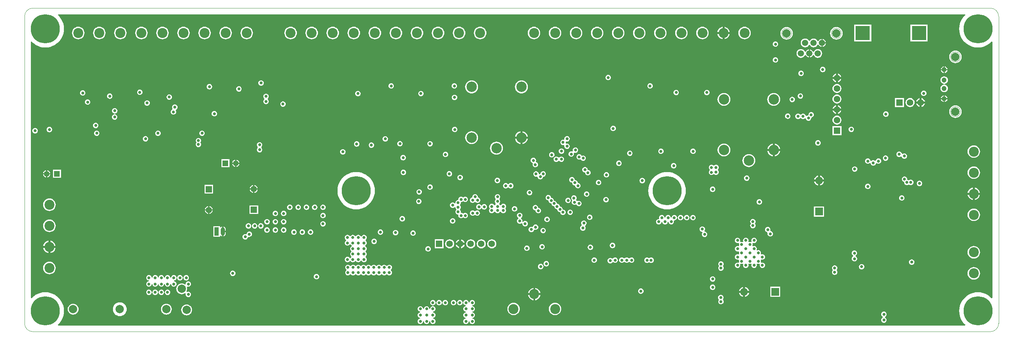
<source format=gbl>
G04 Layer_Physical_Order=4*
G04 Layer_Color=16711680*
%FSAX44Y44*%
%MOMM*%
G71*
G01*
G75*
%ADD79C,0.1000*%
%ADD80C,7.0000*%
%ADD81C,2.5000*%
%ADD82C,2.0000*%
%ADD83C,2.4000*%
%ADD84C,1.5750*%
%ADD85R,1.5750X1.5750*%
%ADD86C,1.2000*%
%ADD87C,1.5000*%
%ADD88R,1.5750X1.5750*%
%ADD89C,1.8500*%
%ADD90R,1.8500X1.8500*%
%ADD91R,1.8500X1.8500*%
%ADD92R,1.5000X1.5000*%
%ADD93R,1.0000X2.0000*%
%ADD94O,1.0000X2.0000*%
%ADD95R,1.3500X1.3500*%
%ADD96C,1.3500*%
%ADD97R,3.5000X3.5000*%
%ADD98C,0.7000*%
%ADD99C,0.5000*%
G36*
X02268822Y00765000D02*
X02269526Y00763128D01*
X02268112Y00761888D01*
X02264223Y00757453D01*
X02260945Y00752548D01*
X02258336Y00747258D01*
X02256440Y00741672D01*
X02255289Y00735886D01*
X02254903Y00730000D01*
X02255289Y00724114D01*
X02256440Y00718328D01*
X02258336Y00712742D01*
X02260945Y00707452D01*
X02264223Y00702547D01*
X02268112Y00698112D01*
X02272547Y00694222D01*
X02277452Y00690945D01*
X02282742Y00688336D01*
X02288328Y00686440D01*
X02294114Y00685289D01*
X02300000Y00684903D01*
X02305886Y00685289D01*
X02311672Y00686440D01*
X02317258Y00688336D01*
X02322548Y00690945D01*
X02327453Y00694222D01*
X02331888Y00698112D01*
X02332878Y00699241D01*
X02334750Y00698536D01*
X02334750Y00081464D01*
X02332878Y00080759D01*
X02331888Y00081888D01*
X02327453Y00085778D01*
X02322548Y00089055D01*
X02317258Y00091664D01*
X02311672Y00093560D01*
X02305886Y00094711D01*
X02300000Y00095097D01*
X02294114Y00094711D01*
X02288328Y00093560D01*
X02282742Y00091664D01*
X02277452Y00089055D01*
X02272547Y00085778D01*
X02268112Y00081888D01*
X02264223Y00077453D01*
X02260945Y00072548D01*
X02258336Y00067258D01*
X02256440Y00061672D01*
X02255289Y00055886D01*
X02254903Y00050000D01*
X02255289Y00044114D01*
X02256440Y00038328D01*
X02258336Y00032742D01*
X02260945Y00027452D01*
X02264223Y00022547D01*
X02268112Y00018112D01*
X02269526Y00016872D01*
X02268821Y00015000D01*
X00081179Y00015000D01*
X00080474Y00016872D01*
X00081888Y00018112D01*
X00085778Y00022547D01*
X00089055Y00027452D01*
X00091664Y00032742D01*
X00093560Y00038328D01*
X00094711Y00044114D01*
X00095097Y00050000D01*
X00094711Y00055886D01*
X00093560Y00061672D01*
X00091664Y00067258D01*
X00089055Y00072548D01*
X00085778Y00077453D01*
X00081888Y00081888D01*
X00077453Y00085778D01*
X00072548Y00089055D01*
X00067258Y00091664D01*
X00061672Y00093560D01*
X00055886Y00094711D01*
X00050000Y00095097D01*
X00044114Y00094711D01*
X00038328Y00093560D01*
X00032742Y00091664D01*
X00027452Y00089055D01*
X00022547Y00085778D01*
X00018112Y00081888D01*
X00017122Y00080759D01*
X00015250Y00081464D01*
X00015250Y00698536D01*
X00017122Y00699241D01*
X00018112Y00698112D01*
X00022547Y00694222D01*
X00027452Y00690945D01*
X00032742Y00688336D01*
X00038328Y00686440D01*
X00044114Y00685289D01*
X00050000Y00684903D01*
X00055886Y00685289D01*
X00061672Y00686440D01*
X00067258Y00688336D01*
X00072548Y00690945D01*
X00077453Y00694222D01*
X00081888Y00698112D01*
X00085778Y00702547D01*
X00089055Y00707452D01*
X00091664Y00712742D01*
X00093560Y00718328D01*
X00094711Y00724114D01*
X00095097Y00730000D01*
X00094711Y00735886D01*
X00093560Y00741672D01*
X00091664Y00747258D01*
X00089055Y00752548D01*
X00085778Y00757453D01*
X00081888Y00761888D01*
X00080474Y00763128D01*
X00081179Y00765000D01*
X02268822Y00765000D01*
D02*
G37*
%LPC*%
G36*
X00680000Y00306556D02*
X00678303Y00306333D01*
X00676722Y00305678D01*
X00675364Y00304636D01*
X00674322Y00303278D01*
X00673667Y00301697D01*
X00673444Y00300000D01*
X00673667Y00298303D01*
X00674322Y00296722D01*
X00675364Y00295364D01*
X00676722Y00294322D01*
X00678303Y00293667D01*
X00680000Y00293444D01*
X00681697Y00293667D01*
X00683278Y00294322D01*
X00684636Y00295364D01*
X00685678Y00296722D01*
X00686333Y00298303D01*
X00686556Y00300000D01*
X00686333Y00301697D01*
X00685678Y00303278D01*
X00684636Y00304636D01*
X00683278Y00305678D01*
X00681697Y00306333D01*
X00680000Y00306556D01*
D02*
G37*
G36*
X00660000D02*
X00658303Y00306333D01*
X00656722Y00305678D01*
X00655364Y00304636D01*
X00654322Y00303278D01*
X00653667Y00301697D01*
X00653444Y00300000D01*
X00653667Y00298303D01*
X00654322Y00296722D01*
X00655364Y00295364D01*
X00656722Y00294322D01*
X00658303Y00293667D01*
X00660000Y00293444D01*
X00661697Y00293667D01*
X00663278Y00294322D01*
X00664636Y00295364D01*
X00665678Y00296722D01*
X00666333Y00298303D01*
X00666556Y00300000D01*
X00666333Y00301697D01*
X00665678Y00303278D01*
X00664636Y00304636D01*
X00663278Y00305678D01*
X00661697Y00306333D01*
X00660000Y00306556D01*
D02*
G37*
G36*
X00700000D02*
X00698303Y00306333D01*
X00696722Y00305678D01*
X00695364Y00304636D01*
X00694322Y00303278D01*
X00693667Y00301697D01*
X00693444Y00300000D01*
X00693667Y00298303D01*
X00694322Y00296722D01*
X00695364Y00295364D01*
X00696722Y00294322D01*
X00698303Y00293667D01*
X00700000Y00293444D01*
X00701697Y00293667D01*
X00703278Y00294322D01*
X00704636Y00295364D01*
X00705678Y00296722D01*
X00706333Y00298303D01*
X00706556Y00300000D01*
X00706333Y00301697D01*
X00705678Y00303278D01*
X00704636Y00304636D01*
X00703278Y00305678D01*
X00701697Y00306333D01*
X00700000Y00306556D01*
D02*
G37*
G36*
X00800000Y00385097D02*
X00794114Y00384711D01*
X00788328Y00383560D01*
X00782742Y00381664D01*
X00777452Y00379055D01*
X00772547Y00375778D01*
X00768112Y00371888D01*
X00764222Y00367453D01*
X00760945Y00362548D01*
X00758336Y00357258D01*
X00756440Y00351672D01*
X00755289Y00345886D01*
X00754903Y00340000D01*
X00755289Y00334114D01*
X00756440Y00328328D01*
X00758336Y00322742D01*
X00760945Y00317452D01*
X00764222Y00312547D01*
X00768112Y00308112D01*
X00772547Y00304223D01*
X00777452Y00300945D01*
X00782742Y00298336D01*
X00788328Y00296440D01*
X00794114Y00295289D01*
X00800000Y00294903D01*
X00805886Y00295289D01*
X00811672Y00296440D01*
X00817258Y00298336D01*
X00822548Y00300945D01*
X00827453Y00304223D01*
X00831888Y00308112D01*
X00835778Y00312547D01*
X00839055Y00317452D01*
X00841664Y00322742D01*
X00843560Y00328328D01*
X00844711Y00334114D01*
X00845097Y00340000D01*
X00844711Y00345886D01*
X00843560Y00351672D01*
X00841664Y00357258D01*
X00839055Y00362548D01*
X00835778Y00367453D01*
X00831888Y00371888D01*
X00827453Y00375778D01*
X00822548Y00379055D01*
X00817258Y00381664D01*
X00811672Y00383560D01*
X00805886Y00384711D01*
X00800000Y00385097D01*
D02*
G37*
G36*
X00720000Y00306556D02*
X00718303Y00306333D01*
X00716722Y00305678D01*
X00715364Y00304636D01*
X00714322Y00303278D01*
X00713667Y00301697D01*
X00713444Y00300000D01*
X00713667Y00298303D01*
X00714322Y00296722D01*
X00715364Y00295364D01*
X00716722Y00294322D01*
X00718303Y00293667D01*
X00720000Y00293444D01*
X00721697Y00293667D01*
X00723278Y00294322D01*
X00724636Y00295364D01*
X00725678Y00296722D01*
X00726333Y00298303D01*
X00726556Y00300000D01*
X00726333Y00301697D01*
X00725678Y00303278D01*
X00724636Y00304636D01*
X00723278Y00305678D01*
X00721697Y00306333D01*
X00720000Y00306556D01*
D02*
G37*
G36*
X01182000Y00302556D02*
X01180303Y00302333D01*
X01178722Y00301678D01*
X01177364Y00300636D01*
X01176322Y00299278D01*
X01175667Y00297697D01*
X01175444Y00296000D01*
X01175667Y00294303D01*
X01176322Y00292722D01*
X01177364Y00291364D01*
X01178722Y00290322D01*
X01180303Y00289667D01*
X01182000Y00289444D01*
X01183697Y00289667D01*
X01185278Y00290322D01*
X01186636Y00291364D01*
X01187678Y00292722D01*
X01188333Y00294303D01*
X01188556Y00296000D01*
X01188333Y00297697D01*
X01187678Y00299278D01*
X01186636Y00300636D01*
X01185278Y00301678D01*
X01183697Y00302333D01*
X01182000Y00302556D01*
D02*
G37*
G36*
X01232322Y00305590D02*
X01230626Y00305367D01*
X01229044Y00304712D01*
X01227686Y00303670D01*
X01226645Y00302312D01*
X01225990Y00300731D01*
X01225766Y00299034D01*
X01225990Y00297337D01*
X01226645Y00295756D01*
X01227686Y00294398D01*
X01229044Y00293357D01*
X01230626Y00292702D01*
X01232322Y00292478D01*
X01233023Y00290553D01*
X01233061Y00290266D01*
X01233716Y00288685D01*
X01234758Y00287327D01*
X01236115Y00286285D01*
X01237697Y00285630D01*
X01239393Y00285407D01*
X01241090Y00285630D01*
X01242671Y00286285D01*
X01244029Y00287327D01*
X01245071Y00288685D01*
X01245726Y00290266D01*
X01245949Y00291963D01*
X01245726Y00293660D01*
X01245071Y00295241D01*
X01244029Y00296599D01*
X01242671Y00297641D01*
X01241090Y00298296D01*
X01239393Y00298519D01*
X01238693Y00300444D01*
X01238655Y00300731D01*
X01238000Y00302312D01*
X01236958Y00303670D01*
X01235600Y00304712D01*
X01234019Y00305367D01*
X01232322Y00305590D01*
D02*
G37*
G36*
X01092000Y00292556D02*
X01090303Y00292333D01*
X01088722Y00291678D01*
X01087364Y00290636D01*
X01085636D01*
X01084278Y00291678D01*
X01082697Y00292333D01*
X01081000Y00292556D01*
X01079303Y00292333D01*
X01077722Y00291678D01*
X01076364Y00290636D01*
X01075322Y00289278D01*
X01074667Y00287697D01*
X01074444Y00286000D01*
X01074667Y00284303D01*
X01075322Y00282722D01*
X01076364Y00281364D01*
X01077722Y00280322D01*
X01079303Y00279667D01*
X01081000Y00279444D01*
X01082697Y00279667D01*
X01084278Y00280322D01*
X01085636Y00281364D01*
X01087364D01*
X01088722Y00280322D01*
X01090303Y00279667D01*
X01092000Y00279444D01*
X01093697Y00279667D01*
X01095278Y00280322D01*
X01096636Y00281364D01*
X01097678Y00282722D01*
X01098333Y00284303D01*
X01098556Y00286000D01*
X01098333Y00287697D01*
X01097678Y00289278D01*
X01096636Y00290636D01*
X01095278Y00291678D01*
X01093697Y00292333D01*
X01092000Y00292556D01*
D02*
G37*
G36*
X00640000Y00306556D02*
X00638303Y00306333D01*
X00636722Y00305678D01*
X00635364Y00304636D01*
X00634322Y00303278D01*
X00633667Y00301697D01*
X00633444Y00300000D01*
X00633667Y00298303D01*
X00634322Y00296722D01*
X00635364Y00295364D01*
X00636722Y00294322D01*
X00638303Y00293667D01*
X00640000Y00293444D01*
X00641697Y00293667D01*
X00643278Y00294322D01*
X00644636Y00295364D01*
X00645678Y00296722D01*
X00646333Y00298303D01*
X00646556Y00300000D01*
X00646333Y00301697D01*
X00645678Y00303278D01*
X00644636Y00304636D01*
X00643278Y00305678D01*
X00641697Y00306333D01*
X00640000Y00306556D01*
D02*
G37*
G36*
X00060000Y00321073D02*
X00057059Y00320783D01*
X00054232Y00319926D01*
X00051626Y00318533D01*
X00049342Y00316658D01*
X00047467Y00314374D01*
X00046075Y00311768D01*
X00045217Y00308941D01*
X00044927Y00306000D01*
X00045217Y00303060D01*
X00046075Y00300232D01*
X00047467Y00297626D01*
X00049342Y00295343D01*
X00051626Y00293468D01*
X00054232Y00292075D01*
X00057059Y00291217D01*
X00060000Y00290928D01*
X00062940Y00291217D01*
X00065768Y00292075D01*
X00068374Y00293468D01*
X00070658Y00295343D01*
X00072532Y00297626D01*
X00073925Y00300232D01*
X00074783Y00303060D01*
X00075072Y00306000D01*
X00074783Y00308941D01*
X00073925Y00311768D01*
X00072532Y00314374D01*
X00070658Y00316658D01*
X00068374Y00318533D01*
X00065768Y00319926D01*
X00062940Y00320783D01*
X00060000Y00321073D01*
D02*
G37*
G36*
X01772750Y00319306D02*
X01771053Y00319083D01*
X01769472Y00318428D01*
X01768114Y00317386D01*
X01767072Y00316028D01*
X01766417Y00314447D01*
X01766194Y00312750D01*
X01766417Y00311053D01*
X01767072Y00309472D01*
X01768114Y00308114D01*
X01769472Y00307072D01*
X01771053Y00306417D01*
X01772750Y00306194D01*
X01774447Y00306417D01*
X01776028Y00307072D01*
X01777386Y00308114D01*
X01778428Y00309472D01*
X01779083Y00311053D01*
X01779306Y00312750D01*
X01779083Y00314447D01*
X01778428Y00316028D01*
X01777386Y00317386D01*
X01776028Y00318428D01*
X01774447Y00319083D01*
X01772750Y00319306D01*
D02*
G37*
G36*
X01141000Y00331556D02*
X01139303Y00331333D01*
X01137722Y00330678D01*
X01136364Y00329636D01*
X01135322Y00328278D01*
X01134667Y00326697D01*
X01134444Y00325000D01*
X01134667Y00323303D01*
X01135322Y00321722D01*
X01135981Y00320863D01*
X01136216Y00319500D01*
X01135981Y00318137D01*
X01135322Y00317278D01*
X01134667Y00315697D01*
X01134444Y00314000D01*
X01134667Y00312303D01*
X01135322Y00310722D01*
X01136364Y00309364D01*
X01136499Y00309261D01*
Y00306740D01*
X01136364Y00306636D01*
X01135322Y00305278D01*
X01135082Y00304699D01*
X01132918D01*
X01132678Y00305278D01*
X01131636Y00306636D01*
X01130278Y00307678D01*
X01128697Y00308333D01*
X01127000Y00308556D01*
X01125303Y00308333D01*
X01123722Y00307678D01*
X01122364Y00306636D01*
X01121322Y00305278D01*
X01120667Y00303697D01*
X01120444Y00302000D01*
X01120667Y00300303D01*
X01121322Y00298722D01*
X01122364Y00297364D01*
X01121498Y00295508D01*
X01121322Y00295278D01*
X01120667Y00293697D01*
X01120444Y00292000D01*
X01120667Y00290303D01*
X01121322Y00288722D01*
X01122364Y00287364D01*
X01123722Y00286322D01*
X01125303Y00285667D01*
X01127000Y00285444D01*
X01128697Y00285667D01*
X01130278Y00286322D01*
X01131636Y00287364D01*
X01132678Y00288722D01*
X01132918Y00289301D01*
X01135082D01*
X01135322Y00288722D01*
X01136364Y00287364D01*
X01137722Y00286322D01*
X01139303Y00285667D01*
X01141000Y00285444D01*
X01142697Y00285667D01*
X01144278Y00286322D01*
X01145636Y00287364D01*
X01146678Y00288722D01*
X01146918Y00289301D01*
X01149082D01*
X01149322Y00288722D01*
X01150364Y00287364D01*
X01151722Y00286322D01*
X01153303Y00285667D01*
X01155000Y00285444D01*
X01156697Y00285667D01*
X01158278Y00286322D01*
X01159636Y00287364D01*
X01160678Y00288722D01*
X01161333Y00290303D01*
X01161556Y00292000D01*
X01161333Y00293697D01*
X01160678Y00295278D01*
X01160502Y00295508D01*
X01159636Y00297364D01*
X01160678Y00298722D01*
X01161333Y00300303D01*
X01161556Y00302000D01*
X01161333Y00303697D01*
X01160678Y00305278D01*
X01159636Y00306636D01*
X01158278Y00307678D01*
X01156697Y00308333D01*
X01155000Y00308556D01*
X01153303Y00308333D01*
X01151722Y00307678D01*
X01150364Y00306636D01*
X01149322Y00305278D01*
X01149082Y00304699D01*
X01146918D01*
X01146678Y00305278D01*
X01145636Y00306636D01*
X01145501Y00306740D01*
Y00309261D01*
X01145636Y00309364D01*
X01146678Y00310722D01*
X01147333Y00312303D01*
X01147556Y00314000D01*
X01147333Y00315697D01*
X01146678Y00317278D01*
X01146019Y00318137D01*
X01145784Y00319500D01*
X01146019Y00320863D01*
X01146678Y00321722D01*
X01147333Y00323303D01*
X01147556Y00325000D01*
X01147333Y00326697D01*
X01146678Y00328278D01*
X01145636Y00329636D01*
X01144278Y00330678D01*
X01142697Y00331333D01*
X01141000Y00331556D01*
D02*
G37*
G36*
X00951000Y00320556D02*
X00949303Y00320333D01*
X00947722Y00319678D01*
X00946364Y00318636D01*
X00945322Y00317278D01*
X00944667Y00315697D01*
X00944444Y00314000D01*
X00944667Y00312303D01*
X00945322Y00310722D01*
X00946364Y00309364D01*
X00947722Y00308322D01*
X00949303Y00307667D01*
X00951000Y00307444D01*
X00952697Y00307667D01*
X00954278Y00308322D01*
X00955636Y00309364D01*
X00956678Y00310722D01*
X00957333Y00312303D01*
X00957556Y00314000D01*
X00957333Y00315697D01*
X00956678Y00317278D01*
X00955636Y00318636D01*
X00954278Y00319678D01*
X00952697Y00320333D01*
X00951000Y00320556D01*
D02*
G37*
G36*
X01087000Y00331556D02*
X01085303Y00331333D01*
X01083722Y00330678D01*
X01082364Y00329636D01*
X01081322Y00328278D01*
X01080667Y00326697D01*
X01080444Y00325000D01*
X01080640Y00323509D01*
X01079303Y00323333D01*
X01077722Y00322678D01*
X01076364Y00321636D01*
X01075322Y00320278D01*
X01074667Y00318697D01*
X01074444Y00317000D01*
X01074667Y00315303D01*
X01075322Y00313722D01*
X01076364Y00312364D01*
X01077722Y00311322D01*
X01079303Y00310667D01*
X01081000Y00310444D01*
X01082697Y00310667D01*
X01084278Y00311322D01*
X01085636Y00312364D01*
X01085740Y00312499D01*
X01088260D01*
X01088364Y00312364D01*
X01089722Y00311322D01*
X01091303Y00310667D01*
X01093000Y00310444D01*
X01094697Y00310667D01*
X01096278Y00311322D01*
X01097636Y00312364D01*
X01098678Y00313722D01*
X01099333Y00315303D01*
X01099556Y00317000D01*
X01099333Y00318697D01*
X01098678Y00320278D01*
X01097636Y00321636D01*
X01096278Y00322678D01*
X01094697Y00323333D01*
X01093360Y00323509D01*
X01093556Y00325000D01*
X01093333Y00326697D01*
X01092678Y00328278D01*
X01091636Y00329636D01*
X01090278Y00330678D01*
X01088697Y00331333D01*
X01087000Y00331556D01*
D02*
G37*
G36*
X01311250Y00323056D02*
X01309553Y00322833D01*
X01307972Y00322178D01*
X01306614Y00321136D01*
X01305572Y00319778D01*
X01304917Y00318197D01*
X01304694Y00316500D01*
X01304917Y00314803D01*
X01305572Y00313222D01*
X01306614Y00311864D01*
X01307972Y00310822D01*
X01309553Y00310167D01*
X01311250Y00309944D01*
X01312947Y00310167D01*
X01314528Y00310822D01*
X01315886Y00311864D01*
X01316928Y00313222D01*
X01317583Y00314803D01*
X01317806Y00316500D01*
X01317583Y00318197D01*
X01316928Y00319778D01*
X01315886Y00321136D01*
X01314528Y00322178D01*
X01312947Y00322833D01*
X01311250Y00323056D01*
D02*
G37*
G36*
X00443000Y00302985D02*
X00442020Y00302855D01*
X00439709Y00301898D01*
X00437724Y00300375D01*
X00436202Y00298391D01*
X00435244Y00296080D01*
X00435116Y00295100D01*
X00443000D01*
Y00302985D01*
D02*
G37*
G36*
X01550000Y00385097D02*
X01544114Y00384711D01*
X01538328Y00383560D01*
X01532742Y00381664D01*
X01527452Y00379055D01*
X01522547Y00375778D01*
X01518112Y00371888D01*
X01514223Y00367453D01*
X01510945Y00362548D01*
X01508336Y00357258D01*
X01506440Y00351672D01*
X01505289Y00345886D01*
X01504903Y00340000D01*
X01505289Y00334114D01*
X01506440Y00328328D01*
X01508336Y00322742D01*
X01510945Y00317452D01*
X01514223Y00312547D01*
X01518112Y00308112D01*
X01522547Y00304223D01*
X01527452Y00300945D01*
X01532742Y00298336D01*
X01538328Y00296440D01*
X01544114Y00295289D01*
X01550000Y00294903D01*
X01555886Y00295289D01*
X01561672Y00296440D01*
X01567258Y00298336D01*
X01572548Y00300945D01*
X01577453Y00304223D01*
X01581888Y00308112D01*
X01585777Y00312547D01*
X01589055Y00317452D01*
X01591664Y00322742D01*
X01593560Y00328328D01*
X01594711Y00334114D01*
X01595097Y00340000D01*
X01594711Y00345886D01*
X01593560Y00351672D01*
X01591664Y00357258D01*
X01589055Y00362548D01*
X01585777Y00367453D01*
X01581888Y00371888D01*
X01577453Y00375778D01*
X01572548Y00379055D01*
X01567258Y00381664D01*
X01561672Y00383560D01*
X01555886Y00384711D01*
X01550000Y00385097D01*
D02*
G37*
G36*
X00446000Y00302985D02*
Y00295100D01*
X00453884D01*
X00453755Y00296080D01*
X00452798Y00298391D01*
X00451275Y00300375D01*
X00449291Y00301898D01*
X00446980Y00302855D01*
X00446000Y00302985D01*
D02*
G37*
G36*
X01109000Y00307556D02*
X01107303Y00307333D01*
X01105722Y00306678D01*
X01104364Y00305636D01*
X01103660Y00304718D01*
X01102845Y00304537D01*
X01102155D01*
X01101340Y00304718D01*
X01100636Y00305636D01*
X01099278Y00306678D01*
X01097697Y00307333D01*
X01096000Y00307556D01*
X01094303Y00307333D01*
X01092722Y00306678D01*
X01091364Y00305636D01*
X01090322Y00304278D01*
X01089667Y00302697D01*
X01089444Y00301000D01*
X01089667Y00299303D01*
X01090322Y00297722D01*
X01091364Y00296364D01*
X01092722Y00295322D01*
X01094303Y00294667D01*
X01096000Y00294444D01*
X01097697Y00294667D01*
X01099278Y00295322D01*
X01100636Y00296364D01*
X01101340Y00297282D01*
X01102155Y00297463D01*
X01102845D01*
X01103660Y00297282D01*
X01104364Y00296364D01*
X01105722Y00295322D01*
X01107303Y00294667D01*
X01109000Y00294444D01*
X01110697Y00294667D01*
X01112278Y00295322D01*
X01113636Y00296364D01*
X01114678Y00297722D01*
X01115333Y00299303D01*
X01115556Y00301000D01*
X01115333Y00302697D01*
X01114678Y00304278D01*
X01113636Y00305636D01*
X01112278Y00306678D01*
X01110697Y00307333D01*
X01109000Y00307556D01*
D02*
G37*
G36*
X01325250Y00328806D02*
X01323553Y00328583D01*
X01321972Y00327928D01*
X01320614Y00326886D01*
X01319572Y00325528D01*
X01318917Y00323947D01*
X01318694Y00322250D01*
X01318917Y00320553D01*
X01319572Y00318972D01*
X01320614Y00317614D01*
X01320631Y00317602D01*
X01320892Y00315619D01*
X01320822Y00315528D01*
X01320167Y00313947D01*
X01319944Y00312250D01*
X01320167Y00310553D01*
X01320822Y00308972D01*
X01321864Y00307614D01*
X01323222Y00306572D01*
X01324803Y00305917D01*
X01326500Y00305694D01*
X01328197Y00305917D01*
X01329778Y00306572D01*
X01331672Y00305705D01*
X01331787Y00305593D01*
X01332758Y00304327D01*
X01334115Y00303286D01*
X01335697Y00302631D01*
X01337393Y00302407D01*
X01339090Y00302631D01*
X01340671Y00303286D01*
X01342029Y00304327D01*
X01343071Y00305685D01*
X01343726Y00307266D01*
X01343949Y00308963D01*
X01343726Y00310660D01*
X01343071Y00312241D01*
X01342029Y00313599D01*
X01340671Y00314641D01*
X01339090Y00315296D01*
X01337393Y00315519D01*
X01335697Y00315296D01*
X01334623Y00314851D01*
X01332938Y00315180D01*
X01332178Y00315528D01*
X01331136Y00316886D01*
X01329997Y00317759D01*
X01330928Y00318972D01*
X01331583Y00320553D01*
X01331806Y00322250D01*
X01331583Y00323947D01*
X01330928Y00325528D01*
X01329886Y00326886D01*
X01328528Y00327928D01*
X01326947Y00328583D01*
X01325250Y00328806D01*
D02*
G37*
G36*
X00453884Y00292100D02*
X00446000D01*
Y00284216D01*
X00446980Y00284345D01*
X00449291Y00285302D01*
X00451275Y00286824D01*
X00452798Y00288809D01*
X00453755Y00291120D01*
X00453884Y00292100D01*
D02*
G37*
G36*
X01032750Y00273556D02*
X01031053Y00273333D01*
X01029472Y00272678D01*
X01028114Y00271636D01*
X01027072Y00270278D01*
X01026417Y00268697D01*
X01026194Y00267000D01*
X01026417Y00265303D01*
X01027072Y00263722D01*
X01028114Y00262364D01*
X01029472Y00261322D01*
X01031053Y00260667D01*
X01032750Y00260444D01*
X01034447Y00260667D01*
X01036028Y00261322D01*
X01037386Y00262364D01*
X01038428Y00263722D01*
X01039083Y00265303D01*
X01039306Y00267000D01*
X01039083Y00268697D01*
X01038428Y00270278D01*
X01037386Y00271636D01*
X01036028Y00272678D01*
X01034447Y00273333D01*
X01032750Y00273556D01*
D02*
G37*
G36*
X00625000Y00271556D02*
X00623303Y00271333D01*
X00621722Y00270678D01*
X00620364Y00269636D01*
X00619322Y00268278D01*
X00618667Y00266697D01*
X00618444Y00265000D01*
X00618667Y00263303D01*
X00619322Y00261722D01*
X00620364Y00260364D01*
X00621722Y00259322D01*
X00623303Y00258667D01*
X00625000Y00258444D01*
X00626697Y00258667D01*
X00628278Y00259322D01*
X00629636Y00260364D01*
X00630678Y00261722D01*
X00631333Y00263303D01*
X00631556Y00265000D01*
X00631333Y00266697D01*
X00630678Y00268278D01*
X00629636Y00269636D01*
X00628278Y00270678D01*
X00626697Y00271333D01*
X00625000Y00271556D01*
D02*
G37*
G36*
X01260500Y00277306D02*
X01258803Y00277083D01*
X01257222Y00276428D01*
X01255864Y00275386D01*
X01254822Y00274028D01*
X01254167Y00272447D01*
X01253944Y00270750D01*
X01254167Y00269053D01*
X01254822Y00267472D01*
X01255864Y00266114D01*
X01257222Y00265072D01*
X01258803Y00264417D01*
X01260500Y00264194D01*
X01262197Y00264417D01*
X01263778Y00265072D01*
X01265136Y00266114D01*
X01266178Y00267472D01*
X01266833Y00269053D01*
X01267056Y00270750D01*
X01266833Y00272447D01*
X01266178Y00274028D01*
X01265136Y00275386D01*
X01263778Y00276428D01*
X01262197Y00277083D01*
X01260500Y00277306D01*
D02*
G37*
G36*
X02290000Y00296823D02*
X02287059Y00296533D01*
X02284232Y00295675D01*
X02281626Y00294282D01*
X02279342Y00292408D01*
X02277468Y00290124D01*
X02276075Y00287518D01*
X02275217Y00284690D01*
X02274928Y00281750D01*
X02275217Y00278810D01*
X02276075Y00275982D01*
X02277468Y00273376D01*
X02279342Y00271092D01*
X02281626Y00269218D01*
X02284232Y00267825D01*
X02287059Y00266967D01*
X02290000Y00266677D01*
X02292941Y00266967D01*
X02295768Y00267825D01*
X02298374Y00269218D01*
X02300658Y00271092D01*
X02302532Y00273376D01*
X02303925Y00275982D01*
X02304783Y00278810D01*
X02305073Y00281750D01*
X02304783Y00284690D01*
X02303925Y00287518D01*
X02302532Y00290124D01*
X02300658Y00292408D01*
X02298374Y00294282D01*
X02295768Y00295675D01*
X02292941Y00296533D01*
X02290000Y00296823D01*
D02*
G37*
G36*
X00911125Y00278681D02*
X00909428Y00278458D01*
X00907847Y00277803D01*
X00906489Y00276761D01*
X00905447Y00275403D01*
X00904792Y00273822D01*
X00904569Y00272125D01*
X00904792Y00270428D01*
X00905447Y00268847D01*
X00906489Y00267489D01*
X00907847Y00266447D01*
X00909428Y00265792D01*
X00911125Y00265569D01*
X00912822Y00265792D01*
X00914403Y00266447D01*
X00915761Y00267489D01*
X00916803Y00268847D01*
X00917458Y00270428D01*
X00917681Y00272125D01*
X00917458Y00273822D01*
X00916803Y00275403D01*
X00915761Y00276761D01*
X00914403Y00277803D01*
X00912822Y00278458D01*
X00911125Y00278681D01*
D02*
G37*
G36*
X01194500Y00286806D02*
X01192803Y00286583D01*
X01191222Y00285928D01*
X01189864Y00284886D01*
X01188822Y00283528D01*
X01188167Y00281947D01*
X01187944Y00280250D01*
X01188167Y00278553D01*
X01188822Y00276972D01*
X01189864Y00275614D01*
X01191222Y00274572D01*
Y00272428D01*
X01189864Y00271386D01*
X01188822Y00270028D01*
X01188167Y00268447D01*
X01187944Y00266750D01*
X01188167Y00265053D01*
X01188822Y00263472D01*
X01189864Y00262114D01*
X01191222Y00261072D01*
X01192803Y00260417D01*
X01194500Y00260194D01*
X01196197Y00260417D01*
X01197778Y00261072D01*
X01199136Y00262114D01*
X01199180Y00262171D01*
X01201093Y00261379D01*
X01200944Y00260250D01*
X01201167Y00258553D01*
X01201822Y00256972D01*
X01202864Y00255614D01*
X01204222Y00254572D01*
X01205803Y00253917D01*
X01207500Y00253694D01*
X01209197Y00253917D01*
X01210778Y00254572D01*
X01212136Y00255614D01*
X01213178Y00256972D01*
X01213833Y00258553D01*
X01214056Y00260250D01*
X01213833Y00261947D01*
X01213178Y00263528D01*
X01212136Y00264886D01*
X01210778Y00265928D01*
X01209197Y00266583D01*
X01207500Y00266806D01*
X01205803Y00266583D01*
X01204222Y00265928D01*
X01202864Y00264886D01*
X01202820Y00264829D01*
X01200908Y00265621D01*
X01201056Y00266750D01*
X01200833Y00268447D01*
X01200178Y00270028D01*
X01199136Y00271386D01*
X01197778Y00272428D01*
Y00274572D01*
X01199136Y00275614D01*
X01200178Y00276972D01*
X01200833Y00278553D01*
X01201056Y00280250D01*
X01200833Y00281947D01*
X01200178Y00283528D01*
X01199136Y00284886D01*
X01197778Y00285928D01*
X01196197Y00286583D01*
X01194500Y00286806D01*
D02*
G37*
G36*
X00720000Y00266556D02*
X00718303Y00266333D01*
X00716722Y00265678D01*
X00715364Y00264636D01*
X00714322Y00263278D01*
X00713667Y00261697D01*
X00713444Y00260000D01*
X00713667Y00258303D01*
X00714322Y00256722D01*
X00715364Y00255364D01*
X00716722Y00254322D01*
X00718303Y00253667D01*
X00720000Y00253444D01*
X00721697Y00253667D01*
X00723278Y00254322D01*
X00724636Y00255364D01*
X00725678Y00256722D01*
X00726333Y00258303D01*
X00726556Y00260000D01*
X00726333Y00261697D01*
X00725678Y00263278D01*
X00724636Y00264636D01*
X00723278Y00265678D01*
X00721697Y00266333D01*
X00720000Y00266556D01*
D02*
G37*
G36*
X00570000Y00261556D02*
X00568303Y00261333D01*
X00566722Y00260678D01*
X00565364Y00259636D01*
X00564322Y00258278D01*
X00563667Y00256697D01*
X00563509Y00255492D01*
X00561491D01*
X00561333Y00256697D01*
X00560678Y00258278D01*
X00559636Y00259636D01*
X00558278Y00260678D01*
X00556697Y00261333D01*
X00555000Y00261556D01*
X00553303Y00261333D01*
X00551722Y00260678D01*
X00550364Y00259636D01*
X00549322Y00258278D01*
X00548667Y00256697D01*
X00548509Y00255492D01*
X00546491D01*
X00546333Y00256697D01*
X00545678Y00258278D01*
X00544636Y00259636D01*
X00543278Y00260678D01*
X00541697Y00261333D01*
X00540000Y00261556D01*
X00538303Y00261333D01*
X00536722Y00260678D01*
X00535364Y00259636D01*
X00534322Y00258278D01*
X00533667Y00256697D01*
X00533444Y00255000D01*
X00533667Y00253303D01*
X00534322Y00251722D01*
X00535364Y00250364D01*
X00536722Y00249322D01*
X00538303Y00248667D01*
X00540000Y00248444D01*
X00541697Y00248667D01*
X00543278Y00249322D01*
X00544636Y00250364D01*
X00545678Y00251722D01*
X00546333Y00253303D01*
X00546491Y00254508D01*
X00548509D01*
X00548667Y00253303D01*
X00549322Y00251722D01*
X00550364Y00250364D01*
X00551722Y00249322D01*
X00553303Y00248667D01*
X00555000Y00248444D01*
X00556697Y00248667D01*
X00558278Y00249322D01*
X00559636Y00250364D01*
X00560678Y00251722D01*
X00561333Y00253303D01*
X00561491Y00254508D01*
X00563509D01*
X00563667Y00253303D01*
X00564322Y00251722D01*
X00565364Y00250364D01*
X00566722Y00249322D01*
X00568303Y00248667D01*
X00570000Y00248444D01*
X00571697Y00248667D01*
X00573278Y00249322D01*
X00574636Y00250364D01*
X00575678Y00251722D01*
X00576333Y00253303D01*
X00576556Y00255000D01*
X00576333Y00256697D01*
X00575678Y00258278D01*
X00574636Y00259636D01*
X00573278Y00260678D01*
X00571697Y00261333D01*
X00570000Y00261556D01*
D02*
G37*
G36*
X00605000Y00271556D02*
X00603303Y00271333D01*
X00601722Y00270678D01*
X00600364Y00269636D01*
X00599322Y00268278D01*
X00598667Y00266697D01*
X00598444Y00265000D01*
X00598667Y00263303D01*
X00599322Y00261722D01*
X00600364Y00260364D01*
X00601722Y00259322D01*
X00603303Y00258667D01*
X00605000Y00258444D01*
X00606697Y00258667D01*
X00608278Y00259322D01*
X00609636Y00260364D01*
X00610678Y00261722D01*
X00611333Y00263303D01*
X00611556Y00265000D01*
X00611333Y00266697D01*
X00610678Y00268278D01*
X00609636Y00269636D01*
X00608278Y00270678D01*
X00606697Y00271333D01*
X00605000Y00271556D01*
D02*
G37*
G36*
X00585000D02*
X00583303Y00271333D01*
X00581722Y00270678D01*
X00580364Y00269636D01*
X00579322Y00268278D01*
X00578667Y00266697D01*
X00578444Y00265000D01*
X00578667Y00263303D01*
X00579322Y00261722D01*
X00580364Y00260364D01*
X00581722Y00259322D01*
X00583303Y00258667D01*
X00585000Y00258444D01*
X00586697Y00258667D01*
X00588278Y00259322D01*
X00589636Y00260364D01*
X00590678Y00261722D01*
X00591333Y00263303D01*
X00591556Y00265000D01*
X00591333Y00266697D01*
X00590678Y00268278D01*
X00589636Y00269636D01*
X00588278Y00270678D01*
X00586697Y00271333D01*
X00585000Y00271556D01*
D02*
G37*
G36*
X01263465Y00329661D02*
X01261768Y00329438D01*
X01260186Y00328783D01*
X01258829Y00327741D01*
X01257787Y00326383D01*
X01257132Y00324802D01*
X01256908Y00323105D01*
X01257132Y00321409D01*
X01257787Y00319827D01*
X01258829Y00318470D01*
X01260186Y00317428D01*
X01261768Y00316773D01*
X01263465Y00316549D01*
X01263979Y00316034D01*
X01264203Y00314337D01*
X01264858Y00312756D01*
X01265900Y00311398D01*
X01267258Y00310357D01*
X01268839Y00309702D01*
X01270536Y00309478D01*
X01271050Y00308963D01*
X01271274Y00307266D01*
X01271929Y00305685D01*
X01272971Y00304327D01*
X01274329Y00303286D01*
X01275910Y00302631D01*
X01277607Y00302407D01*
X01278307Y00300482D01*
X01278345Y00300195D01*
X01279000Y00298614D01*
X01280042Y00297256D01*
X01281400Y00296214D01*
X01282981Y00295560D01*
X01284678Y00295336D01*
X01285378Y00293411D01*
X01285416Y00293124D01*
X01286071Y00291543D01*
X01287113Y00290185D01*
X01288471Y00289143D01*
X01290052Y00288488D01*
X01291749Y00288265D01*
X01292264Y00287750D01*
X01292487Y00286053D01*
X01293142Y00284472D01*
X01294184Y00283114D01*
X01295542Y00282072D01*
X01297123Y00281417D01*
X01298820Y00281194D01*
X01300517Y00281417D01*
X01302098Y00282072D01*
X01303456Y00283114D01*
X01304498Y00284472D01*
X01305152Y00286053D01*
X01305376Y00287750D01*
X01305152Y00289447D01*
X01304498Y00291028D01*
X01303456Y00292386D01*
X01302098Y00293428D01*
X01300517Y00294083D01*
X01298820Y00294306D01*
X01298305Y00294821D01*
X01298081Y00296518D01*
X01297426Y00298099D01*
X01296385Y00299457D01*
X01295027Y00300499D01*
X01293446Y00301154D01*
X01291749Y00301377D01*
X01291048Y00303302D01*
X01291010Y00303589D01*
X01290355Y00305170D01*
X01289314Y00306528D01*
X01287956Y00307570D01*
X01286375Y00308225D01*
X01284678Y00308448D01*
X01284163Y00308963D01*
X01283939Y00310660D01*
X01283284Y00312241D01*
X01282242Y00313599D01*
X01280885Y00314641D01*
X01279303Y00315296D01*
X01277607Y00315519D01*
X01277092Y00316034D01*
X01276868Y00317731D01*
X01276213Y00319312D01*
X01275171Y00320670D01*
X01273814Y00321712D01*
X01272232Y00322367D01*
X01270536Y00322590D01*
X01270021Y00323105D01*
X01269797Y00324802D01*
X01269142Y00326383D01*
X01268100Y00327741D01*
X01266742Y00328783D01*
X01265161Y00329438D01*
X01263465Y00329661D01*
D02*
G37*
G36*
X00625000Y00291556D02*
X00623303Y00291333D01*
X00621722Y00290678D01*
X00620364Y00289636D01*
X00619322Y00288278D01*
X00618667Y00286697D01*
X00618444Y00285000D01*
X00618667Y00283303D01*
X00619322Y00281722D01*
X00620364Y00280364D01*
X00621722Y00279322D01*
X00623303Y00278667D01*
X00625000Y00278444D01*
X00626697Y00278667D01*
X00628278Y00279322D01*
X00629636Y00280364D01*
X00630678Y00281722D01*
X00631333Y00283303D01*
X00631556Y00285000D01*
X00631333Y00286697D01*
X00630678Y00288278D01*
X00629636Y00289636D01*
X00628278Y00290678D01*
X00626697Y00291333D01*
X00625000Y00291556D01*
D02*
G37*
G36*
X01316180Y00294306D02*
X01314483Y00294083D01*
X01312902Y00293428D01*
X01311544Y00292386D01*
X01310502Y00291028D01*
X01309848Y00289447D01*
X01309624Y00287750D01*
X01309848Y00286053D01*
X01310502Y00284472D01*
X01311544Y00283114D01*
X01312902Y00282072D01*
X01314483Y00281417D01*
X01316180Y00281194D01*
X01317877Y00281417D01*
X01319458Y00282072D01*
X01320816Y00283114D01*
X01321858Y00284472D01*
X01322513Y00286053D01*
X01322736Y00287750D01*
X01322513Y00289447D01*
X01321858Y00291028D01*
X01320816Y00292386D01*
X01319458Y00293428D01*
X01317877Y00294083D01*
X01316180Y00294306D01*
D02*
G37*
G36*
X00443000Y00292100D02*
X00435116D01*
X00435244Y00291120D01*
X00436202Y00288809D01*
X00437724Y00286824D01*
X00439709Y00285302D01*
X00442020Y00284345D01*
X00443000Y00284216D01*
Y00292100D01*
D02*
G37*
G36*
X00563500Y00304500D02*
X00542500D01*
Y00283500D01*
X00563500D01*
Y00304500D01*
D02*
G37*
G36*
X00720000Y00286556D02*
X00718303Y00286333D01*
X00716722Y00285678D01*
X00715364Y00284636D01*
X00714322Y00283278D01*
X00713667Y00281697D01*
X00713444Y00280000D01*
X00713667Y00278303D01*
X00714322Y00276722D01*
X00715364Y00275364D01*
X00716722Y00274322D01*
X00718303Y00273667D01*
X00720000Y00273444D01*
X00721697Y00273667D01*
X00723278Y00274322D01*
X00724636Y00275364D01*
X00725678Y00276722D01*
X00726333Y00278303D01*
X00726556Y00280000D01*
X00726333Y00281697D01*
X00725678Y00283278D01*
X00724636Y00284636D01*
X00723278Y00285678D01*
X00721697Y00286333D01*
X00720000Y00286556D01*
D02*
G37*
G36*
X01363520Y00282321D02*
X01361823Y00282098D01*
X01360242Y00281443D01*
X01358884Y00280401D01*
X01357842Y00279044D01*
X01357187Y00277462D01*
X01356964Y00275765D01*
X01357187Y00274069D01*
X01357842Y00272487D01*
X01358884Y00271130D01*
X01360242Y00270088D01*
X01361823Y00269433D01*
X01363520Y00269209D01*
X01365217Y00269433D01*
X01366798Y00270088D01*
X01368156Y00271130D01*
X01369198Y00272487D01*
X01369853Y00274069D01*
X01370076Y00275765D01*
X01369853Y00277462D01*
X01369198Y00279044D01*
X01368156Y00280401D01*
X01366798Y00281443D01*
X01365217Y00282098D01*
X01363520Y00282321D01*
D02*
G37*
G36*
X01612500Y00281556D02*
X01610803Y00281333D01*
X01609222Y00280678D01*
X01607864Y00279636D01*
X01606822Y00278278D01*
X01606167Y00276697D01*
X01606009Y00275492D01*
X01603991D01*
X01603833Y00276697D01*
X01603178Y00278278D01*
X01602136Y00279636D01*
X01600778Y00280678D01*
X01599197Y00281333D01*
X01597500Y00281556D01*
X01595803Y00281333D01*
X01594222Y00280678D01*
X01592864Y00279636D01*
X01591822Y00278278D01*
X01591167Y00276697D01*
X01591009Y00275492D01*
X01588991D01*
X01588833Y00276697D01*
X01588178Y00278278D01*
X01587136Y00279636D01*
X01585778Y00280678D01*
X01584197Y00281333D01*
X01582500Y00281556D01*
X01580803Y00281333D01*
X01579222Y00280678D01*
X01577864Y00279636D01*
X01576822Y00278278D01*
X01576167Y00276697D01*
X01576009Y00275491D01*
X01573991D01*
X01573833Y00276697D01*
X01573178Y00278278D01*
X01572136Y00279636D01*
X01570778Y00280678D01*
X01569197Y00281333D01*
X01567500Y00281556D01*
X01565803Y00281333D01*
X01564222Y00280678D01*
X01562864Y00279636D01*
X01561822Y00278278D01*
X01561167Y00276697D01*
X01561009Y00275492D01*
X01558991D01*
X01558833Y00276697D01*
X01558178Y00278278D01*
X01557136Y00279636D01*
X01555778Y00280678D01*
X01554197Y00281333D01*
X01552500Y00281556D01*
X01550803Y00281333D01*
X01549222Y00280678D01*
X01547864Y00279636D01*
X01546822Y00278278D01*
X01546167Y00276697D01*
X01546009Y00275492D01*
X01543991D01*
X01543833Y00276697D01*
X01543178Y00278278D01*
X01542136Y00279636D01*
X01540778Y00280678D01*
X01539197Y00281333D01*
X01537500Y00281556D01*
X01535803Y00281333D01*
X01534222Y00280678D01*
X01532864Y00279636D01*
X01531822Y00278278D01*
X01531167Y00276697D01*
X01530944Y00275000D01*
X01531152Y00273422D01*
X01531146Y00273272D01*
X01530442Y00272217D01*
X01529740Y00271522D01*
X01528303Y00271333D01*
X01526722Y00270678D01*
X01525364Y00269636D01*
X01524322Y00268278D01*
X01523667Y00266697D01*
X01523444Y00265000D01*
X01523667Y00263303D01*
X01524322Y00261722D01*
X01525364Y00260364D01*
X01526722Y00259322D01*
X01528303Y00258667D01*
X01530000Y00258444D01*
X01531697Y00258667D01*
X01533278Y00259322D01*
X01534636Y00260364D01*
X01535678Y00261722D01*
X01536333Y00263303D01*
X01536491Y00264509D01*
X01538509D01*
X01538667Y00263303D01*
X01539322Y00261722D01*
X01540364Y00260364D01*
X01541722Y00259322D01*
X01543303Y00258667D01*
X01545000Y00258444D01*
X01546697Y00258667D01*
X01548278Y00259322D01*
X01549636Y00260364D01*
X01550678Y00261722D01*
X01551333Y00263303D01*
X01551491Y00264508D01*
X01553509D01*
X01553667Y00263303D01*
X01554322Y00261722D01*
X01555364Y00260364D01*
X01556722Y00259322D01*
X01558303Y00258667D01*
X01560000Y00258444D01*
X01561697Y00258667D01*
X01563278Y00259322D01*
X01564636Y00260364D01*
X01565678Y00261722D01*
X01566333Y00263303D01*
X01566556Y00265000D01*
X01566348Y00266578D01*
X01566354Y00266728D01*
X01567058Y00267783D01*
X01567760Y00268478D01*
X01569197Y00268667D01*
X01570778Y00269322D01*
X01572136Y00270364D01*
X01573178Y00271722D01*
X01573833Y00273303D01*
X01573991Y00274509D01*
X01576009D01*
X01576167Y00273303D01*
X01576822Y00271722D01*
X01577864Y00270364D01*
X01579222Y00269322D01*
X01580803Y00268667D01*
X01582500Y00268444D01*
X01584197Y00268667D01*
X01585778Y00269322D01*
X01587136Y00270364D01*
X01588178Y00271722D01*
X01588833Y00273303D01*
X01588991Y00274508D01*
X01591009D01*
X01591167Y00273303D01*
X01591822Y00271722D01*
X01592864Y00270364D01*
X01594222Y00269322D01*
X01595803Y00268667D01*
X01597500Y00268444D01*
X01599197Y00268667D01*
X01600778Y00269322D01*
X01602136Y00270364D01*
X01603178Y00271722D01*
X01603833Y00273303D01*
X01603991Y00274508D01*
X01606009D01*
X01606167Y00273303D01*
X01606822Y00271722D01*
X01607864Y00270364D01*
X01609222Y00269322D01*
X01610803Y00268667D01*
X01612500Y00268444D01*
X01614197Y00268667D01*
X01615778Y00269322D01*
X01617136Y00270364D01*
X01618178Y00271722D01*
X01618833Y00273303D01*
X01619056Y00275000D01*
X01618833Y00276697D01*
X01618178Y00278278D01*
X01617136Y00279636D01*
X01615778Y00280678D01*
X01614197Y00281333D01*
X01612500Y00281556D01*
D02*
G37*
G36*
X00605000Y00291556D02*
X00603303Y00291333D01*
X00601722Y00290678D01*
X00600364Y00289636D01*
X00599322Y00288278D01*
X00598667Y00286697D01*
X00598444Y00285000D01*
X00598667Y00283303D01*
X00599322Y00281722D01*
X00600364Y00280364D01*
X00601722Y00279322D01*
X00603303Y00278667D01*
X00605000Y00278444D01*
X00606697Y00278667D01*
X00608278Y00279322D01*
X00609636Y00280364D01*
X00610678Y00281722D01*
X00611333Y00283303D01*
X00611556Y00285000D01*
X00611333Y00286697D01*
X00610678Y00288278D01*
X00609636Y00289636D01*
X00608278Y00290678D01*
X00606697Y00291333D01*
X00605000Y00291556D01*
D02*
G37*
G36*
X01929000Y00301750D02*
X01904500D01*
Y00277250D01*
X01929000D01*
Y00301750D01*
D02*
G37*
G36*
X01140500Y00371056D02*
X01138803Y00370833D01*
X01137222Y00370178D01*
X01135864Y00369136D01*
X01134822Y00367778D01*
X01134167Y00366197D01*
X01133944Y00364500D01*
X01134167Y00362803D01*
X01134822Y00361222D01*
X01135864Y00359864D01*
X01137222Y00358822D01*
X01138803Y00358167D01*
X01140500Y00357944D01*
X01142197Y00358167D01*
X01143778Y00358822D01*
X01145136Y00359864D01*
X01146178Y00361222D01*
X01146833Y00362803D01*
X01147056Y00364500D01*
X01146833Y00366197D01*
X01146178Y00367778D01*
X01145136Y00369136D01*
X01143778Y00370178D01*
X01142197Y00370833D01*
X01140500Y00371056D01*
D02*
G37*
G36*
X01490250Y00370806D02*
X01488553Y00370583D01*
X01486972Y00369928D01*
X01485614Y00368886D01*
X01484572Y00367528D01*
X01483917Y00365947D01*
X01483694Y00364250D01*
X01483917Y00362553D01*
X01484572Y00360972D01*
X01485614Y00359614D01*
X01486972Y00358572D01*
X01488553Y00357917D01*
X01490250Y00357694D01*
X01491947Y00357917D01*
X01493528Y00358572D01*
X01494886Y00359614D01*
X01495928Y00360972D01*
X01496583Y00362553D01*
X01496806Y00364250D01*
X01496583Y00365947D01*
X01495928Y00367528D01*
X01494886Y00368886D01*
X01493528Y00369928D01*
X01491947Y00370583D01*
X01490250Y00370806D01*
D02*
G37*
G36*
X01742250Y00376806D02*
X01740553Y00376583D01*
X01738972Y00375928D01*
X01737614Y00374886D01*
X01736572Y00373528D01*
X01735917Y00371947D01*
X01735694Y00370250D01*
X01735917Y00368553D01*
X01736572Y00366972D01*
X01737614Y00365614D01*
X01738972Y00364572D01*
X01740553Y00363917D01*
X01742250Y00363694D01*
X01743947Y00363917D01*
X01745528Y00364572D01*
X01746886Y00365614D01*
X01747928Y00366972D01*
X01748583Y00368553D01*
X01748806Y00370250D01*
X01748583Y00371947D01*
X01747928Y00373528D01*
X01746886Y00374886D01*
X01745528Y00375928D01*
X01743947Y00376583D01*
X01742250Y00376806D01*
D02*
G37*
G36*
X01914250Y00376543D02*
X01912039Y00375872D01*
X01909911Y00374735D01*
X01908046Y00373204D01*
X01906515Y00371339D01*
X01905378Y00369211D01*
X01904707Y00367000D01*
X01914250D01*
Y00376543D01*
D02*
G37*
G36*
X01050750Y00378306D02*
X01049053Y00378083D01*
X01047472Y00377428D01*
X01046114Y00376386D01*
X01045072Y00375028D01*
X01044417Y00373447D01*
X01044194Y00371750D01*
X01044417Y00370053D01*
X01045072Y00368472D01*
X01046114Y00367114D01*
X01047472Y00366072D01*
X01049053Y00365417D01*
X01050750Y00365194D01*
X01052447Y00365417D01*
X01054028Y00366072D01*
X01055386Y00367114D01*
X01056428Y00368472D01*
X01057083Y00370053D01*
X01057306Y00371750D01*
X01057083Y00373447D01*
X01056428Y00375028D01*
X01055386Y00376386D01*
X01054028Y00377428D01*
X01052447Y00378083D01*
X01050750Y00378306D01*
D02*
G37*
G36*
X01914250Y00362000D02*
X01904707D01*
X01905378Y00359789D01*
X01906515Y00357661D01*
X01908046Y00355796D01*
X01909911Y00354265D01*
X01912039Y00353128D01*
X01914250Y00352457D01*
Y00362000D01*
D02*
G37*
G36*
X02159000Y00364056D02*
X02157303Y00363833D01*
X02155722Y00363178D01*
X02154364Y00362136D01*
X02153322Y00360778D01*
X02152667Y00359197D01*
X02152444Y00357500D01*
X02152667Y00355803D01*
X02153322Y00354222D01*
X02154364Y00352864D01*
X02155722Y00351822D01*
X02157303Y00351167D01*
X02159000Y00350944D01*
X02160697Y00351167D01*
X02162278Y00351822D01*
X02163636Y00352864D01*
X02164678Y00354222D01*
X02165333Y00355803D01*
X02165556Y00357500D01*
X02165333Y00359197D01*
X02164678Y00360778D01*
X02163636Y00362136D01*
X02162278Y00363178D01*
X02160697Y00363833D01*
X02159000Y00364056D01*
D02*
G37*
G36*
X01928793Y00362000D02*
X01919250D01*
Y00352457D01*
X01921461Y00353128D01*
X01923589Y00354265D01*
X01925454Y00355796D01*
X01926985Y00357661D01*
X01928122Y00359789D01*
X01928793Y00362000D01*
D02*
G37*
G36*
X02123000Y00374306D02*
X02121303Y00374083D01*
X02119722Y00373428D01*
X02118364Y00372386D01*
X02117322Y00371028D01*
X02116667Y00369447D01*
X02116444Y00367750D01*
X02116667Y00366053D01*
X02117322Y00364472D01*
X02118364Y00363114D01*
X02119722Y00362072D01*
X02121303Y00361417D01*
X02122038Y00360460D01*
X02121944Y00359750D01*
X02122167Y00358053D01*
X02122822Y00356472D01*
X02123864Y00355114D01*
X02125222Y00354072D01*
X02126803Y00353417D01*
X02128500Y00353194D01*
X02130197Y00353417D01*
X02131778Y00354072D01*
X02133136Y00355114D01*
X02134722Y00354322D01*
X02136303Y00353667D01*
X02138000Y00353444D01*
X02139697Y00353667D01*
X02141278Y00354322D01*
X02142636Y00355364D01*
X02143678Y00356722D01*
X02144333Y00358303D01*
X02144556Y00360000D01*
X02144333Y00361697D01*
X02143678Y00363278D01*
X02142636Y00364636D01*
X02141278Y00365678D01*
X02139697Y00366333D01*
X02138000Y00366556D01*
X02136303Y00366333D01*
X02134722Y00365678D01*
X02133364Y00364636D01*
X02131778Y00365428D01*
X02130197Y00366083D01*
X02129462Y00367040D01*
X02129556Y00367750D01*
X02129333Y00369447D01*
X02128678Y00371028D01*
X02127636Y00372386D01*
X02126278Y00373428D01*
X02124697Y00374083D01*
X02123000Y00374306D01*
D02*
G37*
G36*
X01384733Y00366077D02*
X01383036Y00365854D01*
X01381455Y00365199D01*
X01380097Y00364157D01*
X01379056Y00362799D01*
X01378401Y00361218D01*
X01378177Y00359521D01*
X01378401Y00357825D01*
X01379056Y00356243D01*
X01380097Y00354885D01*
X01381455Y00353844D01*
X01383036Y00353189D01*
X01384733Y00352965D01*
X01386430Y00353189D01*
X01388011Y00353844D01*
X01389369Y00354885D01*
X01390411Y00356243D01*
X01391066Y00357825D01*
X01391289Y00359521D01*
X01391066Y00361218D01*
X01390411Y00362799D01*
X01389369Y00364157D01*
X01388011Y00365199D01*
X01386430Y00365854D01*
X01384733Y00366077D01*
D02*
G37*
G36*
X01024750Y00387056D02*
X01023053Y00386833D01*
X01021472Y00386178D01*
X01020114Y00385136D01*
X01019072Y00383778D01*
X01018417Y00382197D01*
X01018194Y00380500D01*
X01018417Y00378803D01*
X01019072Y00377222D01*
X01020114Y00375864D01*
X01021472Y00374822D01*
X01023053Y00374167D01*
X01024750Y00373944D01*
X01026447Y00374167D01*
X01028028Y00374822D01*
X01029386Y00375864D01*
X01030428Y00377222D01*
X01031083Y00378803D01*
X01031306Y00380500D01*
X01031083Y00382197D01*
X01030428Y00383778D01*
X01029386Y00385136D01*
X01028028Y00386178D01*
X01026447Y00386833D01*
X01024750Y00387056D01*
D02*
G37*
G36*
X00061878Y00379250D02*
X00054750D01*
Y00372122D01*
X00055534Y00372226D01*
X00057663Y00373107D01*
X00059490Y00374510D01*
X00060893Y00376338D01*
X00061775Y00378466D01*
X00061878Y00379250D01*
D02*
G37*
G36*
X01351986Y00396969D02*
X01350289Y00396746D01*
X01348708Y00396091D01*
X01347350Y00395049D01*
X01346308Y00393691D01*
X01345653Y00392110D01*
X01345430Y00390414D01*
X01345653Y00388717D01*
X01346308Y00387135D01*
X01347350Y00385778D01*
X01348708Y00384736D01*
X01350289Y00384081D01*
X01351986Y00383857D01*
X01352686Y00381932D01*
X01352724Y00381646D01*
X01353379Y00380064D01*
X01354421Y00378707D01*
X01355779Y00377665D01*
X01357360Y00377010D01*
X01359057Y00376786D01*
X01360754Y00377010D01*
X01362335Y00377665D01*
X01363693Y00378707D01*
X01364735Y00380064D01*
X01365390Y00381646D01*
X01365613Y00383342D01*
X01365390Y00385039D01*
X01364735Y00386620D01*
X01363693Y00387978D01*
X01362335Y00389020D01*
X01360754Y00389675D01*
X01359057Y00389898D01*
X01358356Y00391824D01*
X01358318Y00392110D01*
X01357664Y00393691D01*
X01356622Y00395049D01*
X01355264Y00396091D01*
X01353683Y00396746D01*
X01351986Y00396969D01*
D02*
G37*
G36*
X01251061Y00386825D02*
X01249364Y00386601D01*
X01247783Y00385946D01*
X01246425Y00384904D01*
X01245383Y00383547D01*
X01244728Y00381965D01*
X01244415Y00380255D01*
X01242712Y00379996D01*
X01242530Y00379921D01*
X01242181Y00379979D01*
X01240429Y00381215D01*
X01240333Y00381947D01*
X01239678Y00383528D01*
X01238636Y00384886D01*
X01237278Y00385928D01*
X01235697Y00386583D01*
X01234000Y00386806D01*
X01232303Y00386583D01*
X01230722Y00385928D01*
X01229364Y00384886D01*
X01228322Y00383528D01*
X01227667Y00381947D01*
X01227444Y00380250D01*
X01227667Y00378553D01*
X01228322Y00376972D01*
X01229364Y00375614D01*
X01230722Y00374572D01*
X01232303Y00373917D01*
X01234000Y00373694D01*
X01235697Y00373917D01*
X01235879Y00373993D01*
X01236228Y00373935D01*
X01237980Y00372698D01*
X01238076Y00371967D01*
X01238731Y00370385D01*
X01239773Y00369028D01*
X01241131Y00367986D01*
X01242712Y00367331D01*
X01244409Y00367107D01*
X01246106Y00367331D01*
X01247687Y00367986D01*
X01249045Y00369028D01*
X01250087Y00370385D01*
X01250742Y00371967D01*
X01251055Y00373677D01*
X01252758Y00373936D01*
X01254339Y00374591D01*
X01255697Y00375633D01*
X01256739Y00376991D01*
X01257394Y00378572D01*
X01257617Y00380269D01*
X01257394Y00381965D01*
X01256739Y00383547D01*
X01255697Y00384904D01*
X01254339Y00385946D01*
X01252758Y00386601D01*
X01251061Y00386825D01*
D02*
G37*
G36*
X00913750Y00390556D02*
X00912053Y00390333D01*
X00910472Y00389678D01*
X00909114Y00388636D01*
X00908072Y00387278D01*
X00907417Y00385697D01*
X00907194Y00384000D01*
X00907417Y00382303D01*
X00908072Y00380722D01*
X00909114Y00379364D01*
X00910472Y00378322D01*
X00912053Y00377667D01*
X00913750Y00377444D01*
X00915447Y00377667D01*
X00917028Y00378322D01*
X00918386Y00379364D01*
X00919428Y00380722D01*
X00920083Y00382303D01*
X00920306Y00384000D01*
X00920083Y00385697D01*
X00919428Y00387278D01*
X00918386Y00388636D01*
X00917028Y00389678D01*
X00915447Y00390333D01*
X00913750Y00390556D01*
D02*
G37*
G36*
X02290000Y00398423D02*
X02287059Y00398133D01*
X02284232Y00397275D01*
X02281626Y00395882D01*
X02279342Y00394008D01*
X02277468Y00391724D01*
X02276075Y00389118D01*
X02275217Y00386291D01*
X02274928Y00383350D01*
X02275217Y00380410D01*
X02276075Y00377582D01*
X02277468Y00374976D01*
X02279342Y00372692D01*
X02281626Y00370818D01*
X02284232Y00369425D01*
X02287059Y00368567D01*
X02290000Y00368277D01*
X02292941Y00368567D01*
X02295768Y00369425D01*
X02298374Y00370818D01*
X02300658Y00372692D01*
X02302532Y00374976D01*
X02303925Y00377582D01*
X02304783Y00380410D01*
X02305073Y00383350D01*
X02304783Y00386291D01*
X02303925Y00389118D01*
X02302532Y00391724D01*
X02300658Y00394008D01*
X02298374Y00395882D01*
X02295768Y00397275D01*
X02292941Y00398133D01*
X02290000Y00398423D01*
D02*
G37*
G36*
X01919250Y00376543D02*
Y00367000D01*
X01928793D01*
X01928122Y00369211D01*
X01926985Y00371339D01*
X01925454Y00373204D01*
X01923589Y00374735D01*
X01921461Y00375872D01*
X01919250Y00376543D01*
D02*
G37*
G36*
X00088000Y00390500D02*
X00068500D01*
Y00371000D01*
X00088000D01*
Y00390500D01*
D02*
G37*
G36*
X00051750Y00379250D02*
X00044622D01*
X00044725Y00378466D01*
X00045607Y00376338D01*
X00047009Y00374510D01*
X00048837Y00373107D01*
X00050966Y00372226D01*
X00051750Y00372122D01*
Y00379250D01*
D02*
G37*
G36*
X01403750Y00384806D02*
X01402053Y00384583D01*
X01400472Y00383928D01*
X01399114Y00382886D01*
X01398072Y00381528D01*
X01397417Y00379947D01*
X01397194Y00378250D01*
X01397417Y00376553D01*
X01398072Y00374972D01*
X01399114Y00373614D01*
X01400472Y00372572D01*
X01402053Y00371917D01*
X01403750Y00371694D01*
X01405447Y00371917D01*
X01407028Y00372572D01*
X01408386Y00373614D01*
X01409428Y00374972D01*
X01410083Y00376553D01*
X01410306Y00378250D01*
X01410083Y00379947D01*
X01409428Y00381528D01*
X01408386Y00382886D01*
X01407028Y00383928D01*
X01405447Y00384583D01*
X01403750Y00384806D01*
D02*
G37*
G36*
X00554500Y00353385D02*
Y00345500D01*
X00562384D01*
X00562256Y00346480D01*
X00561298Y00348791D01*
X00559776Y00350775D01*
X00557791Y00352298D01*
X00555480Y00353256D01*
X00554500Y00353385D01*
D02*
G37*
G36*
X01356000Y00338306D02*
X01354303Y00338083D01*
X01352722Y00337428D01*
X01351364Y00336386D01*
X01350322Y00335028D01*
X01349667Y00333447D01*
X01349444Y00331750D01*
X01349667Y00330053D01*
X01350322Y00328472D01*
X01351364Y00327114D01*
X01352722Y00326072D01*
X01354303Y00325417D01*
X01356000Y00325194D01*
X01357697Y00325417D01*
X01359278Y00326072D01*
X01360636Y00327114D01*
X01361678Y00328472D01*
X01362333Y00330053D01*
X01362556Y00331750D01*
X01362333Y00333447D01*
X01361678Y00335028D01*
X01360636Y00336386D01*
X01359278Y00337428D01*
X01357697Y00338083D01*
X01356000Y00338306D01*
D02*
G37*
G36*
X01063000Y00325556D02*
X01061303Y00325333D01*
X01059722Y00324678D01*
X01058364Y00323636D01*
X01057636D01*
X01056278Y00324678D01*
X01054697Y00325333D01*
X01053000Y00325556D01*
X01051303Y00325333D01*
X01049722Y00324678D01*
X01048364Y00323636D01*
X01047322Y00322278D01*
X01046667Y00320697D01*
X01046444Y00319000D01*
X01046560Y00318116D01*
X01046000Y00317556D01*
X01044303Y00317333D01*
X01042722Y00316678D01*
X01041364Y00315636D01*
X01040322Y00314278D01*
X01039667Y00312697D01*
X01039444Y00311000D01*
X01039565Y00310081D01*
X01037652Y00309289D01*
X01037386Y00309636D01*
X01036028Y00310678D01*
X01034447Y00311333D01*
X01032750Y00311556D01*
X01031053Y00311333D01*
X01029472Y00310678D01*
X01028114Y00309636D01*
X01027072Y00308278D01*
X01026417Y00306697D01*
X01026194Y00305000D01*
X01026417Y00303303D01*
X01027072Y00301722D01*
X01028114Y00300364D01*
X01029472Y00299322D01*
X01031053Y00298667D01*
X01032750Y00298444D01*
X01034447Y00298667D01*
X01036028Y00299322D01*
X01037386Y00300364D01*
X01037493Y00300504D01*
X01038920Y00300135D01*
X01039471Y00299796D01*
X01039667Y00298303D01*
X01040322Y00296722D01*
X01040981Y00295863D01*
X01041216Y00294500D01*
X01040981Y00293137D01*
X01040322Y00292278D01*
X01039667Y00290697D01*
X01039444Y00289000D01*
X01039667Y00287303D01*
X01040322Y00285722D01*
X01041364Y00284364D01*
X01042722Y00283322D01*
X01044303Y00282667D01*
X01044873Y00282592D01*
X01046124Y00281968D01*
X01046509Y00280494D01*
X01046444Y00280000D01*
X01046667Y00278303D01*
X01047322Y00276722D01*
X01048364Y00275364D01*
X01049722Y00274322D01*
X01051303Y00273667D01*
X01053000Y00273444D01*
X01054697Y00273667D01*
X01056278Y00274322D01*
X01056508Y00274498D01*
X01058364Y00275364D01*
X01059722Y00274322D01*
X01061303Y00273667D01*
X01063000Y00273444D01*
X01064697Y00273667D01*
X01066278Y00274322D01*
X01067636Y00275364D01*
X01068678Y00276722D01*
X01069333Y00278303D01*
X01069556Y00280000D01*
X01069333Y00281697D01*
X01068678Y00283278D01*
X01067636Y00284636D01*
X01066278Y00285678D01*
X01064697Y00286333D01*
X01063000Y00286556D01*
X01061303Y00286333D01*
X01059722Y00285678D01*
X01059492Y00285502D01*
X01058000Y00284806D01*
X01056508Y00285502D01*
X01056278Y00285678D01*
X01054697Y00286333D01*
X01054127Y00286408D01*
X01052876Y00287032D01*
X01052491Y00288506D01*
X01052556Y00289000D01*
X01052333Y00290697D01*
X01051678Y00292278D01*
X01051019Y00293137D01*
X01050784Y00294500D01*
X01051019Y00295863D01*
X01051678Y00296722D01*
X01052333Y00298303D01*
X01052556Y00300000D01*
X01052333Y00301697D01*
X01051678Y00303278D01*
X01050636Y00304636D01*
Y00306364D01*
X01051678Y00307722D01*
X01052333Y00309303D01*
X01052556Y00311000D01*
X01052440Y00311884D01*
X01053000Y00312444D01*
X01054697Y00312667D01*
X01056278Y00313322D01*
X01057636Y00314364D01*
X01058364D01*
X01059722Y00313322D01*
X01061303Y00312667D01*
X01063000Y00312444D01*
X01064697Y00312667D01*
X01066278Y00313322D01*
X01067636Y00314364D01*
X01068678Y00315722D01*
X01069333Y00317303D01*
X01069556Y00319000D01*
X01069333Y00320697D01*
X01068678Y00322278D01*
X01067636Y00323636D01*
X01066278Y00324678D01*
X01064697Y00325333D01*
X01063000Y00325556D01*
D02*
G37*
G36*
X01218250Y00341806D02*
X01216553Y00341583D01*
X01214972Y00340928D01*
X01213614Y00339886D01*
X01212572Y00338528D01*
X01211917Y00336947D01*
X01211694Y00335250D01*
X01211917Y00333553D01*
X01212572Y00331972D01*
X01213614Y00330614D01*
X01214972Y00329572D01*
X01216553Y00328917D01*
X01218250Y00328694D01*
X01219947Y00328917D01*
X01221528Y00329572D01*
X01222886Y00330614D01*
X01223928Y00331972D01*
X01224583Y00333553D01*
X01224806Y00335250D01*
X01224583Y00336947D01*
X01223928Y00338528D01*
X01222886Y00339886D01*
X01221528Y00340928D01*
X01219947Y00341583D01*
X01218250Y00341806D01*
D02*
G37*
G36*
X00455000Y00354100D02*
X00434000D01*
Y00333100D01*
X00455000D01*
Y00354100D01*
D02*
G37*
G36*
X00952000Y00343556D02*
X00950303Y00343333D01*
X00948722Y00342678D01*
X00947364Y00341636D01*
X00946322Y00340278D01*
X00945667Y00338697D01*
X00945444Y00337000D01*
X00945667Y00335303D01*
X00946322Y00333722D01*
X00947364Y00332364D01*
X00948722Y00331322D01*
X00950303Y00330667D01*
X00952000Y00330444D01*
X00953697Y00330667D01*
X00955278Y00331322D01*
X00956636Y00332364D01*
X00957678Y00333722D01*
X00958333Y00335303D01*
X00958556Y00337000D01*
X00958333Y00338697D01*
X00957678Y00340278D01*
X00956636Y00341636D01*
X00955278Y00342678D01*
X00953697Y00343333D01*
X00952000Y00343556D01*
D02*
G37*
G36*
X01402750Y00324806D02*
X01401053Y00324583D01*
X01399472Y00323928D01*
X01398114Y00322886D01*
X01397072Y00321528D01*
X01396417Y00319947D01*
X01396194Y00318250D01*
X01396417Y00316553D01*
X01397072Y00314972D01*
X01398114Y00313614D01*
X01399472Y00312572D01*
X01401053Y00311917D01*
X01402750Y00311694D01*
X01404447Y00311917D01*
X01406028Y00312572D01*
X01407386Y00313614D01*
X01408428Y00314972D01*
X01409083Y00316553D01*
X01409306Y00318250D01*
X01409083Y00319947D01*
X01408428Y00321528D01*
X01407386Y00322886D01*
X01406028Y00323928D01*
X01404447Y00324583D01*
X01402750Y00324806D01*
D02*
G37*
G36*
X00051750Y00389378D02*
X00050966Y00389275D01*
X00048837Y00388394D01*
X00047009Y00386991D01*
X00045607Y00385163D01*
X00044725Y00383035D01*
X00044622Y00382250D01*
X00051750D01*
Y00389378D01*
D02*
G37*
G36*
X02116250Y00328806D02*
X02114553Y00328583D01*
X02112972Y00327928D01*
X02111614Y00326886D01*
X02110572Y00325528D01*
X02109917Y00323947D01*
X02109694Y00322250D01*
X02109917Y00320553D01*
X02110572Y00318972D01*
X02111614Y00317614D01*
X02112972Y00316572D01*
X02114553Y00315917D01*
X02116250Y00315694D01*
X02117947Y00315917D01*
X02119528Y00316572D01*
X02120886Y00317614D01*
X02121928Y00318972D01*
X02122583Y00320553D01*
X02122806Y00322250D01*
X02122583Y00323947D01*
X02121928Y00325528D01*
X02120886Y00326886D01*
X02119528Y00327928D01*
X02117947Y00328583D01*
X02116250Y00328806D01*
D02*
G37*
G36*
X02304826Y00330050D02*
X02292500D01*
Y00317724D01*
X02292941Y00317767D01*
X02295768Y00318625D01*
X02298374Y00320018D01*
X02300658Y00321892D01*
X02302532Y00324176D01*
X02303925Y00326782D01*
X02304783Y00329609D01*
X02304826Y00330050D01*
D02*
G37*
G36*
X02287500D02*
X02275174D01*
X02275217Y00329609D01*
X02276075Y00326782D01*
X02277468Y00324176D01*
X02279342Y00321892D01*
X02281626Y00320018D01*
X02284232Y00318625D01*
X02287059Y00317767D01*
X02287500Y00317724D01*
Y00330050D01*
D02*
G37*
G36*
X02034500Y00356806D02*
X02032803Y00356583D01*
X02031222Y00355928D01*
X02029864Y00354886D01*
X02028822Y00353528D01*
X02028167Y00351947D01*
X02027944Y00350250D01*
X02028167Y00348553D01*
X02028822Y00346972D01*
X02029864Y00345614D01*
X02031222Y00344572D01*
X02032803Y00343917D01*
X02034500Y00343694D01*
X02036197Y00343917D01*
X02037778Y00344572D01*
X02039136Y00345614D01*
X02040178Y00346972D01*
X02040833Y00348553D01*
X02041056Y00350250D01*
X02040833Y00351947D01*
X02040178Y00353528D01*
X02039136Y00354886D01*
X02037778Y00355928D01*
X02036197Y00356583D01*
X02034500Y00356806D01*
D02*
G37*
G36*
X00978250Y00355056D02*
X00976553Y00354833D01*
X00974972Y00354178D01*
X00973614Y00353136D01*
X00972572Y00351778D01*
X00971917Y00350197D01*
X00971694Y00348500D01*
X00971917Y00346803D01*
X00972572Y00345222D01*
X00973614Y00343864D01*
X00974972Y00342822D01*
X00976553Y00342167D01*
X00978250Y00341944D01*
X00979947Y00342167D01*
X00981528Y00342822D01*
X00982886Y00343864D01*
X00983928Y00345222D01*
X00984583Y00346803D01*
X00984806Y00348500D01*
X00984583Y00350197D01*
X00983928Y00351778D01*
X00982886Y00353136D01*
X00981528Y00354178D01*
X00979947Y00354833D01*
X00978250Y00355056D01*
D02*
G37*
G36*
X01160750Y00358306D02*
X01159053Y00358083D01*
X01157472Y00357428D01*
X01156114Y00356386D01*
X01155072Y00355028D01*
X01154417Y00353447D01*
X01154194Y00351750D01*
X01154417Y00350053D01*
X01155072Y00348472D01*
X01156114Y00347114D01*
X01157472Y00346072D01*
X01159053Y00345417D01*
X01160750Y00345194D01*
X01162447Y00345417D01*
X01164028Y00346072D01*
X01165386Y00347114D01*
X01165490Y00347249D01*
X01168010Y00347249D01*
X01168114Y00347114D01*
X01169472Y00346072D01*
X01171053Y00345417D01*
X01172750Y00345194D01*
X01174447Y00345417D01*
X01176028Y00346072D01*
X01177386Y00347114D01*
X01178428Y00348472D01*
X01179083Y00350053D01*
X01179306Y00351750D01*
X01179083Y00353447D01*
X01178428Y00355028D01*
X01177386Y00356386D01*
X01176028Y00357428D01*
X01174447Y00358083D01*
X01172750Y00358306D01*
X01171053Y00358083D01*
X01169472Y00357428D01*
X01168114Y00356386D01*
X01168010Y00356251D01*
X01165490Y00356251D01*
X01165386Y00356386D01*
X01164028Y00357428D01*
X01162447Y00358083D01*
X01160750Y00358306D01*
D02*
G37*
G36*
X00551500Y00353385D02*
X00550520Y00353256D01*
X00548209Y00352298D01*
X00546225Y00350775D01*
X00544702Y00348791D01*
X00543745Y00346480D01*
X00543615Y00345500D01*
X00551500D01*
Y00353385D01*
D02*
G37*
G36*
X01320643Y00372698D02*
X01318947Y00372475D01*
X01317365Y00371820D01*
X01316008Y00370778D01*
X01314966Y00369420D01*
X01314311Y00367839D01*
X01314087Y00366142D01*
X01314311Y00364445D01*
X01314966Y00362864D01*
X01316008Y00361506D01*
X01317365Y00360464D01*
X01318947Y00359809D01*
X01320643Y00359586D01*
X01321158Y00359071D01*
X01321382Y00357374D01*
X01322037Y00355793D01*
X01323079Y00354435D01*
X01324436Y00353393D01*
X01326018Y00352738D01*
X01327714Y00352515D01*
X01328415Y00350590D01*
X01328453Y00350303D01*
X01329108Y00348722D01*
X01330150Y00347364D01*
X01331508Y00346322D01*
X01333089Y00345667D01*
X01334785Y00345444D01*
X01336482Y00345667D01*
X01338064Y00346322D01*
X01339421Y00347364D01*
X01340463Y00348722D01*
X01341118Y00350303D01*
X01341342Y00352000D01*
X01341118Y00353697D01*
X01340463Y00355278D01*
X01339421Y00356636D01*
X01338064Y00357678D01*
X01336482Y00358333D01*
X01334786Y00358556D01*
X01334085Y00360481D01*
X01334047Y00360768D01*
X01333392Y00362349D01*
X01332350Y00363707D01*
X01330992Y00364749D01*
X01329411Y00365404D01*
X01327715Y00365627D01*
X01327200Y00366142D01*
X01326976Y00367839D01*
X01326321Y00369420D01*
X01325279Y00370778D01*
X01323922Y00371820D01*
X01322340Y00372475D01*
X01320643Y00372698D01*
D02*
G37*
G36*
X00562384Y00342500D02*
X00554500D01*
Y00334616D01*
X00555480Y00334744D01*
X00557791Y00335702D01*
X00559776Y00337225D01*
X00561298Y00339209D01*
X00562256Y00341520D01*
X00562384Y00342500D01*
D02*
G37*
G36*
X00551500D02*
X00543615D01*
X00543745Y00341520D01*
X00544702Y00339209D01*
X00546225Y00337225D01*
X00548209Y00335702D01*
X00550520Y00334744D01*
X00551500Y00334616D01*
Y00342500D01*
D02*
G37*
G36*
X02287500Y00347376D02*
X02287059Y00347333D01*
X02284232Y00346475D01*
X02281626Y00345082D01*
X02279342Y00343208D01*
X02277468Y00340924D01*
X02276075Y00338318D01*
X02275217Y00335490D01*
X02275174Y00335050D01*
X02287500D01*
Y00347376D01*
D02*
G37*
G36*
X01660000Y00349806D02*
X01658303Y00349583D01*
X01656722Y00348928D01*
X01655364Y00347886D01*
X01654322Y00346528D01*
X01653667Y00344947D01*
X01653444Y00343250D01*
X01653667Y00341553D01*
X01654322Y00339972D01*
X01655364Y00338614D01*
X01656722Y00337572D01*
X01658303Y00336917D01*
X01660000Y00336694D01*
X01661697Y00336917D01*
X01663278Y00337572D01*
X01664636Y00338614D01*
X01665678Y00339972D01*
X01666333Y00341553D01*
X01666556Y00343250D01*
X01666333Y00344947D01*
X01665678Y00346528D01*
X01664636Y00347886D01*
X01663278Y00348928D01*
X01661697Y00349583D01*
X01660000Y00349806D01*
D02*
G37*
G36*
X02292500Y00347376D02*
Y00335050D01*
X02304826D01*
X02304783Y00335490D01*
X02303925Y00338318D01*
X02302532Y00340924D01*
X02300658Y00343208D01*
X02298374Y00345082D01*
X02295768Y00346475D01*
X02292941Y00347333D01*
X02292500Y00347376D01*
D02*
G37*
G36*
X01232750Y00258556D02*
X01231053Y00258333D01*
X01229472Y00257678D01*
X01228114Y00256636D01*
X01227072Y00255278D01*
X01226417Y00253697D01*
X01224250Y00252561D01*
X01224197Y00252583D01*
X01222500Y00252806D01*
X01220803Y00252583D01*
X01219222Y00251928D01*
X01217864Y00250886D01*
X01216822Y00249528D01*
X01216167Y00247947D01*
X01215944Y00246250D01*
X01216167Y00244553D01*
X01216822Y00242972D01*
X01217864Y00241614D01*
X01219222Y00240572D01*
X01220803Y00239917D01*
X01222500Y00239694D01*
X01224197Y00239917D01*
X01225778Y00240572D01*
X01227136Y00241614D01*
X01228178Y00242972D01*
X01228833Y00244553D01*
X01231000Y00245690D01*
X01231053Y00245667D01*
X01232750Y00245444D01*
X01234447Y00245667D01*
X01236028Y00246322D01*
X01237386Y00247364D01*
X01238428Y00248722D01*
X01239083Y00250303D01*
X01239306Y00252000D01*
X01239083Y00253697D01*
X01238428Y00255278D01*
X01237386Y00256636D01*
X01236028Y00257678D01*
X01234447Y00258333D01*
X01232750Y00258556D01*
D02*
G37*
G36*
X00502250Y00147306D02*
X00500553Y00147083D01*
X00498972Y00146428D01*
X00497614Y00145386D01*
X00496572Y00144028D01*
X00495917Y00142447D01*
X00495694Y00140750D01*
X00495917Y00139053D01*
X00496572Y00137472D01*
X00497614Y00136114D01*
X00498972Y00135072D01*
X00500553Y00134417D01*
X00502250Y00134194D01*
X00503947Y00134417D01*
X00505528Y00135072D01*
X00506886Y00136114D01*
X00507928Y00137472D01*
X00508583Y00139053D01*
X00508806Y00140750D01*
X00508583Y00142447D01*
X00507928Y00144028D01*
X00506886Y00145386D01*
X00505528Y00146428D01*
X00503947Y00147083D01*
X00502250Y00147306D01*
D02*
G37*
G36*
X00390000Y00136556D02*
X00388303Y00136333D01*
X00386722Y00135678D01*
X00385364Y00134636D01*
X00384322Y00133278D01*
X00383667Y00131697D01*
X00383509Y00130492D01*
X00381491D01*
X00381333Y00131697D01*
X00380678Y00133278D01*
X00379636Y00134636D01*
X00378278Y00135678D01*
X00376697Y00136333D01*
X00375000Y00136556D01*
X00373303Y00136333D01*
X00371722Y00135678D01*
X00370364Y00134636D01*
X00369322Y00133278D01*
X00368667Y00131697D01*
X00368509Y00130491D01*
X00366491D01*
X00366333Y00131697D01*
X00365678Y00133278D01*
X00364636Y00134636D01*
X00363278Y00135678D01*
X00361697Y00136333D01*
X00360000Y00136556D01*
X00358303Y00136333D01*
X00356722Y00135678D01*
X00355364Y00134636D01*
X00354322Y00133278D01*
X00353667Y00131697D01*
X00353509Y00130492D01*
X00351491D01*
X00351333Y00131697D01*
X00350678Y00133278D01*
X00349636Y00134636D01*
X00348278Y00135678D01*
X00346697Y00136333D01*
X00345000Y00136556D01*
X00343303Y00136333D01*
X00341722Y00135678D01*
X00340364Y00134636D01*
X00339322Y00133278D01*
X00338667Y00131697D01*
X00338509Y00130492D01*
X00336491D01*
X00336333Y00131697D01*
X00335678Y00133278D01*
X00334636Y00134636D01*
X00333278Y00135678D01*
X00331697Y00136333D01*
X00330000Y00136556D01*
X00328303Y00136333D01*
X00326722Y00135678D01*
X00325364Y00134636D01*
X00324322Y00133278D01*
X00323667Y00131697D01*
X00323509Y00130492D01*
X00321491D01*
X00321333Y00131697D01*
X00320678Y00133278D01*
X00319636Y00134636D01*
X00318278Y00135678D01*
X00316697Y00136333D01*
X00315000Y00136556D01*
X00313303Y00136333D01*
X00311722Y00135678D01*
X00310364Y00134636D01*
X00309322Y00133278D01*
X00308667Y00131697D01*
X00308509Y00130492D01*
X00306491D01*
X00306333Y00131697D01*
X00305678Y00133278D01*
X00304636Y00134636D01*
X00303278Y00135678D01*
X00301697Y00136333D01*
X00300000Y00136556D01*
X00298303Y00136333D01*
X00296722Y00135678D01*
X00295364Y00134636D01*
X00294322Y00133278D01*
X00293667Y00131697D01*
X00293444Y00130000D01*
X00293667Y00128303D01*
X00294322Y00126722D01*
X00295364Y00125364D01*
X00296722Y00124322D01*
X00298303Y00123667D01*
X00299508Y00123509D01*
Y00121491D01*
X00298303Y00121333D01*
X00296722Y00120678D01*
X00295364Y00119636D01*
X00294322Y00118278D01*
X00293667Y00116697D01*
X00293444Y00115000D01*
X00293667Y00113303D01*
X00294322Y00111722D01*
X00295364Y00110364D01*
X00296722Y00109322D01*
X00298303Y00108667D01*
X00300000Y00108444D01*
X00301697Y00108667D01*
X00303278Y00109322D01*
X00304636Y00110364D01*
X00305678Y00111722D01*
X00306333Y00113303D01*
X00306491Y00114508D01*
X00308509D01*
X00308667Y00113303D01*
X00309322Y00111722D01*
X00310364Y00110364D01*
X00311722Y00109322D01*
X00313303Y00108667D01*
X00315000Y00108444D01*
X00316697Y00108667D01*
X00318278Y00109322D01*
X00319636Y00110364D01*
X00320678Y00111722D01*
X00321333Y00113303D01*
X00321491Y00114508D01*
X00323509D01*
X00323667Y00113303D01*
X00324322Y00111722D01*
X00325364Y00110364D01*
X00326722Y00109322D01*
X00328303Y00108667D01*
X00330000Y00108444D01*
X00331697Y00108667D01*
X00333278Y00109322D01*
X00334636Y00110364D01*
X00335678Y00111722D01*
X00336333Y00113303D01*
X00336491Y00114508D01*
X00338509D01*
X00338667Y00113303D01*
X00339322Y00111722D01*
X00340364Y00110364D01*
X00341722Y00109322D01*
X00343303Y00108667D01*
X00345000Y00108444D01*
X00346697Y00108667D01*
X00348278Y00109322D01*
X00349636Y00110364D01*
X00350678Y00111722D01*
X00351333Y00113303D01*
X00351491Y00114508D01*
X00353509D01*
X00353667Y00113303D01*
X00354322Y00111722D01*
X00355364Y00110364D01*
X00356722Y00109322D01*
X00358303Y00108667D01*
X00360000Y00108444D01*
X00361697Y00108667D01*
X00363278Y00109322D01*
X00364636Y00110364D01*
X00365678Y00111722D01*
X00366333Y00113303D01*
X00366556Y00115000D01*
X00366333Y00116697D01*
X00365678Y00118278D01*
X00364636Y00119636D01*
X00363278Y00120678D01*
X00361697Y00121333D01*
X00360491Y00121491D01*
Y00123509D01*
X00361697Y00123667D01*
X00363278Y00124322D01*
X00364636Y00125364D01*
X00365678Y00126722D01*
X00366333Y00128303D01*
X00366491Y00129509D01*
X00368509D01*
X00368667Y00128303D01*
X00369322Y00126722D01*
X00370364Y00125364D01*
X00371722Y00124322D01*
X00373303Y00123667D01*
X00375000Y00123444D01*
X00376697Y00123667D01*
X00378278Y00124322D01*
X00379636Y00125364D01*
X00380678Y00126722D01*
X00381333Y00128303D01*
X00381491Y00129508D01*
X00383509D01*
X00383667Y00128303D01*
X00384322Y00126722D01*
X00385364Y00125364D01*
X00386722Y00124322D01*
X00388303Y00123667D01*
X00390000Y00123444D01*
X00391697Y00123667D01*
X00393278Y00124322D01*
X00394636Y00125364D01*
X00395678Y00126722D01*
X00396333Y00128303D01*
X00396556Y00130000D01*
X00396333Y00131697D01*
X00395678Y00133278D01*
X00394636Y00134636D01*
X00393278Y00135678D01*
X00391697Y00136333D01*
X00390000Y00136556D01*
D02*
G37*
G36*
X01954500Y00160056D02*
X01952803Y00159833D01*
X01951222Y00159178D01*
X01949864Y00158136D01*
X01948822Y00156778D01*
X01948167Y00155197D01*
X01947944Y00153500D01*
X01948167Y00151803D01*
X01948822Y00150222D01*
X01948999Y00149992D01*
X01949694Y00148500D01*
X01948999Y00147008D01*
X01948822Y00146778D01*
X01948167Y00145197D01*
X01947944Y00143500D01*
X01948167Y00141803D01*
X01948822Y00140222D01*
X01949864Y00138864D01*
X01951222Y00137822D01*
X01952803Y00137167D01*
X01954500Y00136944D01*
X01956197Y00137167D01*
X01957778Y00137822D01*
X01959136Y00138864D01*
X01960178Y00140222D01*
X01960833Y00141803D01*
X01961056Y00143500D01*
X01960833Y00145197D01*
X01960178Y00146778D01*
X01960002Y00147008D01*
X01959306Y00148500D01*
X01960002Y00149992D01*
X01960178Y00150222D01*
X01960833Y00151803D01*
X01961056Y00153500D01*
X01960833Y00155197D01*
X01960178Y00156778D01*
X01959136Y00158136D01*
X01957778Y00159178D01*
X01956197Y00159833D01*
X01954500Y00160056D01*
D02*
G37*
G36*
X01680000Y00169806D02*
X01678303Y00169583D01*
X01676722Y00168928D01*
X01675364Y00167886D01*
X01674322Y00166528D01*
X01673667Y00164947D01*
X01673444Y00163250D01*
X01673667Y00161553D01*
X01674322Y00159972D01*
X01675364Y00158614D01*
X01674498Y00156758D01*
X01674322Y00156528D01*
X01673667Y00154947D01*
X01673444Y00153250D01*
X01673667Y00151553D01*
X01674322Y00149972D01*
X01675364Y00148614D01*
X01676722Y00147572D01*
X01678303Y00146917D01*
X01680000Y00146694D01*
X01681697Y00146917D01*
X01683278Y00147572D01*
X01684636Y00148614D01*
X01685678Y00149972D01*
X01686333Y00151553D01*
X01686556Y00153250D01*
X01686333Y00154947D01*
X01685678Y00156528D01*
X01685502Y00156758D01*
X01684636Y00158614D01*
X01685678Y00159972D01*
X01686333Y00161553D01*
X01686556Y00163250D01*
X01686333Y00164947D01*
X01685678Y00166528D01*
X01684636Y00167886D01*
X01683278Y00168928D01*
X01681697Y00169583D01*
X01680000Y00169806D01*
D02*
G37*
G36*
X00060000Y00168673D02*
X00057059Y00168383D01*
X00054232Y00167526D01*
X00051626Y00166133D01*
X00049342Y00164258D01*
X00047467Y00161974D01*
X00046075Y00159368D01*
X00045217Y00156541D01*
X00044927Y00153600D01*
X00045217Y00150660D01*
X00046075Y00147832D01*
X00047467Y00145226D01*
X00049342Y00142942D01*
X00051626Y00141068D01*
X00054232Y00139675D01*
X00057059Y00138817D01*
X00060000Y00138528D01*
X00062940Y00138817D01*
X00065768Y00139675D01*
X00068374Y00141068D01*
X00070658Y00142942D01*
X00072532Y00145226D01*
X00073925Y00147832D01*
X00074783Y00150660D01*
X00075072Y00153600D01*
X00074783Y00156541D01*
X00073925Y00159368D01*
X00072532Y00161974D01*
X00070658Y00164258D01*
X00068374Y00166133D01*
X00065768Y00167526D01*
X00062940Y00168383D01*
X00060000Y00168673D01*
D02*
G37*
G36*
X00395000Y00121556D02*
X00393303Y00121333D01*
X00391722Y00120678D01*
X00390364Y00119636D01*
X00389322Y00118278D01*
X00388667Y00116697D01*
X00388462Y00115139D01*
X00388032Y00114811D01*
X00386541Y00114128D01*
X00386257Y00114361D01*
X00383999Y00115569D01*
X00381548Y00116312D01*
X00379000Y00116563D01*
X00376452Y00116312D01*
X00374001Y00115569D01*
X00371743Y00114361D01*
X00369763Y00112737D01*
X00368139Y00110757D01*
X00366931Y00108499D01*
X00366188Y00106048D01*
X00365937Y00103500D01*
X00366188Y00100952D01*
X00366931Y00098501D01*
X00368139Y00096243D01*
X00369763Y00094263D01*
X00371743Y00092639D01*
X00374001Y00091432D01*
X00376452Y00090688D01*
X00379000Y00090437D01*
X00381548Y00090688D01*
X00383999Y00091432D01*
X00386257Y00092639D01*
X00387220Y00093428D01*
X00388876Y00092200D01*
X00388667Y00091697D01*
X00388444Y00090000D01*
X00388667Y00088303D01*
X00389322Y00086722D01*
X00390364Y00085364D01*
X00391722Y00084322D01*
X00393303Y00083667D01*
X00395000Y00083444D01*
X00396697Y00083667D01*
X00398278Y00084322D01*
X00399636Y00085364D01*
X00400678Y00086722D01*
X00401333Y00088303D01*
X00401556Y00090000D01*
X00401333Y00091697D01*
X00400678Y00093278D01*
X00399636Y00094636D01*
X00398278Y00095678D01*
X00396697Y00096333D01*
X00395000Y00096556D01*
X00393303Y00096333D01*
X00391857Y00095734D01*
X00391663Y00095833D01*
X00390564Y00097557D01*
X00391068Y00098501D01*
X00391812Y00100952D01*
X00392063Y00103500D01*
X00391812Y00106048D01*
X00391440Y00107274D01*
X00393079Y00108760D01*
X00393303Y00108667D01*
X00395000Y00108444D01*
X00396697Y00108667D01*
X00398278Y00109322D01*
X00399636Y00110364D01*
X00400678Y00111722D01*
X00401333Y00113303D01*
X00401556Y00115000D01*
X00401333Y00116697D01*
X00400678Y00118278D01*
X00399636Y00119636D01*
X00398278Y00120678D01*
X00396697Y00121333D01*
X00395000Y00121556D01*
D02*
G37*
G36*
X01660000Y00113556D02*
X01658303Y00113333D01*
X01656722Y00112678D01*
X01655364Y00111636D01*
X01654322Y00110278D01*
X01653667Y00108697D01*
X01653444Y00107000D01*
X01653667Y00105303D01*
X01654322Y00103722D01*
X01655364Y00102364D01*
X01656722Y00101322D01*
X01658303Y00100667D01*
X01660000Y00100444D01*
X01661697Y00100667D01*
X01663278Y00101322D01*
X01664636Y00102364D01*
X01665678Y00103722D01*
X01666333Y00105303D01*
X01666556Y00107000D01*
X01666333Y00108697D01*
X01665678Y00110278D01*
X01664636Y00111636D01*
X01663278Y00112678D01*
X01661697Y00113333D01*
X01660000Y00113556D01*
D02*
G37*
G36*
Y00133556D02*
X01658303Y00133333D01*
X01656722Y00132678D01*
X01655364Y00131636D01*
X01654322Y00130278D01*
X01653667Y00128697D01*
X01653444Y00127000D01*
X01653667Y00125303D01*
X01654322Y00123722D01*
X01655364Y00122364D01*
X01656722Y00121322D01*
X01658303Y00120667D01*
X01660000Y00120444D01*
X01661697Y00120667D01*
X01663278Y00121322D01*
X01664636Y00122364D01*
X01665678Y00123722D01*
X01666333Y00125303D01*
X01666556Y00127000D01*
X01666333Y00128697D01*
X01665678Y00130278D01*
X01664636Y00131636D01*
X01663278Y00132678D01*
X01661697Y00133333D01*
X01660000Y00133556D01*
D02*
G37*
G36*
X00704250Y00139306D02*
X00702553Y00139083D01*
X00700972Y00138428D01*
X00699614Y00137386D01*
X00698572Y00136028D01*
X00697917Y00134447D01*
X00697694Y00132750D01*
X00697917Y00131053D01*
X00698572Y00129472D01*
X00699614Y00128114D01*
X00700972Y00127072D01*
X00702553Y00126417D01*
X00704250Y00126194D01*
X00705947Y00126417D01*
X00707528Y00127072D01*
X00708886Y00128114D01*
X00709928Y00129472D01*
X00710583Y00131053D01*
X00710806Y00132750D01*
X00710583Y00134447D01*
X00709928Y00136028D01*
X00708886Y00137386D01*
X00707528Y00138428D01*
X00705947Y00139083D01*
X00704250Y00139306D01*
D02*
G37*
G36*
X02290000Y00155822D02*
X02287059Y00155533D01*
X02284232Y00154675D01*
X02281626Y00153282D01*
X02279342Y00151408D01*
X02277468Y00149124D01*
X02276075Y00146518D01*
X02275217Y00143691D01*
X02274927Y00140750D01*
X02275217Y00137809D01*
X02276075Y00134982D01*
X02277468Y00132376D01*
X02279342Y00130092D01*
X02281626Y00128218D01*
X02284232Y00126825D01*
X02287059Y00125967D01*
X02290000Y00125677D01*
X02292941Y00125967D01*
X02295768Y00126825D01*
X02298374Y00128218D01*
X02300658Y00130092D01*
X02302532Y00132376D01*
X02303925Y00134982D01*
X02304783Y00137809D01*
X02305073Y00140750D01*
X02304783Y00143691D01*
X02303925Y00146518D01*
X02302532Y00149124D01*
X02300658Y00151408D01*
X02298374Y00153282D01*
X02295768Y00154675D01*
X02292941Y00155533D01*
X02290000Y00155822D01*
D02*
G37*
G36*
X02002000Y00196056D02*
X02000303Y00195833D01*
X01998722Y00195178D01*
X01997364Y00194136D01*
X01996322Y00192778D01*
X01995667Y00191197D01*
X01995444Y00189500D01*
X01995667Y00187803D01*
X01996322Y00186222D01*
X01997364Y00184864D01*
X01998722Y00183822D01*
X01998893Y00183751D01*
Y00181586D01*
X01998872Y00181578D01*
X01997514Y00180536D01*
X01996472Y00179178D01*
X01995817Y00177597D01*
X01995594Y00175900D01*
X01995817Y00174203D01*
X01996472Y00172622D01*
X01997514Y00171264D01*
X01998872Y00170222D01*
X02000453Y00169567D01*
X02002150Y00169344D01*
X02003847Y00169567D01*
X02005428Y00170222D01*
X02006786Y00171264D01*
X02007828Y00172622D01*
X02008483Y00174203D01*
X02008706Y00175900D01*
X02008483Y00177597D01*
X02007828Y00179178D01*
X02006786Y00180536D01*
X02005428Y00181578D01*
X02005257Y00181649D01*
Y00183813D01*
X02005278Y00183822D01*
X02006636Y00184864D01*
X02007678Y00186222D01*
X02008333Y00187803D01*
X02008556Y00189500D01*
X02008333Y00191197D01*
X02007678Y00192778D01*
X02006636Y00194136D01*
X02005278Y00195178D01*
X02003697Y00195833D01*
X02002000Y00196056D01*
D02*
G37*
G36*
X01374250Y00179056D02*
X01372553Y00178833D01*
X01370972Y00178178D01*
X01369614Y00177136D01*
X01368572Y00175778D01*
X01367917Y00174197D01*
X01367694Y00172500D01*
X01367917Y00170803D01*
X01368572Y00169222D01*
X01369614Y00167864D01*
X01370972Y00166822D01*
X01372553Y00166167D01*
X01374250Y00165944D01*
X01375947Y00166167D01*
X01377528Y00166822D01*
X01378886Y00167864D01*
X01379928Y00169222D01*
X01380583Y00170803D01*
X01380806Y00172500D01*
X01380583Y00174197D01*
X01379928Y00175778D01*
X01378886Y00177136D01*
X01377528Y00178178D01*
X01375947Y00178833D01*
X01374250Y00179056D01*
D02*
G37*
G36*
X01424750D02*
X01423053Y00178833D01*
X01421472Y00178178D01*
X01420114Y00177136D01*
X01419531Y00176376D01*
X01417862Y00175994D01*
X01417057Y00176138D01*
X01416028Y00176928D01*
X01414447Y00177583D01*
X01412750Y00177806D01*
X01411053Y00177583D01*
X01409472Y00176928D01*
X01408114Y00175886D01*
X01407072Y00174528D01*
X01406417Y00172947D01*
X01406194Y00171250D01*
X01406417Y00169553D01*
X01407072Y00167972D01*
X01408114Y00166614D01*
X01409472Y00165572D01*
X01411053Y00164917D01*
X01412750Y00164694D01*
X01414447Y00164917D01*
X01416028Y00165572D01*
X01417386Y00166614D01*
X01417969Y00167374D01*
X01419639Y00167756D01*
X01420443Y00167612D01*
X01421472Y00166822D01*
X01423053Y00166167D01*
X01424750Y00165944D01*
X01426447Y00166167D01*
X01428028Y00166822D01*
X01429386Y00167864D01*
X01430428Y00169222D01*
X01431083Y00170803D01*
X01431306Y00172500D01*
X01431083Y00174197D01*
X01430428Y00175778D01*
X01429386Y00177136D01*
X01428028Y00178178D01*
X01426447Y00178833D01*
X01424750Y00179056D01*
D02*
G37*
G36*
X01511625Y00178806D02*
X01509928Y00178583D01*
X01508347Y00177928D01*
X01508118Y00177752D01*
X01506625Y00177056D01*
X01505133Y00177752D01*
X01504903Y00177928D01*
X01503322Y00178583D01*
X01501625Y00178806D01*
X01499928Y00178583D01*
X01498347Y00177928D01*
X01496989Y00176886D01*
X01495947Y00175528D01*
X01495292Y00173947D01*
X01495069Y00172250D01*
X01495292Y00170553D01*
X01495947Y00168972D01*
X01496989Y00167614D01*
X01498347Y00166572D01*
X01499928Y00165917D01*
X01501625Y00165694D01*
X01503322Y00165917D01*
X01504903Y00166572D01*
X01505133Y00166749D01*
X01506625Y00167444D01*
X01508118Y00166749D01*
X01508347Y00166572D01*
X01509928Y00165917D01*
X01511625Y00165694D01*
X01513322Y00165917D01*
X01514903Y00166572D01*
X01516261Y00167614D01*
X01517303Y00168972D01*
X01517958Y00170553D01*
X01518181Y00172250D01*
X01517958Y00173947D01*
X01517303Y00175528D01*
X01516261Y00176886D01*
X01514903Y00177928D01*
X01513322Y00178583D01*
X01511625Y00178806D01*
D02*
G37*
G36*
X02290000Y00206623D02*
X02287059Y00206333D01*
X02284232Y00205475D01*
X02281626Y00204082D01*
X02279342Y00202208D01*
X02277468Y00199924D01*
X02276075Y00197318D01*
X02275217Y00194491D01*
X02274927Y00191550D01*
X02275217Y00188610D01*
X02276075Y00185782D01*
X02277468Y00183176D01*
X02279342Y00180892D01*
X02281626Y00179018D01*
X02284232Y00177625D01*
X02287059Y00176767D01*
X02290000Y00176477D01*
X02292941Y00176767D01*
X02295768Y00177625D01*
X02298374Y00179018D01*
X02300658Y00180892D01*
X02302532Y00183176D01*
X02303925Y00185782D01*
X02304783Y00188610D01*
X02305073Y00191550D01*
X02304783Y00194491D01*
X02303925Y00197318D01*
X02302532Y00199924D01*
X02300658Y00202208D01*
X02298374Y00204082D01*
X02295768Y00205475D01*
X02292941Y00206333D01*
X02290000Y00206623D01*
D02*
G37*
G36*
X01245250Y00163556D02*
X01243553Y00163333D01*
X01241972Y00162678D01*
X01240614Y00161636D01*
X01239572Y00160278D01*
X01238917Y00158697D01*
X01238694Y00157000D01*
X01238917Y00155303D01*
X01239572Y00153722D01*
X01240614Y00152364D01*
X01241972Y00151322D01*
X01243553Y00150667D01*
X01245250Y00150444D01*
X01246947Y00150667D01*
X01248528Y00151322D01*
X01249886Y00152364D01*
X01250928Y00153722D01*
X01251583Y00155303D01*
X01251806Y00157000D01*
X01251583Y00158697D01*
X01250928Y00160278D01*
X01249886Y00161636D01*
X01248528Y00162678D01*
X01246947Y00163333D01*
X01245250Y00163556D01*
D02*
G37*
G36*
X02019400Y00163156D02*
X02017703Y00162933D01*
X02016122Y00162278D01*
X02014764Y00161236D01*
X02013722Y00159878D01*
X02013067Y00158297D01*
X02012844Y00156600D01*
X02013067Y00154903D01*
X02013722Y00153322D01*
X02014764Y00151964D01*
X02016122Y00150922D01*
X02017703Y00150267D01*
X02019400Y00150044D01*
X02021097Y00150267D01*
X02022678Y00150922D01*
X02024036Y00151964D01*
X02025078Y00153322D01*
X02025733Y00154903D01*
X02025956Y00156600D01*
X02025733Y00158297D01*
X02025078Y00159878D01*
X02024036Y00161236D01*
X02022678Y00162278D01*
X02021097Y00162933D01*
X02019400Y00163156D01*
D02*
G37*
G36*
X01258750Y00170306D02*
X01257053Y00170083D01*
X01255472Y00169428D01*
X01254114Y00168386D01*
X01253072Y00167028D01*
X01252417Y00165447D01*
X01252194Y00163750D01*
X01252417Y00162053D01*
X01253072Y00160472D01*
X01254114Y00159114D01*
X01255472Y00158072D01*
X01257053Y00157417D01*
X01258750Y00157194D01*
X01260447Y00157417D01*
X01262028Y00158072D01*
X01263386Y00159114D01*
X01264428Y00160472D01*
X01265083Y00162053D01*
X01265306Y00163750D01*
X01265083Y00165447D01*
X01264428Y00167028D01*
X01263386Y00168386D01*
X01262028Y00169428D01*
X01260447Y00170083D01*
X01258750Y00170306D01*
D02*
G37*
G36*
X02140250Y00174306D02*
X02138553Y00174083D01*
X02136972Y00173428D01*
X02135614Y00172386D01*
X02134572Y00171028D01*
X02133917Y00169447D01*
X02133694Y00167750D01*
X02133917Y00166053D01*
X02134572Y00164472D01*
X02135614Y00163114D01*
X02136972Y00162072D01*
X02138553Y00161417D01*
X02140250Y00161194D01*
X02141947Y00161417D01*
X02143528Y00162072D01*
X02144886Y00163114D01*
X02145928Y00164472D01*
X02146583Y00166053D01*
X02146806Y00167750D01*
X02146583Y00169447D01*
X02145928Y00171028D01*
X02144886Y00172386D01*
X02143528Y00173428D01*
X02141947Y00174083D01*
X02140250Y00174306D01*
D02*
G37*
G36*
X00880000Y00161556D02*
X00878303Y00161333D01*
X00876722Y00160678D01*
X00875364Y00159636D01*
X00874960Y00159109D01*
X00874770Y00159020D01*
X00872730D01*
X00872540Y00159109D01*
X00872136Y00159636D01*
X00870778Y00160678D01*
X00869197Y00161333D01*
X00867500Y00161556D01*
X00865803Y00161333D01*
X00864222Y00160678D01*
X00862864Y00159636D01*
X00862460Y00159109D01*
X00862270Y00159020D01*
X00860230D01*
X00860040Y00159109D01*
X00859636Y00159636D01*
X00858278Y00160678D01*
X00856697Y00161333D01*
X00855000Y00161556D01*
X00853303Y00161333D01*
X00851722Y00160678D01*
X00850364Y00159636D01*
X00849960Y00159109D01*
X00849770Y00159020D01*
X00847730D01*
X00847540Y00159109D01*
X00847136Y00159636D01*
X00845778Y00160678D01*
X00844197Y00161333D01*
X00842500Y00161556D01*
X00840803Y00161333D01*
X00839222Y00160678D01*
X00837864Y00159636D01*
X00837460Y00159109D01*
X00837270Y00159020D01*
X00835230D01*
X00835040Y00159109D01*
X00834636Y00159636D01*
X00833278Y00160678D01*
X00831697Y00161333D01*
X00830000Y00161556D01*
X00828303Y00161333D01*
X00826722Y00160678D01*
X00825364Y00159636D01*
X00824960Y00159109D01*
X00824770Y00159020D01*
X00822730D01*
X00822540Y00159109D01*
X00822136Y00159636D01*
X00820778Y00160678D01*
X00819197Y00161333D01*
X00817500Y00161556D01*
X00815803Y00161333D01*
X00814222Y00160678D01*
X00812864Y00159636D01*
X00812460Y00159109D01*
X00812270Y00159020D01*
X00810230D01*
X00810040Y00159109D01*
X00809636Y00159636D01*
X00808278Y00160678D01*
X00806697Y00161333D01*
X00805000Y00161556D01*
X00803303Y00161333D01*
X00801722Y00160678D01*
X00800364Y00159636D01*
X00799960Y00159109D01*
X00799770Y00159020D01*
X00797730D01*
X00797540Y00159109D01*
X00797136Y00159636D01*
X00795778Y00160678D01*
X00794197Y00161333D01*
X00792500Y00161556D01*
X00790803Y00161333D01*
X00789222Y00160678D01*
X00787864Y00159636D01*
X00787460Y00159109D01*
X00787270Y00159020D01*
X00785230D01*
X00785040Y00159109D01*
X00784636Y00159636D01*
X00783278Y00160678D01*
X00781697Y00161333D01*
X00780000Y00161556D01*
X00778303Y00161333D01*
X00776722Y00160678D01*
X00775364Y00159636D01*
X00774322Y00158278D01*
X00773667Y00156697D01*
X00773444Y00155000D01*
X00773667Y00153303D01*
X00774322Y00151722D01*
X00775364Y00150364D01*
X00775891Y00149960D01*
X00775980Y00149769D01*
Y00147731D01*
X00775891Y00147540D01*
X00775364Y00147136D01*
X00774322Y00145778D01*
X00773667Y00144197D01*
X00773444Y00142500D01*
X00773667Y00140803D01*
X00774322Y00139222D01*
X00775364Y00137864D01*
X00776722Y00136822D01*
X00778303Y00136167D01*
X00780000Y00135944D01*
X00781697Y00136167D01*
X00783278Y00136822D01*
X00784636Y00137864D01*
X00785040Y00138391D01*
X00785230Y00138480D01*
X00787270D01*
X00787460Y00138391D01*
X00787864Y00137864D01*
X00789222Y00136822D01*
X00790803Y00136167D01*
X00792500Y00135944D01*
X00794197Y00136167D01*
X00795778Y00136822D01*
X00797136Y00137864D01*
X00797540Y00138391D01*
X00797730Y00138480D01*
X00799770D01*
X00799960Y00138391D01*
X00800364Y00137864D01*
X00801722Y00136822D01*
X00803303Y00136167D01*
X00805000Y00135944D01*
X00806697Y00136167D01*
X00808278Y00136822D01*
X00809636Y00137864D01*
X00810040Y00138391D01*
X00810230Y00138480D01*
X00812270D01*
X00812460Y00138391D01*
X00812864Y00137864D01*
X00814222Y00136822D01*
X00815803Y00136167D01*
X00817500Y00135944D01*
X00819197Y00136167D01*
X00820778Y00136822D01*
X00822136Y00137864D01*
X00822540Y00138391D01*
X00822730Y00138480D01*
X00824770D01*
X00824960Y00138391D01*
X00825364Y00137864D01*
X00826722Y00136822D01*
X00828303Y00136167D01*
X00830000Y00135944D01*
X00831697Y00136167D01*
X00833278Y00136822D01*
X00834636Y00137864D01*
X00835040Y00138391D01*
X00835230Y00138480D01*
X00837270D01*
X00837460Y00138391D01*
X00837864Y00137864D01*
X00839222Y00136822D01*
X00840803Y00136167D01*
X00842500Y00135944D01*
X00844197Y00136167D01*
X00845778Y00136822D01*
X00847136Y00137864D01*
X00847540Y00138391D01*
X00847730Y00138480D01*
X00849770D01*
X00849960Y00138391D01*
X00850364Y00137864D01*
X00851722Y00136822D01*
X00853303Y00136167D01*
X00855000Y00135944D01*
X00856697Y00136167D01*
X00858278Y00136822D01*
X00859636Y00137864D01*
X00860040Y00138391D01*
X00860230Y00138480D01*
X00862270D01*
X00862460Y00138391D01*
X00862864Y00137864D01*
X00864222Y00136822D01*
X00865803Y00136167D01*
X00867500Y00135944D01*
X00869197Y00136167D01*
X00870778Y00136822D01*
X00872136Y00137864D01*
X00872540Y00138391D01*
X00872730Y00138480D01*
X00874770D01*
X00874960Y00138391D01*
X00875364Y00137864D01*
X00876722Y00136822D01*
X00878303Y00136167D01*
X00880000Y00135944D01*
X00881697Y00136167D01*
X00883278Y00136822D01*
X00884636Y00137864D01*
X00885678Y00139222D01*
X00886333Y00140803D01*
X00886556Y00142500D01*
X00886333Y00144197D01*
X00885678Y00145778D01*
X00884636Y00147136D01*
X00884109Y00147540D01*
X00884020Y00147731D01*
Y00149769D01*
X00884109Y00149960D01*
X00884636Y00150364D01*
X00885678Y00151722D01*
X00886333Y00153303D01*
X00886556Y00155000D01*
X00886333Y00156697D01*
X00885678Y00158278D01*
X00884636Y00159636D01*
X00883278Y00160678D01*
X00881697Y00161333D01*
X00880000Y00161556D01*
D02*
G37*
G36*
X01738500Y00108043D02*
Y00098500D01*
X01748043D01*
X01747372Y00100710D01*
X01746235Y00102839D01*
X01744704Y00104704D01*
X01742839Y00106235D01*
X01740710Y00107372D01*
X01738500Y00108043D01*
D02*
G37*
G36*
X00342200Y00067263D02*
X00339652Y00067012D01*
X00337201Y00066269D01*
X00334943Y00065062D01*
X00332963Y00063437D01*
X00331339Y00061458D01*
X00330131Y00059199D01*
X00329388Y00056749D01*
X00329137Y00054200D01*
X00329388Y00051652D01*
X00330131Y00049201D01*
X00331339Y00046943D01*
X00332963Y00044963D01*
X00334943Y00043339D01*
X00337201Y00042132D01*
X00339652Y00041389D01*
X00342200Y00041137D01*
X00344748Y00041389D01*
X00347199Y00042132D01*
X00349457Y00043339D01*
X00351437Y00044963D01*
X00353061Y00046943D01*
X00354268Y00049201D01*
X00355012Y00051652D01*
X00355263Y00054200D01*
X00355012Y00056749D01*
X00354268Y00059199D01*
X00353061Y00061458D01*
X00351437Y00063437D01*
X00349457Y00065062D01*
X00347199Y00066269D01*
X00344748Y00067012D01*
X00342200Y00067263D01*
D02*
G37*
G36*
X00117200D02*
X00114652Y00067012D01*
X00112201Y00066269D01*
X00109943Y00065062D01*
X00107963Y00063437D01*
X00106339Y00061458D01*
X00105132Y00059199D01*
X00104388Y00056749D01*
X00104137Y00054200D01*
X00104388Y00051652D01*
X00105132Y00049201D01*
X00106339Y00046943D01*
X00107963Y00044963D01*
X00109943Y00043339D01*
X00112201Y00042132D01*
X00114652Y00041389D01*
X00117200Y00041137D01*
X00119748Y00041389D01*
X00122199Y00042132D01*
X00124457Y00043339D01*
X00126437Y00044963D01*
X00128061Y00046943D01*
X00129269Y00049201D01*
X00130012Y00051652D01*
X00130263Y00054200D01*
X00130012Y00056749D01*
X00129269Y00059199D01*
X00128061Y00061458D01*
X00126437Y00063437D01*
X00124457Y00065062D01*
X00122199Y00066269D01*
X00119748Y00067012D01*
X00117200Y00067263D01*
D02*
G37*
G36*
X01679750Y00088806D02*
X01678053Y00088583D01*
X01676472Y00087928D01*
X01675114Y00086886D01*
X01674072Y00085528D01*
X01673417Y00083947D01*
X01673194Y00082250D01*
X01673417Y00080553D01*
X01674072Y00078972D01*
X01674220Y00078779D01*
X01675082Y00077541D01*
X01674322Y00075778D01*
X01673667Y00074197D01*
X01673444Y00072500D01*
X01673667Y00070803D01*
X01674322Y00069222D01*
X01675364Y00067864D01*
X01676722Y00066822D01*
X01678303Y00066167D01*
X01680000Y00065944D01*
X01681697Y00066167D01*
X01683278Y00066822D01*
X01684636Y00067864D01*
X01685678Y00069222D01*
X01686333Y00070803D01*
X01686556Y00072500D01*
X01686333Y00074197D01*
X01685678Y00075778D01*
X01685530Y00075971D01*
X01684668Y00077209D01*
X01685428Y00078972D01*
X01686083Y00080553D01*
X01686306Y00082250D01*
X01686083Y00083947D01*
X01685428Y00085528D01*
X01684386Y00086886D01*
X01683028Y00087928D01*
X01681447Y00088583D01*
X01679750Y00088806D01*
D02*
G37*
G36*
X01080000Y00076556D02*
X01078303Y00076333D01*
X01076722Y00075678D01*
X01075364Y00074636D01*
X01074322Y00073278D01*
X01073667Y00071697D01*
X01073509Y00070491D01*
X01071491D01*
X01071333Y00071697D01*
X01070678Y00073278D01*
X01069636Y00074636D01*
X01068278Y00075678D01*
X01066697Y00076333D01*
X01065000Y00076556D01*
X01063303Y00076333D01*
X01061722Y00075678D01*
X01060364Y00074636D01*
X01059322Y00073278D01*
X01058667Y00071697D01*
X01058509Y00070491D01*
X01056491D01*
X01056333Y00071697D01*
X01055678Y00073278D01*
X01054636Y00074636D01*
X01053278Y00075678D01*
X01051697Y00076333D01*
X01050000Y00076556D01*
X01048303Y00076333D01*
X01046722Y00075678D01*
X01045364Y00074636D01*
X01044322Y00073278D01*
X01043667Y00071697D01*
X01043509Y00070491D01*
X01041491D01*
X01041333Y00071697D01*
X01040678Y00073278D01*
X01039636Y00074636D01*
X01038278Y00075678D01*
X01036697Y00076333D01*
X01035000Y00076556D01*
X01033303Y00076333D01*
X01031722Y00075678D01*
X01030364Y00074636D01*
X01029322Y00073278D01*
X01028667Y00071697D01*
X01028444Y00070000D01*
X01028667Y00068303D01*
X01029322Y00066722D01*
X01030364Y00065364D01*
X01031722Y00064322D01*
X01033303Y00063667D01*
X01035000Y00063444D01*
X01036697Y00063667D01*
X01038278Y00064322D01*
X01039636Y00065364D01*
X01040678Y00066722D01*
X01041333Y00068303D01*
X01041491Y00069509D01*
X01043509D01*
X01043667Y00068303D01*
X01044322Y00066722D01*
X01045364Y00065364D01*
X01046722Y00064322D01*
X01048303Y00063667D01*
X01050000Y00063444D01*
X01051697Y00063667D01*
X01053278Y00064322D01*
X01054636Y00065364D01*
X01055678Y00066722D01*
X01056333Y00068303D01*
X01056491Y00069509D01*
X01058509D01*
X01058667Y00068303D01*
X01059322Y00066722D01*
X01060364Y00065364D01*
X01061722Y00064322D01*
X01063303Y00063667D01*
X01064509Y00063509D01*
Y00061491D01*
X01063303Y00061333D01*
X01061722Y00060678D01*
X01060364Y00059636D01*
X01059322Y00058278D01*
X01058667Y00056697D01*
X01058444Y00055000D01*
X01058667Y00053303D01*
X01059322Y00051722D01*
X01060364Y00050364D01*
X01061722Y00049322D01*
X01063303Y00048667D01*
X01064509Y00048509D01*
Y00046491D01*
X01063303Y00046333D01*
X01061722Y00045678D01*
X01060364Y00044636D01*
X01059322Y00043278D01*
X01058667Y00041697D01*
X01058444Y00040000D01*
X01058667Y00038303D01*
X01059322Y00036722D01*
X01060364Y00035364D01*
X01061722Y00034322D01*
X01063303Y00033667D01*
X01064509Y00033509D01*
Y00031491D01*
X01063303Y00031333D01*
X01061722Y00030678D01*
X01060364Y00029636D01*
X01059322Y00028278D01*
X01058667Y00026697D01*
X01058444Y00025000D01*
X01058667Y00023303D01*
X01059322Y00021722D01*
X01060364Y00020364D01*
X01061722Y00019322D01*
X01063303Y00018667D01*
X01065000Y00018444D01*
X01066697Y00018667D01*
X01068278Y00019322D01*
X01069636Y00020364D01*
X01070678Y00021722D01*
X01071333Y00023303D01*
X01071491Y00024509D01*
X01073509D01*
X01073667Y00023303D01*
X01074322Y00021722D01*
X01075364Y00020364D01*
X01076722Y00019322D01*
X01078303Y00018667D01*
X01080000Y00018444D01*
X01081697Y00018667D01*
X01083278Y00019322D01*
X01084636Y00020364D01*
X01085678Y00021722D01*
X01086333Y00023303D01*
X01086556Y00025000D01*
X01086333Y00026697D01*
X01085678Y00028278D01*
X01084636Y00029636D01*
X01083278Y00030678D01*
X01081697Y00031333D01*
X01080491Y00031491D01*
Y00033509D01*
X01081697Y00033667D01*
X01083278Y00034322D01*
X01084636Y00035364D01*
X01085678Y00036722D01*
X01086333Y00038303D01*
X01086556Y00040000D01*
X01086333Y00041697D01*
X01085678Y00043278D01*
X01084636Y00044636D01*
X01083278Y00045678D01*
X01081697Y00046333D01*
X01080491Y00046491D01*
Y00048509D01*
X01081697Y00048667D01*
X01083278Y00049322D01*
X01084636Y00050364D01*
X01085678Y00051722D01*
X01086333Y00053303D01*
X01086556Y00055000D01*
X01086333Y00056697D01*
X01085678Y00058278D01*
X01084636Y00059636D01*
X01083278Y00060678D01*
X01081697Y00061333D01*
X01080491Y00061491D01*
Y00063509D01*
X01081697Y00063667D01*
X01083278Y00064322D01*
X01084636Y00065364D01*
X01085678Y00066722D01*
X01086333Y00068303D01*
X01086556Y00070000D01*
X01086333Y00071697D01*
X01085678Y00073278D01*
X01084636Y00074636D01*
X01083278Y00075678D01*
X01081697Y00076333D01*
X01080000Y00076556D01*
D02*
G37*
G36*
X01015000D02*
X01013303Y00076333D01*
X01011722Y00075678D01*
X01010364Y00074636D01*
X01009322Y00073278D01*
X01008667Y00071697D01*
X01008509Y00070491D01*
X01006491D01*
X01006333Y00071697D01*
X01005678Y00073278D01*
X01004636Y00074636D01*
X01003278Y00075678D01*
X01001697Y00076333D01*
X01000000Y00076556D01*
X00998303Y00076333D01*
X00996722Y00075678D01*
X00995364Y00074636D01*
X00994322Y00073278D01*
X00993667Y00071697D01*
X00993509Y00070491D01*
X00991491D01*
X00991333Y00071697D01*
X00990678Y00073278D01*
X00989636Y00074636D01*
X00988278Y00075678D01*
X00986697Y00076333D01*
X00985000Y00076556D01*
X00983303Y00076333D01*
X00981722Y00075678D01*
X00980364Y00074636D01*
X00979322Y00073278D01*
X00978667Y00071697D01*
X00978444Y00070000D01*
X00978667Y00068303D01*
X00979322Y00066722D01*
X00980364Y00065364D01*
X00981722Y00064322D01*
X00983303Y00063667D01*
X00984509Y00063509D01*
Y00061491D01*
X00983303Y00061333D01*
X00981722Y00060678D01*
X00980364Y00059636D01*
X00979322Y00058278D01*
X00978667Y00056697D01*
X00978509Y00055491D01*
X00976491D01*
X00976333Y00056697D01*
X00975678Y00058278D01*
X00974636Y00059636D01*
X00973278Y00060678D01*
X00971697Y00061333D01*
X00970000Y00061556D01*
X00968303Y00061333D01*
X00966722Y00060678D01*
X00965364Y00059636D01*
X00964322Y00058278D01*
X00963667Y00056697D01*
X00963509Y00055491D01*
X00961491D01*
X00961333Y00056697D01*
X00960678Y00058278D01*
X00959636Y00059636D01*
X00958278Y00060678D01*
X00956697Y00061333D01*
X00955000Y00061556D01*
X00953303Y00061333D01*
X00951722Y00060678D01*
X00950364Y00059636D01*
X00949322Y00058278D01*
X00948667Y00056697D01*
X00948444Y00055000D01*
X00948667Y00053303D01*
X00949322Y00051722D01*
X00950364Y00050364D01*
X00951722Y00049322D01*
X00953303Y00048667D01*
X00954509Y00048509D01*
Y00046491D01*
X00953303Y00046333D01*
X00951722Y00045678D01*
X00950364Y00044636D01*
X00949322Y00043278D01*
X00948667Y00041697D01*
X00948444Y00040000D01*
X00948667Y00038303D01*
X00949322Y00036722D01*
X00950364Y00035364D01*
X00951722Y00034322D01*
X00953303Y00033667D01*
X00954509Y00033509D01*
Y00031491D01*
X00953303Y00031333D01*
X00951722Y00030678D01*
X00950364Y00029636D01*
X00949322Y00028278D01*
X00948667Y00026697D01*
X00948444Y00025000D01*
X00948667Y00023303D01*
X00949322Y00021722D01*
X00950364Y00020364D01*
X00951722Y00019322D01*
X00953303Y00018667D01*
X00955000Y00018444D01*
X00956697Y00018667D01*
X00958278Y00019322D01*
X00959636Y00020364D01*
X00960678Y00021722D01*
X00961333Y00023303D01*
X00961491Y00024509D01*
X00963509D01*
X00963667Y00023303D01*
X00964322Y00021722D01*
X00965364Y00020364D01*
X00966722Y00019322D01*
X00968303Y00018667D01*
X00970000Y00018444D01*
X00971697Y00018667D01*
X00973278Y00019322D01*
X00974636Y00020364D01*
X00975678Y00021722D01*
X00976333Y00023303D01*
X00976491Y00024509D01*
X00978509D01*
X00978667Y00023303D01*
X00979322Y00021722D01*
X00980364Y00020364D01*
X00981722Y00019322D01*
X00983303Y00018667D01*
X00985000Y00018444D01*
X00986697Y00018667D01*
X00988278Y00019322D01*
X00989636Y00020364D01*
X00990678Y00021722D01*
X00991333Y00023303D01*
X00991556Y00025000D01*
X00991333Y00026697D01*
X00990678Y00028278D01*
X00989636Y00029636D01*
X00988278Y00030678D01*
X00986697Y00031333D01*
X00985491Y00031491D01*
Y00033509D01*
X00986697Y00033667D01*
X00988278Y00034322D01*
X00989636Y00035364D01*
X00990678Y00036722D01*
X00991333Y00038303D01*
X00991556Y00040000D01*
X00991333Y00041697D01*
X00990678Y00043278D01*
X00989636Y00044636D01*
X00988278Y00045678D01*
X00986697Y00046333D01*
X00985491Y00046491D01*
Y00048509D01*
X00986697Y00048667D01*
X00988278Y00049322D01*
X00989636Y00050364D01*
X00990678Y00051722D01*
X00991333Y00053303D01*
X00991556Y00055000D01*
X00991333Y00056697D01*
X00990678Y00058278D01*
X00989636Y00059636D01*
X00988278Y00060678D01*
X00986697Y00061333D01*
X00985491Y00061491D01*
Y00063509D01*
X00986697Y00063667D01*
X00988278Y00064322D01*
X00989636Y00065364D01*
X00990678Y00066722D01*
X00991333Y00068303D01*
X00991491Y00069509D01*
X00993509D01*
X00993667Y00068303D01*
X00994322Y00066722D01*
X00995364Y00065364D01*
X00996722Y00064322D01*
X00998303Y00063667D01*
X01000000Y00063444D01*
X01001697Y00063667D01*
X01003278Y00064322D01*
X01004636Y00065364D01*
X01005678Y00066722D01*
X01006333Y00068303D01*
X01006491Y00069509D01*
X01008509D01*
X01008667Y00068303D01*
X01009322Y00066722D01*
X01010364Y00065364D01*
X01011722Y00064322D01*
X01013303Y00063667D01*
X01015000Y00063444D01*
X01016697Y00063667D01*
X01018278Y00064322D01*
X01019636Y00065364D01*
X01020678Y00066722D01*
X01021333Y00068303D01*
X01021556Y00070000D01*
X01021333Y00071697D01*
X01020678Y00073278D01*
X01019636Y00074636D01*
X01018278Y00075678D01*
X01016697Y00076333D01*
X01015000Y00076556D01*
D02*
G37*
G36*
X00229699Y00070779D02*
X00226465Y00070461D01*
X00223354Y00069517D01*
X00220488Y00067985D01*
X00217976Y00065923D01*
X00215914Y00063411D01*
X00214381Y00060544D01*
X00213438Y00057434D01*
X00213119Y00054200D01*
X00213438Y00050965D01*
X00214381Y00047855D01*
X00215914Y00044988D01*
X00217976Y00042476D01*
X00220488Y00040414D01*
X00223354Y00038882D01*
X00226465Y00037938D01*
X00229699Y00037620D01*
X00232934Y00037938D01*
X00236044Y00038882D01*
X00238910Y00040414D01*
X00241423Y00042476D01*
X00243485Y00044988D01*
X00245017Y00047855D01*
X00245960Y00050965D01*
X00246279Y00054200D01*
X00245960Y00057434D01*
X00245017Y00060544D01*
X00243485Y00063411D01*
X00241423Y00065923D01*
X00238910Y00067985D01*
X00236044Y00069517D01*
X00232934Y00070461D01*
X00229699Y00070779D01*
D02*
G37*
G36*
X02073250Y00048556D02*
X02071553Y00048333D01*
X02069972Y00047678D01*
X02068614Y00046636D01*
X02067572Y00045278D01*
X02066917Y00043697D01*
X02066694Y00042000D01*
X02066917Y00040303D01*
X02067572Y00038722D01*
X02068614Y00037364D01*
X02069972Y00036322D01*
X02070320Y00036178D01*
Y00034013D01*
X02069872Y00033828D01*
X02068514Y00032786D01*
X02067472Y00031428D01*
X02066817Y00029847D01*
X02066594Y00028150D01*
X02066817Y00026453D01*
X02067472Y00024872D01*
X02068514Y00023514D01*
X02069872Y00022472D01*
X02071453Y00021817D01*
X02073150Y00021594D01*
X02074847Y00021817D01*
X02076428Y00022472D01*
X02077786Y00023514D01*
X02078828Y00024872D01*
X02079483Y00026453D01*
X02079706Y00028150D01*
X02079483Y00029847D01*
X02078828Y00031428D01*
X02077786Y00032786D01*
X02076428Y00033828D01*
X02076080Y00033972D01*
Y00036137D01*
X02076528Y00036322D01*
X02077886Y00037364D01*
X02078928Y00038722D01*
X02079583Y00040303D01*
X02079806Y00042000D01*
X02079583Y00043697D01*
X02078928Y00045278D01*
X02077886Y00046636D01*
X02076528Y00047678D01*
X02074947Y00048333D01*
X02073250Y00048556D01*
D02*
G37*
G36*
X00391000Y00065563D02*
X00388451Y00065312D01*
X00386001Y00064569D01*
X00383743Y00063361D01*
X00381763Y00061737D01*
X00380139Y00059757D01*
X00378931Y00057499D01*
X00378188Y00055048D01*
X00377937Y00052500D01*
X00378188Y00049952D01*
X00378931Y00047501D01*
X00380139Y00045243D01*
X00381763Y00043263D01*
X00383743Y00041639D01*
X00386001Y00040431D01*
X00388451Y00039688D01*
X00391000Y00039437D01*
X00393548Y00039688D01*
X00395999Y00040431D01*
X00398257Y00041639D01*
X00400237Y00043263D01*
X00401861Y00045243D01*
X00403069Y00047501D01*
X00403812Y00049952D01*
X00404063Y00052500D01*
X00403812Y00055048D01*
X00403069Y00057499D01*
X00401861Y00059757D01*
X00400237Y00061737D01*
X00398257Y00063361D01*
X00395999Y00064569D01*
X00393548Y00065312D01*
X00391000Y00065563D01*
D02*
G37*
G36*
X01279750Y00069823D02*
X01276809Y00069533D01*
X01273982Y00068675D01*
X01271376Y00067282D01*
X01269092Y00065408D01*
X01267218Y00063124D01*
X01265825Y00060518D01*
X01264967Y00057691D01*
X01264677Y00054750D01*
X01264967Y00051810D01*
X01265825Y00048982D01*
X01267218Y00046376D01*
X01269092Y00044092D01*
X01271376Y00042218D01*
X01273982Y00040825D01*
X01276809Y00039967D01*
X01279750Y00039677D01*
X01282690Y00039967D01*
X01285518Y00040825D01*
X01288124Y00042218D01*
X01290408Y00044092D01*
X01292282Y00046376D01*
X01293675Y00048982D01*
X01294533Y00051810D01*
X01294823Y00054750D01*
X01294533Y00057691D01*
X01293675Y00060518D01*
X01292282Y00063124D01*
X01290408Y00065408D01*
X01288124Y00067282D01*
X01285518Y00068675D01*
X01282690Y00069533D01*
X01279750Y00069823D01*
D02*
G37*
G36*
X01179750D02*
X01176809Y00069533D01*
X01173982Y00068675D01*
X01171376Y00067282D01*
X01169092Y00065408D01*
X01167218Y00063124D01*
X01165825Y00060518D01*
X01164967Y00057691D01*
X01164677Y00054750D01*
X01164967Y00051810D01*
X01165825Y00048982D01*
X01167218Y00046376D01*
X01169092Y00044092D01*
X01171376Y00042218D01*
X01173982Y00040825D01*
X01176809Y00039967D01*
X01179750Y00039677D01*
X01182691Y00039967D01*
X01185518Y00040825D01*
X01188124Y00042218D01*
X01190408Y00044092D01*
X01192282Y00046376D01*
X01193675Y00048982D01*
X01194533Y00051810D01*
X01194823Y00054750D01*
X01194533Y00057691D01*
X01193675Y00060518D01*
X01192282Y00063124D01*
X01190408Y00065408D01*
X01188124Y00067282D01*
X01185518Y00068675D01*
X01182691Y00069533D01*
X01179750Y00069823D01*
D02*
G37*
G36*
X01227250Y00105576D02*
X01226809Y00105533D01*
X01223982Y00104675D01*
X01221376Y00103282D01*
X01219092Y00101408D01*
X01217218Y00099124D01*
X01215825Y00096518D01*
X01214967Y00093691D01*
X01214924Y00093250D01*
X01227250D01*
Y00105576D01*
D02*
G37*
G36*
X01486750Y00104306D02*
X01485053Y00104083D01*
X01483472Y00103428D01*
X01482114Y00102386D01*
X01481072Y00101028D01*
X01480417Y00099447D01*
X01480194Y00097750D01*
X01480417Y00096053D01*
X01481072Y00094472D01*
X01482114Y00093114D01*
X01483472Y00092072D01*
X01485053Y00091417D01*
X01486750Y00091194D01*
X01488447Y00091417D01*
X01490028Y00092072D01*
X01491386Y00093114D01*
X01492428Y00094472D01*
X01493083Y00096053D01*
X01493306Y00097750D01*
X01493083Y00099447D01*
X01492428Y00101028D01*
X01491386Y00102386D01*
X01490028Y00103428D01*
X01488447Y00104083D01*
X01486750Y00104306D01*
D02*
G37*
G36*
X01232250Y00105576D02*
Y00093250D01*
X01244576D01*
X01244533Y00093691D01*
X01243675Y00096518D01*
X01242282Y00099124D01*
X01240408Y00101408D01*
X01238124Y00103282D01*
X01235518Y00104675D01*
X01232691Y00105533D01*
X01232250Y00105576D01*
D02*
G37*
G36*
X01733500Y00108043D02*
X01731289Y00107372D01*
X01729161Y00106235D01*
X01727296Y00104704D01*
X01725765Y00102839D01*
X01724628Y00100710D01*
X01723957Y00098500D01*
X01733500D01*
Y00108043D01*
D02*
G37*
G36*
X00345000Y00101556D02*
X00343303Y00101333D01*
X00341722Y00100678D01*
X00340364Y00099636D01*
X00339322Y00098278D01*
X00338667Y00096697D01*
X00338509Y00095492D01*
X00336491D01*
X00336333Y00096697D01*
X00335678Y00098278D01*
X00334636Y00099636D01*
X00333278Y00100678D01*
X00331697Y00101333D01*
X00330000Y00101556D01*
X00328303Y00101333D01*
X00326722Y00100678D01*
X00325364Y00099636D01*
X00324322Y00098278D01*
X00323667Y00096697D01*
X00323509Y00095492D01*
X00321491D01*
X00321333Y00096697D01*
X00320678Y00098278D01*
X00319636Y00099636D01*
X00318278Y00100678D01*
X00316697Y00101333D01*
X00315000Y00101556D01*
X00313303Y00101333D01*
X00311722Y00100678D01*
X00310364Y00099636D01*
X00309322Y00098278D01*
X00308667Y00096697D01*
X00308509Y00095492D01*
X00306491D01*
X00306333Y00096697D01*
X00305678Y00098278D01*
X00304636Y00099636D01*
X00303278Y00100678D01*
X00301697Y00101333D01*
X00300000Y00101556D01*
X00298303Y00101333D01*
X00296722Y00100678D01*
X00295364Y00099636D01*
X00294322Y00098278D01*
X00293667Y00096697D01*
X00293444Y00095000D01*
X00293667Y00093303D01*
X00294322Y00091722D01*
X00295364Y00090364D01*
X00296722Y00089322D01*
X00298303Y00088667D01*
X00300000Y00088444D01*
X00301697Y00088667D01*
X00303278Y00089322D01*
X00304636Y00090364D01*
X00305678Y00091722D01*
X00306333Y00093303D01*
X00306491Y00094508D01*
X00308509D01*
X00308667Y00093303D01*
X00309322Y00091722D01*
X00310364Y00090364D01*
X00311722Y00089322D01*
X00313303Y00088667D01*
X00315000Y00088444D01*
X00316697Y00088667D01*
X00318278Y00089322D01*
X00319636Y00090364D01*
X00320678Y00091722D01*
X00321333Y00093303D01*
X00321491Y00094508D01*
X00323509D01*
X00323667Y00093303D01*
X00324322Y00091722D01*
X00325364Y00090364D01*
X00326722Y00089322D01*
X00328303Y00088667D01*
X00330000Y00088444D01*
X00331697Y00088667D01*
X00333278Y00089322D01*
X00334636Y00090364D01*
X00335678Y00091722D01*
X00336333Y00093303D01*
X00336491Y00094508D01*
X00338509D01*
X00338667Y00093303D01*
X00339322Y00091722D01*
X00340364Y00090364D01*
X00341722Y00089322D01*
X00343303Y00088667D01*
X00345000Y00088444D01*
X00346697Y00088667D01*
X00348278Y00089322D01*
X00349636Y00090364D01*
X00350678Y00091722D01*
X00351333Y00093303D01*
X00351556Y00095000D01*
X00351333Y00096697D01*
X00350678Y00098278D01*
X00349636Y00099636D01*
X00348278Y00100678D01*
X00346697Y00101333D01*
X00345000Y00101556D01*
D02*
G37*
G36*
X01244576Y00088250D02*
X01232250D01*
Y00075924D01*
X01232691Y00075967D01*
X01235518Y00076825D01*
X01238124Y00078218D01*
X01240408Y00080092D01*
X01242282Y00082376D01*
X01243675Y00084982D01*
X01244533Y00087809D01*
X01244576Y00088250D01*
D02*
G37*
G36*
X01227250D02*
X01214924D01*
X01214967Y00087809D01*
X01215825Y00084982D01*
X01217218Y00082376D01*
X01219092Y00080092D01*
X01221376Y00078218D01*
X01223982Y00076825D01*
X01226809Y00075967D01*
X01227250Y00075924D01*
Y00088250D01*
D02*
G37*
G36*
X01823250Y00108250D02*
X01798750D01*
Y00083750D01*
X01823250D01*
Y00108250D01*
D02*
G37*
G36*
X01748043Y00093500D02*
X01738500D01*
Y00083957D01*
X01740710Y00084628D01*
X01742839Y00085765D01*
X01744704Y00087296D01*
X01746235Y00089161D01*
X01747372Y00091289D01*
X01748043Y00093500D01*
D02*
G37*
G36*
X01733500D02*
X01723957D01*
X01724628Y00091289D01*
X01725765Y00089161D01*
X01727296Y00087296D01*
X01729161Y00085765D01*
X01731289Y00084628D01*
X01733500Y00083957D01*
Y00093500D01*
D02*
G37*
G36*
X00895000Y00245306D02*
X00893303Y00245083D01*
X00891722Y00244428D01*
X00890364Y00243386D01*
X00889322Y00242028D01*
X00888667Y00240447D01*
X00888444Y00238750D01*
X00888667Y00237053D01*
X00889322Y00235472D01*
X00890364Y00234114D01*
X00891722Y00233072D01*
X00893303Y00232417D01*
X00895000Y00232194D01*
X00896697Y00232417D01*
X00898278Y00233072D01*
X00899636Y00234114D01*
X00900678Y00235472D01*
X00901333Y00237053D01*
X00901556Y00238750D01*
X00901333Y00240447D01*
X00900678Y00242028D01*
X00899636Y00243386D01*
X00898278Y00244428D01*
X00896697Y00245083D01*
X00895000Y00245306D01*
D02*
G37*
G36*
X00937250Y00244306D02*
X00935553Y00244083D01*
X00933972Y00243428D01*
X00932614Y00242386D01*
X00931572Y00241028D01*
X00930917Y00239447D01*
X00930694Y00237750D01*
X00930917Y00236053D01*
X00931572Y00234472D01*
X00932614Y00233114D01*
X00933972Y00232072D01*
X00935553Y00231417D01*
X00937250Y00231194D01*
X00938947Y00231417D01*
X00940528Y00232072D01*
X00941886Y00233114D01*
X00942928Y00234472D01*
X00943583Y00236053D01*
X00943806Y00237750D01*
X00943583Y00239447D01*
X00942928Y00241028D01*
X00941886Y00242386D01*
X00940528Y00243428D01*
X00938947Y00244083D01*
X00937250Y00244306D01*
D02*
G37*
G36*
X00650000Y00246556D02*
X00648303Y00246333D01*
X00646722Y00245678D01*
X00645364Y00244636D01*
X00644322Y00243278D01*
X00643667Y00241697D01*
X00643444Y00240000D01*
X00643667Y00238303D01*
X00644322Y00236722D01*
X00645364Y00235364D01*
X00646722Y00234322D01*
X00648303Y00233667D01*
X00650000Y00233444D01*
X00651697Y00233667D01*
X00653278Y00234322D01*
X00654636Y00235364D01*
X00655678Y00236722D01*
X00656333Y00238303D01*
X00656556Y00240000D01*
X00656333Y00241697D01*
X00655678Y00243278D01*
X00654636Y00244636D01*
X00653278Y00245678D01*
X00651697Y00246333D01*
X00650000Y00246556D01*
D02*
G37*
G36*
X00690000D02*
X00688303Y00246333D01*
X00686722Y00245678D01*
X00685364Y00244636D01*
X00684322Y00243278D01*
X00683667Y00241697D01*
X00683444Y00240000D01*
X00683667Y00238303D01*
X00684322Y00236722D01*
X00685364Y00235364D01*
X00686722Y00234322D01*
X00688303Y00233667D01*
X00690000Y00233444D01*
X00691697Y00233667D01*
X00693278Y00234322D01*
X00694636Y00235364D01*
X00695678Y00236722D01*
X00696333Y00238303D01*
X00696556Y00240000D01*
X00696333Y00241697D01*
X00695678Y00243278D01*
X00694636Y00244636D01*
X00693278Y00245678D01*
X00691697Y00246333D01*
X00690000Y00246556D01*
D02*
G37*
G36*
X00670000D02*
X00668303Y00246333D01*
X00666722Y00245678D01*
X00665364Y00244636D01*
X00664322Y00243278D01*
X00663667Y00241697D01*
X00663444Y00240000D01*
X00663667Y00238303D01*
X00664322Y00236722D01*
X00665364Y00235364D01*
X00666722Y00234322D01*
X00668303Y00233667D01*
X00670000Y00233444D01*
X00671697Y00233667D01*
X00673278Y00234322D01*
X00674636Y00235364D01*
X00675678Y00236722D01*
X00676333Y00238303D01*
X00676556Y00240000D01*
X00676333Y00241697D01*
X00675678Y00243278D01*
X00674636Y00244636D01*
X00673278Y00245678D01*
X00671697Y00246333D01*
X00670000Y00246556D01*
D02*
G37*
G36*
X01793000Y00252556D02*
X01791303Y00252333D01*
X01789722Y00251678D01*
X01788364Y00250636D01*
X01787322Y00249278D01*
X01786667Y00247697D01*
X01786444Y00246000D01*
X01786667Y00244303D01*
X01787322Y00242722D01*
X01788364Y00241364D01*
X01789722Y00240322D01*
X01791303Y00239667D01*
X01791318Y00239665D01*
X01792667Y00237697D01*
X01792444Y00236000D01*
X01792667Y00234303D01*
X01793322Y00232722D01*
X01794364Y00231364D01*
X01795722Y00230322D01*
X01797303Y00229667D01*
X01799000Y00229444D01*
X01800697Y00229667D01*
X01802278Y00230322D01*
X01803636Y00231364D01*
X01804678Y00232722D01*
X01805333Y00234303D01*
X01805556Y00236000D01*
X01805333Y00237697D01*
X01804678Y00239278D01*
X01803636Y00240636D01*
X01802278Y00241678D01*
X01800697Y00242333D01*
X01800682Y00242335D01*
X01799333Y00244303D01*
X01799556Y00246000D01*
X01799333Y00247697D01*
X01798678Y00249278D01*
X01797636Y00250636D01*
X01796278Y00251678D01*
X01794697Y00252333D01*
X01793000Y00252556D01*
D02*
G37*
G36*
X01635000Y00253806D02*
X01633303Y00253583D01*
X01631722Y00252928D01*
X01630364Y00251886D01*
X01629322Y00250528D01*
X01628667Y00248947D01*
X01628444Y00247250D01*
X01628667Y00245553D01*
X01629322Y00243972D01*
X01630364Y00242614D01*
X01631722Y00241572D01*
X01633303Y00240917D01*
X01634522Y00240757D01*
X01634557Y00240721D01*
X01635225Y00239447D01*
X01635356Y00238724D01*
X01634822Y00238028D01*
X01634167Y00236447D01*
X01633944Y00234750D01*
X01634167Y00233053D01*
X01634822Y00231472D01*
X01635864Y00230114D01*
X01637222Y00229072D01*
X01638803Y00228417D01*
X01640500Y00228194D01*
X01642197Y00228417D01*
X01643778Y00229072D01*
X01645136Y00230114D01*
X01646178Y00231472D01*
X01646833Y00233053D01*
X01647056Y00234750D01*
X01646833Y00236447D01*
X01646178Y00238028D01*
X01645136Y00239386D01*
X01643778Y00240428D01*
X01642197Y00241083D01*
X01640978Y00241243D01*
X01640943Y00241278D01*
X01640275Y00242554D01*
X01640144Y00243277D01*
X01640678Y00243972D01*
X01641333Y00245553D01*
X01641556Y00247250D01*
X01641333Y00248947D01*
X01640678Y00250528D01*
X01639636Y00251886D01*
X01638278Y00252928D01*
X01636697Y00253583D01*
X01635000Y00253806D01*
D02*
G37*
G36*
X00471250Y00254500D02*
X00455250D01*
Y00228500D01*
X00471250D01*
Y00230839D01*
X00473250Y00231517D01*
X00473257Y00231507D01*
X00474720Y00230385D01*
X00476423Y00229680D01*
X00476750Y00229637D01*
Y00241500D01*
Y00253363D01*
X00476423Y00253320D01*
X00474720Y00252614D01*
X00473257Y00251493D01*
X00473250Y00251483D01*
X00471250Y00252162D01*
Y00254500D01*
D02*
G37*
G36*
X00819000Y00233556D02*
X00817303Y00233333D01*
X00815722Y00232678D01*
X00814364Y00231636D01*
X00813322Y00230278D01*
X00813082Y00229699D01*
X00810918D01*
X00810678Y00230278D01*
X00809636Y00231636D01*
X00808278Y00232678D01*
X00806697Y00233333D01*
X00805000Y00233556D01*
X00803303Y00233333D01*
X00801722Y00232678D01*
X00800364Y00231636D01*
X00799660Y00230718D01*
X00798845Y00230537D01*
X00798155D01*
X00797340Y00230718D01*
X00796636Y00231636D01*
X00795278Y00232678D01*
X00793697Y00233333D01*
X00792000Y00233556D01*
X00790303Y00233333D01*
X00788722Y00232678D01*
X00787364Y00231636D01*
X00786660Y00230718D01*
X00785845Y00230537D01*
X00785155D01*
X00784340Y00230718D01*
X00783636Y00231636D01*
X00782278Y00232678D01*
X00780697Y00233333D01*
X00779000Y00233556D01*
X00777303Y00233333D01*
X00775722Y00232678D01*
X00774364Y00231636D01*
X00773322Y00230278D01*
X00772667Y00228697D01*
X00772444Y00227000D01*
X00772667Y00225303D01*
X00773322Y00223722D01*
X00774364Y00222364D01*
X00775282Y00221660D01*
X00775463Y00220845D01*
Y00220155D01*
X00775282Y00219340D01*
X00774364Y00218636D01*
X00773322Y00217278D01*
X00772667Y00215697D01*
X00772444Y00214000D01*
X00772667Y00212303D01*
X00773322Y00210722D01*
X00774364Y00209364D01*
X00775722Y00208322D01*
X00777303Y00207667D01*
X00779000Y00207444D01*
X00780697Y00207667D01*
X00782278Y00208322D01*
X00783636Y00209364D01*
X00784340Y00210282D01*
X00785155Y00210463D01*
X00785845D01*
X00786660Y00210282D01*
X00787364Y00209364D01*
X00788722Y00208322D01*
X00789301Y00208082D01*
Y00205918D01*
X00788722Y00205678D01*
X00787364Y00204636D01*
X00786322Y00203278D01*
X00785667Y00201697D01*
X00785444Y00200000D01*
X00785667Y00198303D01*
X00786322Y00196722D01*
X00787364Y00195364D01*
X00788282Y00194660D01*
X00788463Y00193845D01*
Y00193155D01*
X00788282Y00192340D01*
X00787364Y00191636D01*
X00786322Y00190278D01*
X00785667Y00188697D01*
X00785444Y00187000D01*
X00785667Y00185303D01*
X00786322Y00183722D01*
X00787364Y00182364D01*
X00788282Y00181660D01*
X00788463Y00180845D01*
Y00180155D01*
X00788282Y00179340D01*
X00787364Y00178636D01*
X00786660Y00177718D01*
X00785845Y00177537D01*
X00785155D01*
X00784340Y00177718D01*
X00783636Y00178636D01*
X00782278Y00179678D01*
X00780697Y00180333D01*
X00779000Y00180556D01*
X00777303Y00180333D01*
X00775722Y00179678D01*
X00774364Y00178636D01*
X00773322Y00177278D01*
X00772667Y00175697D01*
X00772444Y00174000D01*
X00772667Y00172303D01*
X00773322Y00170722D01*
X00774364Y00169364D01*
X00775722Y00168322D01*
X00777303Y00167667D01*
X00779000Y00167444D01*
X00780697Y00167667D01*
X00782278Y00168322D01*
X00783636Y00169364D01*
X00784340Y00170282D01*
X00785155Y00170463D01*
X00785845D01*
X00786660Y00170282D01*
X00787364Y00169364D01*
X00788722Y00168322D01*
X00790303Y00167667D01*
X00792000Y00167444D01*
X00793697Y00167667D01*
X00795278Y00168322D01*
X00796636Y00169364D01*
X00797340Y00170282D01*
X00798155Y00170463D01*
X00798845D01*
X00799660Y00170282D01*
X00800364Y00169364D01*
X00801722Y00168322D01*
X00803303Y00167667D01*
X00805000Y00167444D01*
X00806697Y00167667D01*
X00808278Y00168322D01*
X00809636Y00169364D01*
X00810678Y00170722D01*
X00810918Y00171301D01*
X00813082D01*
X00813322Y00170722D01*
X00814364Y00169364D01*
X00815722Y00168322D01*
X00817303Y00167667D01*
X00819000Y00167444D01*
X00820697Y00167667D01*
X00822278Y00168322D01*
X00823636Y00169364D01*
X00824678Y00170722D01*
X00825333Y00172303D01*
X00825556Y00174000D01*
X00825333Y00175697D01*
X00824678Y00177278D01*
X00823636Y00178636D01*
X00822718Y00179340D01*
X00822537Y00180155D01*
Y00180845D01*
X00822718Y00181660D01*
X00823636Y00182364D01*
X00824678Y00183722D01*
X00825333Y00185303D01*
X00825556Y00187000D01*
X00825333Y00188697D01*
X00824678Y00190278D01*
X00823636Y00191636D01*
X00822718Y00192340D01*
X00822537Y00193155D01*
Y00193845D01*
X00822718Y00194660D01*
X00823636Y00195364D01*
X00824678Y00196722D01*
X00825333Y00198303D01*
X00825556Y00200000D01*
X00825333Y00201697D01*
X00824678Y00203278D01*
X00823636Y00204636D01*
X00822278Y00205678D01*
X00821699Y00205918D01*
Y00208082D01*
X00822278Y00208322D01*
X00823636Y00209364D01*
X00824678Y00210722D01*
X00825333Y00212303D01*
X00825556Y00214000D01*
X00825333Y00215697D01*
X00824678Y00217278D01*
X00823636Y00218636D01*
X00822718Y00219340D01*
X00822537Y00220155D01*
Y00220845D01*
X00822718Y00221660D01*
X00823636Y00222364D01*
X00824678Y00223722D01*
X00825333Y00225303D01*
X00825556Y00227000D01*
X00825333Y00228697D01*
X00824678Y00230278D01*
X00823636Y00231636D01*
X00822278Y00232678D01*
X00820697Y00233333D01*
X00819000Y00233556D01*
D02*
G37*
G36*
X00485310Y00240000D02*
X00479750D01*
Y00229637D01*
X00480077Y00229680D01*
X00481780Y00230385D01*
X00483242Y00231507D01*
X00484364Y00232970D01*
X00485070Y00234673D01*
X00485310Y00236500D01*
Y00240000D01*
D02*
G37*
G36*
X00060000Y00270273D02*
X00057059Y00269983D01*
X00054232Y00269126D01*
X00051626Y00267733D01*
X00049342Y00265858D01*
X00047467Y00263574D01*
X00046075Y00260968D01*
X00045217Y00258141D01*
X00044927Y00255200D01*
X00045217Y00252260D01*
X00046075Y00249432D01*
X00047467Y00246826D01*
X00049342Y00244543D01*
X00051626Y00242668D01*
X00054232Y00241275D01*
X00057059Y00240417D01*
X00060000Y00240128D01*
X00062940Y00240417D01*
X00065768Y00241275D01*
X00068374Y00242668D01*
X00070658Y00244543D01*
X00072532Y00246826D01*
X00073925Y00249432D01*
X00074783Y00252260D01*
X00075072Y00255200D01*
X00074783Y00258141D01*
X00073925Y00260968D01*
X00072532Y00263574D01*
X00070658Y00265858D01*
X00068374Y00267733D01*
X00065768Y00269126D01*
X00062940Y00269983D01*
X00060000Y00270273D01*
D02*
G37*
G36*
X00625000Y00251556D02*
X00623303Y00251333D01*
X00621722Y00250678D01*
X00620364Y00249636D01*
X00619322Y00248278D01*
X00618667Y00246697D01*
X00618444Y00245000D01*
X00618667Y00243303D01*
X00619322Y00241722D01*
X00620364Y00240364D01*
X00621722Y00239322D01*
X00623303Y00238667D01*
X00625000Y00238444D01*
X00626697Y00238667D01*
X00628278Y00239322D01*
X00629636Y00240364D01*
X00630678Y00241722D01*
X00631333Y00243303D01*
X00631556Y00245000D01*
X00631333Y00246697D01*
X00630678Y00248278D01*
X00629636Y00249636D01*
X00628278Y00250678D01*
X00626697Y00251333D01*
X00625000Y00251556D01*
D02*
G37*
G36*
X00479750Y00253363D02*
Y00243000D01*
X00485310D01*
Y00246500D01*
X00485070Y00248327D01*
X00484364Y00250030D01*
X00483242Y00251493D01*
X00481780Y00252614D01*
X00480077Y00253320D01*
X00479750Y00253363D01*
D02*
G37*
G36*
X01757000Y00271806D02*
X01755303Y00271583D01*
X01753722Y00270928D01*
X01752364Y00269886D01*
X01751322Y00268528D01*
X01750667Y00266947D01*
X01750444Y00265250D01*
X01750667Y00263553D01*
X01751322Y00261972D01*
X01752289Y00260500D01*
X01751322Y00259028D01*
X01750667Y00257447D01*
X01750444Y00255750D01*
X01750667Y00254053D01*
X01751322Y00252472D01*
X01752364Y00251114D01*
X01753722Y00250072D01*
X01755303Y00249417D01*
X01757000Y00249194D01*
X01758697Y00249417D01*
X01760278Y00250072D01*
X01761636Y00251114D01*
X01762678Y00252472D01*
X01763333Y00254053D01*
X01763556Y00255750D01*
X01763333Y00257447D01*
X01762678Y00259028D01*
X01761711Y00260500D01*
X01762678Y00261972D01*
X01763333Y00263553D01*
X01763556Y00265250D01*
X01763333Y00266947D01*
X01762678Y00268528D01*
X01761636Y00269886D01*
X01760278Y00270928D01*
X01758697Y00271583D01*
X01757000Y00271806D01*
D02*
G37*
G36*
X01349378Y00268179D02*
X01347681Y00267956D01*
X01346100Y00267301D01*
X01344742Y00266259D01*
X01343700Y00264901D01*
X01343045Y00263320D01*
X01342822Y00261623D01*
X01343045Y00259926D01*
X01343700Y00258345D01*
X01344144Y00257767D01*
X01343754Y00255533D01*
X01343606Y00255338D01*
X01342364Y00254386D01*
X01341322Y00253028D01*
X01340667Y00251447D01*
X01340444Y00249750D01*
X01340667Y00248053D01*
X01341322Y00246472D01*
X01342364Y00245114D01*
X01343722Y00244072D01*
X01345303Y00243417D01*
X01347000Y00243194D01*
X01348697Y00243417D01*
X01350278Y00244072D01*
X01351636Y00245114D01*
X01352678Y00246472D01*
X01353333Y00248053D01*
X01353556Y00249750D01*
X01353333Y00251447D01*
X01352678Y00253028D01*
X01352234Y00253606D01*
X01352623Y00255841D01*
X01352772Y00256035D01*
X01354014Y00256987D01*
X01355056Y00258345D01*
X01355711Y00259926D01*
X01355934Y00261623D01*
X01355711Y00263320D01*
X01355056Y00264901D01*
X01354014Y00266259D01*
X01352656Y00267301D01*
X01351075Y00267956D01*
X01349378Y00268179D01*
D02*
G37*
G36*
X00542250Y00241556D02*
X00540553Y00241333D01*
X00538972Y00240678D01*
X00537614Y00239636D01*
X00536572Y00238278D01*
X00535917Y00236697D01*
X00535884Y00236445D01*
X00533961Y00235093D01*
X00533808Y00235101D01*
X00532250Y00235306D01*
X00530553Y00235083D01*
X00528972Y00234428D01*
X00527614Y00233386D01*
X00526572Y00232028D01*
X00525917Y00230447D01*
X00525694Y00228750D01*
X00525917Y00227053D01*
X00526572Y00225472D01*
X00527614Y00224114D01*
X00528972Y00223072D01*
X00530553Y00222417D01*
X00532250Y00222194D01*
X00533947Y00222417D01*
X00535528Y00223072D01*
X00536886Y00224114D01*
X00537928Y00225472D01*
X00538583Y00227053D01*
X00538616Y00227305D01*
X00540539Y00228657D01*
X00540692Y00228649D01*
X00542250Y00228444D01*
X00543947Y00228667D01*
X00545528Y00229322D01*
X00546886Y00230364D01*
X00547928Y00231722D01*
X00548583Y00233303D01*
X00548806Y00235000D01*
X00548583Y00236697D01*
X00547928Y00238278D01*
X00546886Y00239636D01*
X00545528Y00240678D01*
X00543947Y00241333D01*
X00542250Y00241556D01*
D02*
G37*
G36*
X00858500Y00246556D02*
X00856803Y00246333D01*
X00855222Y00245678D01*
X00853864Y00244636D01*
X00852822Y00243278D01*
X00852167Y00241697D01*
X00851944Y00240000D01*
X00852167Y00238303D01*
X00852822Y00236722D01*
X00853864Y00235364D01*
X00855222Y00234322D01*
X00856803Y00233667D01*
X00858500Y00233444D01*
X00860197Y00233667D01*
X00861778Y00234322D01*
X00863136Y00235364D01*
X00864178Y00236722D01*
X00864833Y00238303D01*
X00865056Y00240000D01*
X00864833Y00241697D01*
X00864178Y00243278D01*
X00863136Y00244636D01*
X00861778Y00245678D01*
X00860197Y00246333D01*
X00858500Y00246556D01*
D02*
G37*
G36*
X01251000Y00250306D02*
X01249303Y00250083D01*
X01247722Y00249428D01*
X01246364Y00248386D01*
X01245322Y00247028D01*
X01244667Y00245447D01*
X01244444Y00243750D01*
X01244667Y00242053D01*
X01245322Y00240472D01*
X01246364Y00239114D01*
X01247722Y00238072D01*
X01249303Y00237417D01*
X01251000Y00237194D01*
X01252697Y00237417D01*
X01254278Y00238072D01*
X01255636Y00239114D01*
X01256678Y00240472D01*
X01257333Y00242053D01*
X01257556Y00243750D01*
X01257333Y00245447D01*
X01256678Y00247028D01*
X01255636Y00248386D01*
X01254278Y00249428D01*
X01252697Y00250083D01*
X01251000Y00250306D01*
D02*
G37*
G36*
X00605000Y00251556D02*
X00603303Y00251333D01*
X00601722Y00250678D01*
X00600364Y00249636D01*
X00599322Y00248278D01*
X00598667Y00246697D01*
X00598444Y00245000D01*
X00598667Y00243303D01*
X00599322Y00241722D01*
X00600364Y00240364D01*
X00601722Y00239322D01*
X00603303Y00238667D01*
X00605000Y00238444D01*
X00606697Y00238667D01*
X00608278Y00239322D01*
X00609636Y00240364D01*
X00610678Y00241722D01*
X00611333Y00243303D01*
X00611556Y00245000D01*
X00611333Y00246697D01*
X00610678Y00248278D01*
X00609636Y00249636D01*
X00608278Y00250678D01*
X00606697Y00251333D01*
X00605000Y00251556D01*
D02*
G37*
G36*
X00585000D02*
X00583303Y00251333D01*
X00581722Y00250678D01*
X00580364Y00249636D01*
X00579322Y00248278D01*
X00578667Y00246697D01*
X00578444Y00245000D01*
X00578667Y00243303D01*
X00579322Y00241722D01*
X00580364Y00240364D01*
X00581722Y00239322D01*
X00583303Y00238667D01*
X00585000Y00238444D01*
X00586697Y00238667D01*
X00588278Y00239322D01*
X00589636Y00240364D01*
X00590678Y00241722D01*
X00591333Y00243303D01*
X00591556Y00245000D01*
X00591333Y00246697D01*
X00590678Y00248278D01*
X00589636Y00249636D01*
X00588278Y00250678D01*
X00586697Y00251333D01*
X00585000Y00251556D01*
D02*
G37*
G36*
X01760000Y00226556D02*
X01758303Y00226333D01*
X01756722Y00225678D01*
X01755364Y00224636D01*
X01754322Y00223278D01*
X01753667Y00221697D01*
X01753444Y00220000D01*
X01753667Y00218303D01*
X01753978Y00217553D01*
X01752448Y00216022D01*
X01751697Y00216333D01*
X01750000Y00216556D01*
X01748303Y00216333D01*
X01747552Y00216022D01*
X01746022Y00217553D01*
X01746333Y00218303D01*
X01746556Y00220000D01*
X01746333Y00221697D01*
X01745678Y00223278D01*
X01744636Y00224636D01*
X01743278Y00225678D01*
X01741697Y00226333D01*
X01740000Y00226556D01*
X01738303Y00226333D01*
X01736722Y00225678D01*
X01735364Y00224636D01*
X01734322Y00223278D01*
X01733667Y00221697D01*
X01733444Y00220000D01*
X01733667Y00218303D01*
X01733978Y00217553D01*
X01732448Y00216022D01*
X01731697Y00216333D01*
X01730000Y00216556D01*
X01728303Y00216333D01*
X01727552Y00216022D01*
X01726022Y00217553D01*
X01726333Y00218303D01*
X01726556Y00220000D01*
X01726333Y00221697D01*
X01725678Y00223278D01*
X01724636Y00224636D01*
X01723278Y00225678D01*
X01721697Y00226333D01*
X01720000Y00226556D01*
X01718303Y00226333D01*
X01716722Y00225678D01*
X01715364Y00224636D01*
X01714322Y00223278D01*
X01713667Y00221697D01*
X01713444Y00220000D01*
X01713667Y00218303D01*
X01714322Y00216722D01*
X01715364Y00215364D01*
X01716722Y00214322D01*
X01718303Y00213667D01*
X01720000Y00213444D01*
X01721697Y00213667D01*
X01722448Y00213978D01*
X01723978Y00212447D01*
X01723667Y00211697D01*
X01723444Y00210000D01*
X01723667Y00208303D01*
X01723978Y00207553D01*
X01722448Y00206022D01*
X01721697Y00206333D01*
X01720000Y00206556D01*
X01718303Y00206333D01*
X01716722Y00205678D01*
X01715364Y00204636D01*
X01714322Y00203278D01*
X01713667Y00201697D01*
X01713444Y00200000D01*
X01713667Y00198303D01*
X01714322Y00196722D01*
X01715364Y00195364D01*
X01716722Y00194322D01*
X01718303Y00193667D01*
X01720000Y00193444D01*
X01721697Y00193667D01*
X01722448Y00193978D01*
X01723978Y00192447D01*
X01723667Y00191697D01*
X01723444Y00190000D01*
X01723667Y00188303D01*
X01723978Y00187553D01*
X01722448Y00186022D01*
X01721697Y00186333D01*
X01720000Y00186556D01*
X01718303Y00186333D01*
X01716722Y00185678D01*
X01715364Y00184636D01*
X01714322Y00183278D01*
X01713667Y00181697D01*
X01713444Y00180000D01*
X01713667Y00178303D01*
X01714322Y00176722D01*
X01715364Y00175364D01*
X01716722Y00174322D01*
X01718303Y00173667D01*
X01720000Y00173444D01*
X01721697Y00173667D01*
X01722448Y00173978D01*
X01723978Y00172447D01*
X01723667Y00171697D01*
X01723444Y00170000D01*
X01723667Y00168303D01*
X01723978Y00167553D01*
X01722448Y00166022D01*
X01721697Y00166333D01*
X01720000Y00166556D01*
X01718303Y00166333D01*
X01716722Y00165678D01*
X01715364Y00164636D01*
X01714322Y00163278D01*
X01713667Y00161697D01*
X01713444Y00160000D01*
X01713667Y00158303D01*
X01714322Y00156722D01*
X01715364Y00155364D01*
X01716722Y00154322D01*
X01718303Y00153667D01*
X01720000Y00153444D01*
X01721697Y00153667D01*
X01723278Y00154322D01*
X01724636Y00155364D01*
X01725678Y00156722D01*
X01726333Y00158303D01*
X01726556Y00160000D01*
X01726333Y00161697D01*
X01726022Y00162447D01*
X01727552Y00163978D01*
X01728303Y00163667D01*
X01730000Y00163444D01*
X01731697Y00163667D01*
X01732448Y00163978D01*
X01733978Y00162447D01*
X01733667Y00161697D01*
X01733444Y00160000D01*
X01733667Y00158303D01*
X01734322Y00156722D01*
X01735364Y00155364D01*
X01736722Y00154322D01*
X01738303Y00153667D01*
X01740000Y00153444D01*
X01741697Y00153667D01*
X01743278Y00154322D01*
X01744636Y00155364D01*
X01745678Y00156722D01*
X01746333Y00158303D01*
X01746556Y00160000D01*
X01746333Y00161697D01*
X01746022Y00162447D01*
X01747552Y00163978D01*
X01748303Y00163667D01*
X01750000Y00163444D01*
X01751697Y00163667D01*
X01752448Y00163978D01*
X01753978Y00162447D01*
X01753667Y00161697D01*
X01753444Y00160000D01*
X01753667Y00158303D01*
X01754322Y00156722D01*
X01755364Y00155364D01*
X01756722Y00154322D01*
X01758303Y00153667D01*
X01760000Y00153444D01*
X01761697Y00153667D01*
X01763278Y00154322D01*
X01764636Y00155364D01*
X01765678Y00156722D01*
X01766333Y00158303D01*
X01766556Y00160000D01*
X01766333Y00161697D01*
X01766022Y00162447D01*
X01767552Y00163978D01*
X01768303Y00163667D01*
X01770000Y00163444D01*
X01771697Y00163667D01*
X01772448Y00163978D01*
X01773978Y00162447D01*
X01773667Y00161697D01*
X01773444Y00160000D01*
X01773667Y00158303D01*
X01774322Y00156722D01*
X01775364Y00155364D01*
X01776722Y00154322D01*
X01778303Y00153667D01*
X01780000Y00153444D01*
X01781697Y00153667D01*
X01783278Y00154322D01*
X01784636Y00155364D01*
X01785678Y00156722D01*
X01786333Y00158303D01*
X01786556Y00160000D01*
X01786333Y00161697D01*
X01785678Y00163278D01*
X01784636Y00164636D01*
X01783278Y00165678D01*
X01781697Y00166333D01*
X01780000Y00166556D01*
X01778303Y00166333D01*
X01777552Y00166022D01*
X01776022Y00167553D01*
X01776333Y00168303D01*
X01776556Y00170000D01*
X01776333Y00171697D01*
X01776022Y00172448D01*
X01777552Y00173978D01*
X01778303Y00173667D01*
X01780000Y00173444D01*
X01781697Y00173667D01*
X01783278Y00174322D01*
X01784636Y00175364D01*
X01785678Y00176722D01*
X01786333Y00178303D01*
X01786556Y00180000D01*
X01786333Y00181697D01*
X01785678Y00183278D01*
X01784636Y00184636D01*
X01783278Y00185678D01*
X01781697Y00186333D01*
X01780000Y00186556D01*
X01778303Y00186333D01*
X01777552Y00186022D01*
X01776022Y00187552D01*
X01776333Y00188303D01*
X01776556Y00190000D01*
X01776333Y00191697D01*
X01775678Y00193278D01*
X01774636Y00194636D01*
X01773278Y00195678D01*
X01771697Y00196333D01*
X01770000Y00196556D01*
X01768303Y00196333D01*
X01767552Y00196022D01*
X01766022Y00197553D01*
X01766333Y00198303D01*
X01766556Y00200000D01*
X01766333Y00201697D01*
X01765678Y00203278D01*
X01764636Y00204636D01*
X01763278Y00205678D01*
X01761697Y00206333D01*
X01760000Y00206556D01*
X01758303Y00206333D01*
X01757552Y00206022D01*
X01756022Y00207553D01*
X01756333Y00208303D01*
X01756556Y00210000D01*
X01756333Y00211697D01*
X01756022Y00212447D01*
X01757552Y00213978D01*
X01758303Y00213667D01*
X01760000Y00213444D01*
X01761697Y00213667D01*
X01763278Y00214322D01*
X01764636Y00215364D01*
X01765678Y00216722D01*
X01766333Y00218303D01*
X01766556Y00220000D01*
X01766333Y00221697D01*
X01765678Y00223278D01*
X01764636Y00224636D01*
X01763278Y00225678D01*
X01761697Y00226333D01*
X01760000Y00226556D01*
D02*
G37*
G36*
X01248500Y00211306D02*
X01246803Y00211083D01*
X01245222Y00210428D01*
X01243864Y00209386D01*
X01242822Y00208028D01*
X01242167Y00206447D01*
X01241944Y00204750D01*
X01242167Y00203053D01*
X01242822Y00201472D01*
X01243864Y00200114D01*
X01245222Y00199072D01*
X01246803Y00198417D01*
X01248500Y00198194D01*
X01250197Y00198417D01*
X01251778Y00199072D01*
X01253136Y00200114D01*
X01254178Y00201472D01*
X01254833Y00203053D01*
X01255056Y00204750D01*
X01254833Y00206447D01*
X01254178Y00208028D01*
X01253136Y00209386D01*
X01251778Y00210428D01*
X01250197Y00211083D01*
X01248500Y00211306D01*
D02*
G37*
G36*
X01365000Y00210056D02*
X01363303Y00209833D01*
X01361722Y00209178D01*
X01360364Y00208136D01*
X01359322Y00206778D01*
X01358667Y00205197D01*
X01358444Y00203500D01*
X01358667Y00201803D01*
X01359322Y00200222D01*
X01360364Y00198864D01*
X01361722Y00197822D01*
X01363303Y00197167D01*
X01365000Y00196944D01*
X01366697Y00197167D01*
X01368278Y00197822D01*
X01369636Y00198864D01*
X01370678Y00200222D01*
X01371333Y00201803D01*
X01371556Y00203500D01*
X01371333Y00205197D01*
X01370678Y00206778D01*
X01369636Y00208136D01*
X01368278Y00209178D01*
X01366697Y00209833D01*
X01365000Y00210056D01*
D02*
G37*
G36*
X01025650Y00222719D02*
X01022811Y00222345D01*
X01020166Y00221249D01*
X01017894Y00219506D01*
X01016151Y00217234D01*
X01015055Y00214589D01*
X01014681Y00211750D01*
X01015055Y00208911D01*
X01016151Y00206266D01*
X01017894Y00203994D01*
X01020166Y00202251D01*
X01022811Y00201155D01*
X01025650Y00200781D01*
X01028489Y00201155D01*
X01031134Y00202251D01*
X01033406Y00203994D01*
X01035149Y00206266D01*
X01036245Y00208911D01*
X01036619Y00211750D01*
X01036245Y00214589D01*
X01035149Y00217234D01*
X01033406Y00219506D01*
X01031134Y00221249D01*
X01028489Y00222345D01*
X01025650Y00222719D01*
D02*
G37*
G36*
X01101850D02*
X01099011Y00222345D01*
X01096366Y00221249D01*
X01094094Y00219506D01*
X01092351Y00217234D01*
X01091255Y00214589D01*
X01090881Y00211750D01*
X01091255Y00208911D01*
X01092351Y00206266D01*
X01094094Y00203994D01*
X01096366Y00202251D01*
X01099011Y00201155D01*
X01101850Y00200781D01*
X01104689Y00201155D01*
X01107334Y00202251D01*
X01109606Y00203994D01*
X01111349Y00206266D01*
X01112445Y00208911D01*
X01112819Y00211750D01*
X01112445Y00214589D01*
X01111349Y00217234D01*
X01109606Y00219506D01*
X01107334Y00221249D01*
X01104689Y00222345D01*
X01101850Y00222719D01*
D02*
G37*
G36*
X01076450D02*
X01073611Y00222345D01*
X01070966Y00221249D01*
X01068694Y00219506D01*
X01066951Y00217234D01*
X01065855Y00214589D01*
X01065481Y00211750D01*
X01065855Y00208911D01*
X01066951Y00206266D01*
X01068694Y00203994D01*
X01070966Y00202251D01*
X01073611Y00201155D01*
X01076450Y00200781D01*
X01079289Y00201155D01*
X01081934Y00202251D01*
X01084206Y00203994D01*
X01085949Y00206266D01*
X01087045Y00208911D01*
X01087419Y00211750D01*
X01087045Y00214589D01*
X01085949Y00217234D01*
X01084206Y00219506D01*
X01081934Y00221249D01*
X01079289Y00222345D01*
X01076450Y00222719D01*
D02*
G37*
G36*
X00057500Y00201900D02*
X00045174D01*
X00045217Y00201460D01*
X00046075Y00198632D01*
X00047467Y00196026D01*
X00049342Y00193743D01*
X00051626Y00191868D01*
X00054232Y00190475D01*
X00057059Y00189617D01*
X00057500Y00189574D01*
Y00201900D01*
D02*
G37*
G36*
X01464500Y00179056D02*
X01462803Y00178833D01*
X01461222Y00178178D01*
X01459864Y00177136D01*
X01457386D01*
X01456028Y00178178D01*
X01454447Y00178833D01*
X01452750Y00179056D01*
X01451053Y00178833D01*
X01449472Y00178178D01*
X01448114Y00177136D01*
X01448011Y00177001D01*
X01445490D01*
X01445386Y00177136D01*
X01444028Y00178178D01*
X01442447Y00178833D01*
X01440750Y00179056D01*
X01439053Y00178833D01*
X01437472Y00178178D01*
X01436114Y00177136D01*
X01435072Y00175778D01*
X01434417Y00174197D01*
X01434194Y00172500D01*
X01434417Y00170803D01*
X01435072Y00169222D01*
X01436114Y00167864D01*
X01437472Y00166822D01*
X01439053Y00166167D01*
X01440750Y00165944D01*
X01442447Y00166167D01*
X01444028Y00166822D01*
X01445386Y00167864D01*
X01445490Y00167999D01*
X01448011D01*
X01448114Y00167864D01*
X01449472Y00166822D01*
X01451053Y00166167D01*
X01452750Y00165944D01*
X01454447Y00166167D01*
X01456028Y00166822D01*
X01457386Y00167864D01*
X01459864D01*
X01461222Y00166822D01*
X01462803Y00166167D01*
X01464500Y00165944D01*
X01466197Y00166167D01*
X01467778Y00166822D01*
X01469136Y00167864D01*
X01470178Y00169222D01*
X01470833Y00170803D01*
X01471056Y00172500D01*
X01470833Y00174197D01*
X01470178Y00175778D01*
X01469136Y00177136D01*
X01467778Y00178178D01*
X01466197Y00178833D01*
X01464500Y00179056D01*
D02*
G37*
G36*
X00074826Y00201900D02*
X00062500D01*
Y00189574D01*
X00062940Y00189617D01*
X00065768Y00190475D01*
X00068374Y00191868D01*
X00070658Y00193743D01*
X00072532Y00196026D01*
X00073925Y00198632D01*
X00074783Y00201460D01*
X00074826Y00201900D01*
D02*
G37*
G36*
X01211750Y00207806D02*
X01210053Y00207583D01*
X01208472Y00206928D01*
X01207114Y00205886D01*
X01206072Y00204528D01*
X01205417Y00202947D01*
X01205194Y00201250D01*
X01205417Y00199553D01*
X01206072Y00197972D01*
X01207114Y00196614D01*
X01208472Y00195572D01*
X01210053Y00194917D01*
X01211750Y00194694D01*
X01213447Y00194917D01*
X01215028Y00195572D01*
X01216386Y00196614D01*
X01217428Y00197972D01*
X01218083Y00199553D01*
X01218306Y00201250D01*
X01218083Y00202947D01*
X01217428Y00204528D01*
X01216386Y00205886D01*
X01215028Y00206928D01*
X01213447Y00207583D01*
X01211750Y00207806D01*
D02*
G37*
G36*
X00973500Y00206056D02*
X00971803Y00205833D01*
X00970222Y00205178D01*
X00968864Y00204136D01*
X00967822Y00202778D01*
X00967167Y00201197D01*
X00966944Y00199500D01*
X00967167Y00197803D01*
X00967822Y00196222D01*
X00968864Y00194864D01*
X00970222Y00193822D01*
X00971803Y00193167D01*
X00973500Y00192944D01*
X00975197Y00193167D01*
X00976778Y00193822D01*
X00978136Y00194864D01*
X00979178Y00196222D01*
X00979833Y00197803D01*
X00980056Y00199500D01*
X00979833Y00201197D01*
X00979178Y00202778D01*
X00978136Y00204136D01*
X00976778Y00205178D01*
X00975197Y00205833D01*
X00973500Y00206056D01*
D02*
G37*
G36*
X00062500Y00219227D02*
Y00206900D01*
X00074826D01*
X00074783Y00207341D01*
X00073925Y00210168D01*
X00072532Y00212774D01*
X00070658Y00215058D01*
X00068374Y00216933D01*
X00065768Y00218326D01*
X00062940Y00219183D01*
X00062500Y00219227D01*
D02*
G37*
G36*
X00057500D02*
X00057059Y00219183D01*
X00054232Y00218326D01*
X00051626Y00216933D01*
X00049342Y00215058D01*
X00047467Y00212774D01*
X00046075Y00210168D01*
X00045217Y00207341D01*
X00045174Y00206900D01*
X00057500D01*
Y00219227D01*
D02*
G37*
G36*
X00843250Y00224306D02*
X00841553Y00224083D01*
X00839972Y00223428D01*
X00838614Y00222386D01*
X00837572Y00221028D01*
X00836917Y00219447D01*
X00836694Y00217750D01*
X00836917Y00216053D01*
X00837572Y00214472D01*
X00838614Y00213114D01*
X00839972Y00212072D01*
X00841553Y00211417D01*
X00843250Y00211194D01*
X00844947Y00211417D01*
X00846528Y00212072D01*
X00847886Y00213114D01*
X00848928Y00214472D01*
X00849583Y00216053D01*
X00849806Y00217750D01*
X00849583Y00219447D01*
X00848928Y00221028D01*
X00847886Y00222386D01*
X00846528Y00223428D01*
X00844947Y00224083D01*
X00843250Y00224306D01*
D02*
G37*
G36*
X01053550Y00222390D02*
Y00214250D01*
X01061690D01*
X01061645Y00214589D01*
X01060549Y00217234D01*
X01058806Y00219506D01*
X01056534Y00221249D01*
X01053889Y00222345D01*
X01053550Y00222390D01*
D02*
G37*
G36*
X01048550D02*
X01048211Y00222345D01*
X01045566Y00221249D01*
X01043294Y00219506D01*
X01041551Y00217234D01*
X01040455Y00214589D01*
X01040410Y00214250D01*
X01048550D01*
Y00222390D01*
D02*
G37*
G36*
X01011125Y00222625D02*
X00989375D01*
Y00200875D01*
X01011125D01*
Y00222625D01*
D02*
G37*
G36*
X01127250Y00222719D02*
X01124411Y00222345D01*
X01121766Y00221249D01*
X01119494Y00219506D01*
X01117751Y00217234D01*
X01116655Y00214589D01*
X01116281Y00211750D01*
X01116655Y00208911D01*
X01117751Y00206266D01*
X01119494Y00203994D01*
X01121766Y00202251D01*
X01124411Y00201155D01*
X01127250Y00200781D01*
X01130089Y00201155D01*
X01132734Y00202251D01*
X01135006Y00203994D01*
X01136749Y00206266D01*
X01137845Y00208911D01*
X01138219Y00211750D01*
X01137845Y00214589D01*
X01136749Y00217234D01*
X01135006Y00219506D01*
X01132734Y00221249D01*
X01130089Y00222345D01*
X01127250Y00222719D01*
D02*
G37*
G36*
X01048550Y00209250D02*
X01040410D01*
X01040455Y00208911D01*
X01041551Y00206266D01*
X01043294Y00203994D01*
X01045566Y00202251D01*
X01048211Y00201155D01*
X01048550Y00201110D01*
Y00209250D01*
D02*
G37*
G36*
X01418250Y00214306D02*
X01416553Y00214083D01*
X01414972Y00213428D01*
X01413614Y00212386D01*
X01412572Y00211028D01*
X01411917Y00209447D01*
X01411694Y00207750D01*
X01411917Y00206053D01*
X01412572Y00204472D01*
X01413614Y00203114D01*
X01414972Y00202072D01*
X01416553Y00201417D01*
X01418250Y00201194D01*
X01419947Y00201417D01*
X01421528Y00202072D01*
X01422886Y00203114D01*
X01423928Y00204472D01*
X01424583Y00206053D01*
X01424806Y00207750D01*
X01424583Y00209447D01*
X01423928Y00211028D01*
X01422886Y00212386D01*
X01421528Y00213428D01*
X01419947Y00214083D01*
X01418250Y00214306D01*
D02*
G37*
G36*
X01061690Y00209250D02*
X01053550D01*
Y00201110D01*
X01053889Y00201155D01*
X01056534Y00202251D01*
X01058806Y00203994D01*
X01060549Y00206266D01*
X01061645Y00208911D01*
X01061690Y00209250D01*
D02*
G37*
G36*
X01970640Y00609100D02*
X01962500D01*
Y00600960D01*
X01962839Y00601005D01*
X01965484Y00602101D01*
X01967756Y00603844D01*
X01969499Y00606116D01*
X01970595Y00608761D01*
X01970640Y00609100D01*
D02*
G37*
G36*
X01957500D02*
X01949360D01*
X01949405Y00608761D01*
X01950501Y00606116D01*
X01952244Y00603844D01*
X01954516Y00602101D01*
X01957161Y00601005D01*
X01957500Y00600960D01*
Y00609100D01*
D02*
G37*
G36*
X01408000Y00619306D02*
X01406303Y00619083D01*
X01404722Y00618428D01*
X01403364Y00617386D01*
X01402322Y00616028D01*
X01401667Y00614447D01*
X01401444Y00612750D01*
X01401667Y00611053D01*
X01402322Y00609472D01*
X01403364Y00608114D01*
X01404722Y00607072D01*
X01406303Y00606417D01*
X01408000Y00606194D01*
X01409697Y00606417D01*
X01411278Y00607072D01*
X01412636Y00608114D01*
X01413678Y00609472D01*
X01414333Y00611053D01*
X01414556Y00612750D01*
X01414333Y00614447D01*
X01413678Y00616028D01*
X01412636Y00617386D01*
X01411278Y00618428D01*
X01409697Y00619083D01*
X01408000Y00619306D01*
D02*
G37*
G36*
X01962500Y00622240D02*
Y00614100D01*
X01970640D01*
X01970595Y00614439D01*
X01969499Y00617084D01*
X01967756Y00619356D01*
X01965484Y00621099D01*
X01962839Y00622195D01*
X01962500Y00622240D01*
D02*
G37*
G36*
X01957500D02*
X01957161Y00622195D01*
X01954516Y00621099D01*
X01952244Y00619356D01*
X01950501Y00617084D01*
X01949405Y00614439D01*
X01949360Y00614100D01*
X01957500D01*
Y00622240D01*
D02*
G37*
G36*
X00884500Y00599056D02*
X00882803Y00598833D01*
X00881222Y00598178D01*
X00879864Y00597136D01*
X00878822Y00595778D01*
X00878167Y00594197D01*
X00877944Y00592500D01*
X00878167Y00590803D01*
X00878822Y00589222D01*
X00879864Y00587864D01*
X00881222Y00586822D01*
X00882803Y00586167D01*
X00884500Y00585944D01*
X00886197Y00586167D01*
X00887778Y00586822D01*
X00889136Y00587864D01*
X00890178Y00589222D01*
X00890833Y00590803D01*
X00891056Y00592500D01*
X00890833Y00594197D01*
X00890178Y00595778D01*
X00889136Y00597136D01*
X00887778Y00598178D01*
X00886197Y00598833D01*
X00884500Y00599056D01*
D02*
G37*
G36*
X00446000Y00597056D02*
X00444303Y00596833D01*
X00442722Y00596178D01*
X00441364Y00595136D01*
X00440322Y00593778D01*
X00439667Y00592197D01*
X00439444Y00590500D01*
X00439667Y00588803D01*
X00440322Y00587222D01*
X00441364Y00585864D01*
X00442722Y00584822D01*
X00444303Y00584167D01*
X00446000Y00583944D01*
X00447697Y00584167D01*
X00449278Y00584822D01*
X00450636Y00585864D01*
X00451678Y00587222D01*
X00452333Y00588803D01*
X00452556Y00590500D01*
X00452333Y00592197D01*
X00451678Y00593778D01*
X00450636Y00595136D01*
X00449278Y00596178D01*
X00447697Y00596833D01*
X00446000Y00597056D01*
D02*
G37*
G36*
X01036750Y00599056D02*
X01035053Y00598833D01*
X01033472Y00598178D01*
X01032114Y00597136D01*
X01031072Y00595778D01*
X01030417Y00594197D01*
X01030194Y00592500D01*
X01030417Y00590803D01*
X01031072Y00589222D01*
X01032114Y00587864D01*
X01033472Y00586822D01*
X01035053Y00586167D01*
X01036750Y00585944D01*
X01038447Y00586167D01*
X01040028Y00586822D01*
X01041386Y00587864D01*
X01042428Y00589222D01*
X01043083Y00590803D01*
X01043306Y00592500D01*
X01043083Y00594197D01*
X01042428Y00595778D01*
X01041386Y00597136D01*
X01040028Y00598178D01*
X01038447Y00598833D01*
X01036750Y00599056D01*
D02*
G37*
G36*
X00570500Y00606056D02*
X00568803Y00605833D01*
X00567222Y00605178D01*
X00565864Y00604136D01*
X00564822Y00602778D01*
X00564167Y00601197D01*
X00563944Y00599500D01*
X00564167Y00597803D01*
X00564822Y00596222D01*
X00565864Y00594864D01*
X00567222Y00593822D01*
X00568803Y00593167D01*
X00570500Y00592944D01*
X00572197Y00593167D01*
X00573778Y00593822D01*
X00575136Y00594864D01*
X00576178Y00596222D01*
X00576833Y00597803D01*
X00577056Y00599500D01*
X00576833Y00601197D01*
X00576178Y00602778D01*
X00575136Y00604136D01*
X00573778Y00605178D01*
X00572197Y00605833D01*
X00570500Y00606056D01*
D02*
G37*
G36*
X01509000Y00599056D02*
X01507303Y00598833D01*
X01505722Y00598178D01*
X01504364Y00597136D01*
X01503322Y00595778D01*
X01502667Y00594197D01*
X01502444Y00592500D01*
X01502667Y00590803D01*
X01503322Y00589222D01*
X01504364Y00587864D01*
X01505722Y00586822D01*
X01507303Y00586167D01*
X01509000Y00585944D01*
X01510697Y00586167D01*
X01512278Y00586822D01*
X01513636Y00587864D01*
X01514678Y00589222D01*
X01515333Y00590803D01*
X01515556Y00592500D01*
X01515333Y00594197D01*
X01514678Y00595778D01*
X01513636Y00597136D01*
X01512278Y00598178D01*
X01510697Y00598833D01*
X01509000Y00599056D01*
D02*
G37*
G36*
X02245750Y00677573D02*
X02242809Y00677283D01*
X02239982Y00676425D01*
X02237376Y00675032D01*
X02235092Y00673158D01*
X02233218Y00670874D01*
X02231825Y00668268D01*
X02230967Y00665441D01*
X02230677Y00662500D01*
X02230967Y00659559D01*
X02231825Y00656732D01*
X02233218Y00654126D01*
X02235092Y00651842D01*
X02237376Y00649968D01*
X02239982Y00648575D01*
X02242809Y00647717D01*
X02245750Y00647427D01*
X02248690Y00647717D01*
X02251518Y00648575D01*
X02254124Y00649968D01*
X02256408Y00651842D01*
X02258282Y00654126D01*
X02259675Y00656732D01*
X02260533Y00659559D01*
X02260823Y00662500D01*
X02260533Y00665441D01*
X02259675Y00668268D01*
X02258282Y00670874D01*
X02256408Y00673158D01*
X02254124Y00675032D01*
X02251518Y00676425D01*
X02248690Y00677283D01*
X02245750Y00677573D01*
D02*
G37*
G36*
X02220150Y00639371D02*
Y00633000D01*
X02226522D01*
X02226444Y00633588D01*
X02225638Y00635535D01*
X02224356Y00637206D01*
X02222684Y00638488D01*
X02220738Y00639294D01*
X02220150Y00639371D01*
D02*
G37*
G36*
X01811500Y00661556D02*
X01809803Y00661333D01*
X01808222Y00660678D01*
X01806864Y00659636D01*
X01805822Y00658278D01*
X01805167Y00656697D01*
X01804944Y00655000D01*
X01805167Y00653303D01*
X01805822Y00651722D01*
X01806864Y00650364D01*
X01808222Y00649322D01*
X01809803Y00648667D01*
X01811500Y00648444D01*
X01813197Y00648667D01*
X01814778Y00649322D01*
X01816136Y00650364D01*
X01817178Y00651722D01*
X01817833Y00653303D01*
X01818056Y00655000D01*
X01817833Y00656697D01*
X01817178Y00658278D01*
X01816136Y00659636D01*
X01814778Y00660678D01*
X01813197Y00661333D01*
X01811500Y00661556D01*
D02*
G37*
G36*
X01913800Y00681391D02*
X01911059Y00681030D01*
X01908505Y00679972D01*
X01906311Y00678289D01*
X01904628Y00676095D01*
X01904141Y00674919D01*
X01901976D01*
X01901698Y00675591D01*
X01900175Y00677576D01*
X01898191Y00679098D01*
X01895880Y00680055D01*
X01894900Y00680184D01*
Y00670800D01*
Y00661415D01*
X01895880Y00661544D01*
X01898191Y00662502D01*
X01900175Y00664025D01*
X01901698Y00666009D01*
X01901976Y00666681D01*
X01904141D01*
X01904628Y00665505D01*
X01906311Y00663311D01*
X01908505Y00661628D01*
X01911059Y00660570D01*
X01913800Y00660209D01*
X01916541Y00660570D01*
X01919095Y00661628D01*
X01921289Y00663311D01*
X01922972Y00665505D01*
X01924030Y00668059D01*
X01924391Y00670800D01*
X01924030Y00673541D01*
X01922972Y00676095D01*
X01921289Y00678289D01*
X01919095Y00679972D01*
X01916541Y00681030D01*
X01913800Y00681391D01*
D02*
G37*
G36*
X01873000D02*
X01870259Y00681030D01*
X01867705Y00679972D01*
X01865511Y00678289D01*
X01863828Y00676095D01*
X01862770Y00673541D01*
X01862409Y00670800D01*
X01862770Y00668059D01*
X01863828Y00665505D01*
X01865511Y00663311D01*
X01867705Y00661628D01*
X01870259Y00660570D01*
X01873000Y00660209D01*
X01875741Y00660570D01*
X01878295Y00661628D01*
X01880489Y00663311D01*
X01882172Y00665505D01*
X01882659Y00666681D01*
X01884824D01*
X01885102Y00666009D01*
X01886624Y00664025D01*
X01888609Y00662502D01*
X01890920Y00661544D01*
X01891900Y00661415D01*
Y00670800D01*
Y00680184D01*
X01890920Y00680055D01*
X01888609Y00679098D01*
X01886624Y00677576D01*
X01885102Y00675591D01*
X01884824Y00674919D01*
X01882659D01*
X01882172Y00676095D01*
X01880489Y00678289D01*
X01878295Y00679972D01*
X01875741Y00681030D01*
X01873000Y00681391D01*
D02*
G37*
G36*
X02217150Y00630000D02*
X02210779D01*
X02210856Y00629412D01*
X02211662Y00627466D01*
X02212944Y00625794D01*
X02214615Y00624512D01*
X02216562Y00623706D01*
X02217150Y00623629D01*
Y00630000D01*
D02*
G37*
G36*
X01873250Y00629306D02*
X01871553Y00629083D01*
X01869972Y00628428D01*
X01868614Y00627386D01*
X01867572Y00626028D01*
X01866917Y00624447D01*
X01866694Y00622750D01*
X01866917Y00621053D01*
X01867572Y00619472D01*
X01868614Y00618114D01*
X01869972Y00617072D01*
X01871553Y00616417D01*
X01873250Y00616194D01*
X01874947Y00616417D01*
X01876528Y00617072D01*
X01877886Y00618114D01*
X01878928Y00619472D01*
X01879583Y00621053D01*
X01879806Y00622750D01*
X01879583Y00624447D01*
X01878928Y00626028D01*
X01877886Y00627386D01*
X01876528Y00628428D01*
X01874947Y00629083D01*
X01873250Y00629306D01*
D02*
G37*
G36*
X02226522Y00630000D02*
X02220150D01*
Y00623629D01*
X02220738Y00623706D01*
X02222684Y00624512D01*
X02224356Y00625794D01*
X02225638Y00627466D01*
X02226444Y00629412D01*
X02226522Y00630000D01*
D02*
G37*
G36*
X02217150Y00639371D02*
X02216562Y00639294D01*
X02214615Y00638488D01*
X02212944Y00637206D01*
X02211662Y00635535D01*
X02210856Y00633588D01*
X02210779Y00633000D01*
X02217150D01*
Y00639371D01*
D02*
G37*
G36*
X01925500Y00638556D02*
X01923803Y00638333D01*
X01922222Y00637678D01*
X01920864Y00636636D01*
X01919822Y00635278D01*
X01919167Y00633697D01*
X01918944Y00632000D01*
X01919167Y00630303D01*
X01919822Y00628722D01*
X01920864Y00627364D01*
X01922222Y00626322D01*
X01923803Y00625667D01*
X01925500Y00625444D01*
X01927197Y00625667D01*
X01928778Y00626322D01*
X01930136Y00627364D01*
X01931178Y00628722D01*
X01931833Y00630303D01*
X01932056Y00632000D01*
X01931833Y00633697D01*
X01931178Y00635278D01*
X01930136Y00636636D01*
X01928778Y00637678D01*
X01927197Y00638333D01*
X01925500Y00638556D01*
D02*
G37*
G36*
X00517000Y00591806D02*
X00515303Y00591583D01*
X00513722Y00590928D01*
X00512364Y00589886D01*
X00511322Y00588528D01*
X00510667Y00586947D01*
X00510444Y00585250D01*
X00510667Y00583553D01*
X00511322Y00581972D01*
X00512364Y00580614D01*
X00513722Y00579572D01*
X00515303Y00578917D01*
X00517000Y00578694D01*
X00518697Y00578917D01*
X00520278Y00579572D01*
X00521636Y00580614D01*
X00522678Y00581972D01*
X00523333Y00583553D01*
X00523556Y00585250D01*
X00523333Y00586947D01*
X00522678Y00588528D01*
X00521636Y00589886D01*
X00520278Y00590928D01*
X00518697Y00591583D01*
X00517000Y00591806D01*
D02*
G37*
G36*
X01871750Y00574556D02*
X01870053Y00574333D01*
X01868472Y00573678D01*
X01867114Y00572636D01*
X01866072Y00571278D01*
X01865417Y00569697D01*
X01865194Y00568000D01*
X01865417Y00566303D01*
X01866072Y00564722D01*
X01867114Y00563364D01*
X01868472Y00562322D01*
X01870053Y00561667D01*
X01871750Y00561444D01*
X01873447Y00561667D01*
X01875028Y00562322D01*
X01876386Y00563364D01*
X01877428Y00564722D01*
X01878083Y00566303D01*
X01878306Y00568000D01*
X01878083Y00569697D01*
X01877428Y00571278D01*
X01876386Y00572636D01*
X01875028Y00573678D01*
X01873447Y00574333D01*
X01871750Y00574556D01*
D02*
G37*
G36*
X00205500Y00574306D02*
X00203803Y00574083D01*
X00202222Y00573428D01*
X00200864Y00572386D01*
X00199822Y00571028D01*
X00199167Y00569447D01*
X00198944Y00567750D01*
X00199167Y00566053D01*
X00199822Y00564472D01*
X00200864Y00563114D01*
X00202222Y00562072D01*
X00203803Y00561417D01*
X00205500Y00561194D01*
X00207197Y00561417D01*
X00208778Y00562072D01*
X00210136Y00563114D01*
X00211178Y00564472D01*
X00211833Y00566053D01*
X00212056Y00567750D01*
X00211833Y00569447D01*
X00211178Y00571028D01*
X00210136Y00572386D01*
X00208778Y00573428D01*
X00207197Y00574083D01*
X00205500Y00574306D01*
D02*
G37*
G36*
X02217150Y00569371D02*
X02216562Y00569294D01*
X02214615Y00568488D01*
X02212944Y00567206D01*
X02211662Y00565535D01*
X02210856Y00563588D01*
X02210779Y00563000D01*
X02217150D01*
Y00569371D01*
D02*
G37*
G36*
X00804250Y00580556D02*
X00802553Y00580333D01*
X00800972Y00579678D01*
X00799614Y00578636D01*
X00798572Y00577278D01*
X00797917Y00575697D01*
X00797694Y00574000D01*
X00797917Y00572303D01*
X00798572Y00570722D01*
X00799614Y00569364D01*
X00800972Y00568322D01*
X00802553Y00567667D01*
X00804250Y00567444D01*
X00805947Y00567667D01*
X00807528Y00568322D01*
X00808886Y00569364D01*
X00809928Y00570722D01*
X00810583Y00572303D01*
X00810806Y00574000D01*
X00810583Y00575697D01*
X00809928Y00577278D01*
X00808886Y00578636D01*
X00807528Y00579678D01*
X00805947Y00580333D01*
X00804250Y00580556D01*
D02*
G37*
G36*
X02220150Y00569371D02*
Y00563000D01*
X02226522D01*
X02226444Y00563588D01*
X02225638Y00565535D01*
X02224356Y00567206D01*
X02222684Y00568488D01*
X02220738Y00569294D01*
X02220150Y00569371D01*
D02*
G37*
G36*
X02159150Y00563140D02*
X02158811Y00563095D01*
X02156166Y00561999D01*
X02153894Y00560256D01*
X02152151Y00557984D01*
X02151055Y00555339D01*
X02151010Y00555000D01*
X02159150D01*
Y00563140D01*
D02*
G37*
G36*
X02226522Y00560000D02*
X02220150D01*
Y00553629D01*
X02220738Y00553706D01*
X02222684Y00554512D01*
X02224356Y00555794D01*
X02225638Y00557466D01*
X02226444Y00559412D01*
X02226522Y00560000D01*
D02*
G37*
G36*
X02164150Y00563140D02*
Y00555000D01*
X02172290D01*
X02172245Y00555339D01*
X02171149Y00557984D01*
X02169406Y00560256D01*
X02167134Y00561999D01*
X02164489Y00563095D01*
X02164150Y00563140D01*
D02*
G37*
G36*
X00349000Y00572056D02*
X00347303Y00571833D01*
X00345722Y00571178D01*
X00344364Y00570136D01*
X00343322Y00568778D01*
X00342667Y00567197D01*
X00342444Y00565500D01*
X00342667Y00563803D01*
X00343322Y00562222D01*
X00344364Y00560864D01*
X00345722Y00559822D01*
X00347303Y00559167D01*
X00349000Y00558944D01*
X00350697Y00559167D01*
X00352278Y00559822D01*
X00353636Y00560864D01*
X00354678Y00562222D01*
X00355333Y00563803D01*
X00355556Y00565500D01*
X00355333Y00567197D01*
X00354678Y00568778D01*
X00353636Y00570136D01*
X00352278Y00571178D01*
X00350697Y00571833D01*
X00349000Y00572056D01*
D02*
G37*
G36*
X01037250Y00571306D02*
X01035553Y00571083D01*
X01033972Y00570428D01*
X01032614Y00569386D01*
X01031572Y00568028D01*
X01030917Y00566447D01*
X01030694Y00564750D01*
X01030917Y00563053D01*
X01031572Y00561472D01*
X01032614Y00560114D01*
X01033972Y00559072D01*
X01035553Y00558417D01*
X01037250Y00558194D01*
X01038947Y00558417D01*
X01040528Y00559072D01*
X01041886Y00560114D01*
X01042928Y00561472D01*
X01043583Y00563053D01*
X01043806Y00564750D01*
X01043583Y00566447D01*
X01042928Y00568028D01*
X01041886Y00569386D01*
X01040528Y00570428D01*
X01038947Y00571083D01*
X01037250Y00571306D01*
D02*
G37*
G36*
X01078500Y00605575D02*
X01075461Y00605276D01*
X01072540Y00604389D01*
X01069847Y00602950D01*
X01067487Y00601013D01*
X01065550Y00598653D01*
X01064110Y00595960D01*
X01063224Y00593038D01*
X01062925Y00590000D01*
X01063224Y00586962D01*
X01064110Y00584040D01*
X01065550Y00581347D01*
X01067487Y00578987D01*
X01069847Y00577050D01*
X01072540Y00575611D01*
X01075461Y00574724D01*
X01078500Y00574425D01*
X01081538Y00574724D01*
X01084460Y00575611D01*
X01087153Y00577050D01*
X01089513Y00578987D01*
X01091450Y00581347D01*
X01092889Y00584040D01*
X01093776Y00586962D01*
X01094075Y00590000D01*
X01093776Y00593038D01*
X01092889Y00595960D01*
X01091450Y00598653D01*
X01089513Y00601013D01*
X01087153Y00602950D01*
X01084460Y00604389D01*
X01081538Y00605276D01*
X01078500Y00605575D01*
D02*
G37*
G36*
X00278000Y00583806D02*
X00276303Y00583583D01*
X00274722Y00582928D01*
X00273364Y00581886D01*
X00272322Y00580528D01*
X00271667Y00578947D01*
X00271444Y00577250D01*
X00271667Y00575553D01*
X00272322Y00573972D01*
X00273364Y00572614D01*
X00274722Y00571572D01*
X00276303Y00570917D01*
X00278000Y00570694D01*
X00279697Y00570917D01*
X00281278Y00571572D01*
X00282636Y00572614D01*
X00283678Y00573972D01*
X00284333Y00575553D01*
X00284556Y00577250D01*
X00284333Y00578947D01*
X00283678Y00580528D01*
X00282636Y00581886D01*
X00281278Y00582928D01*
X00279697Y00583583D01*
X00278000Y00583806D01*
D02*
G37*
G36*
X01198500Y00605575D02*
X01195461Y00605276D01*
X01192540Y00604389D01*
X01189847Y00602950D01*
X01187487Y00601013D01*
X01185550Y00598653D01*
X01184110Y00595960D01*
X01183224Y00593038D01*
X01182925Y00590000D01*
X01183224Y00586962D01*
X01184110Y00584040D01*
X01185550Y00581347D01*
X01187487Y00578987D01*
X01189847Y00577050D01*
X01192540Y00575611D01*
X01195461Y00574724D01*
X01198500Y00574425D01*
X01201538Y00574724D01*
X01204460Y00575611D01*
X01207153Y00577050D01*
X01209513Y00578987D01*
X01211450Y00581347D01*
X01212889Y00584040D01*
X01213776Y00586962D01*
X01214075Y00590000D01*
X01213776Y00593038D01*
X01212889Y00595960D01*
X01211450Y00598653D01*
X01209513Y00601013D01*
X01207153Y00602950D01*
X01204460Y00604389D01*
X01201538Y00605276D01*
X01198500Y00605575D01*
D02*
G37*
G36*
X02218650Y00615578D02*
X02216301Y00615268D01*
X02214111Y00614361D01*
X02212231Y00612919D01*
X02210789Y00611039D01*
X02209882Y00608849D01*
X02209572Y00606500D01*
X02209882Y00604151D01*
X02210789Y00601961D01*
X02212231Y00600081D01*
X02214111Y00598639D01*
X02216301Y00597732D01*
X02217341Y00597595D01*
X02217995Y00597509D01*
Y00595491D01*
X02217341Y00595405D01*
X02216301Y00595268D01*
X02214111Y00594361D01*
X02212231Y00592919D01*
X02210789Y00591039D01*
X02209882Y00588849D01*
X02209572Y00586500D01*
X02209882Y00584151D01*
X02210789Y00581961D01*
X02212231Y00580081D01*
X02214111Y00578638D01*
X02216301Y00577732D01*
X02218650Y00577422D01*
X02220999Y00577732D01*
X02223189Y00578638D01*
X02225069Y00580081D01*
X02226512Y00581961D01*
X02227418Y00584151D01*
X02227728Y00586500D01*
X02227418Y00588849D01*
X02226512Y00591039D01*
X02225069Y00592919D01*
X02223189Y00594361D01*
X02220999Y00595268D01*
X02219959Y00595405D01*
X02219305Y00595491D01*
Y00597509D01*
X02219959Y00597595D01*
X02220999Y00597732D01*
X02223189Y00598639D01*
X02225069Y00600081D01*
X02226512Y00601961D01*
X02227418Y00604151D01*
X02227728Y00606500D01*
X02227418Y00608849D01*
X02226512Y00611039D01*
X02225069Y00612919D01*
X02223189Y00614361D01*
X02220999Y00615268D01*
X02218650Y00615578D01*
D02*
G37*
G36*
X01960000Y00597169D02*
X01957161Y00596795D01*
X01954516Y00595699D01*
X01952244Y00593956D01*
X01950501Y00591684D01*
X01949405Y00589039D01*
X01949031Y00586200D01*
X01949405Y00583361D01*
X01950501Y00580716D01*
X01952244Y00578444D01*
X01954516Y00576701D01*
X01957161Y00575605D01*
X01960000Y00575231D01*
X01962839Y00575605D01*
X01965484Y00576701D01*
X01967756Y00578444D01*
X01969499Y00580716D01*
X01970595Y00583361D01*
X01970969Y00586200D01*
X01970595Y00589039D01*
X01969499Y00591684D01*
X01967756Y00593956D01*
X01965484Y00595699D01*
X01962839Y00596795D01*
X01960000Y00597169D01*
D02*
G37*
G36*
X02169250Y00581306D02*
X02167553Y00581083D01*
X02165972Y00580428D01*
X02164614Y00579386D01*
X02163572Y00578028D01*
X02162917Y00576447D01*
X02162694Y00574750D01*
X02162917Y00573053D01*
X02163572Y00571472D01*
X02164614Y00570114D01*
X02165972Y00569072D01*
X02167553Y00568417D01*
X02169250Y00568194D01*
X02170947Y00568417D01*
X02172528Y00569072D01*
X02173886Y00570114D01*
X02174928Y00571472D01*
X02175583Y00573053D01*
X02175806Y00574750D01*
X02175583Y00576447D01*
X02174928Y00578028D01*
X02173886Y00579386D01*
X02172528Y00580428D01*
X02170947Y00581083D01*
X02169250Y00581306D01*
D02*
G37*
G36*
X00956250Y00580556D02*
X00954553Y00580333D01*
X00952972Y00579678D01*
X00951614Y00578636D01*
X00950572Y00577278D01*
X00949917Y00575697D01*
X00949694Y00574000D01*
X00949917Y00572303D01*
X00950572Y00570722D01*
X00951614Y00569364D01*
X00952972Y00568322D01*
X00954553Y00567667D01*
X00956250Y00567444D01*
X00957947Y00567667D01*
X00959528Y00568322D01*
X00960886Y00569364D01*
X00961928Y00570722D01*
X00962583Y00572303D01*
X00962806Y00574000D01*
X00962583Y00575697D01*
X00961928Y00577278D01*
X00960886Y00578636D01*
X00959528Y00579678D01*
X00957947Y00580333D01*
X00956250Y00580556D01*
D02*
G37*
G36*
X00140250Y00582056D02*
X00138553Y00581833D01*
X00136972Y00581178D01*
X00135614Y00580136D01*
X00134572Y00578778D01*
X00133917Y00577197D01*
X00133694Y00575500D01*
X00133917Y00573803D01*
X00134572Y00572222D01*
X00135614Y00570864D01*
X00136972Y00569822D01*
X00138553Y00569167D01*
X00140250Y00568944D01*
X00141947Y00569167D01*
X00143528Y00569822D01*
X00144886Y00570864D01*
X00145928Y00572222D01*
X00146583Y00573803D01*
X00146806Y00575500D01*
X00146583Y00577197D01*
X00145928Y00578778D01*
X00144886Y00580136D01*
X00143528Y00581178D01*
X00141947Y00581833D01*
X00140250Y00582056D01*
D02*
G37*
G36*
X01646000Y00583056D02*
X01644303Y00582833D01*
X01642722Y00582178D01*
X01641364Y00581136D01*
X01640322Y00579778D01*
X01639667Y00578197D01*
X01639444Y00576500D01*
X01639667Y00574803D01*
X01640322Y00573222D01*
X01641364Y00571864D01*
X01642722Y00570822D01*
X01644303Y00570167D01*
X01646000Y00569944D01*
X01647697Y00570167D01*
X01649278Y00570822D01*
X01650636Y00571864D01*
X01651678Y00573222D01*
X01652333Y00574803D01*
X01652556Y00576500D01*
X01652333Y00578197D01*
X01651678Y00579778D01*
X01650636Y00581136D01*
X01649278Y00582178D01*
X01647697Y00582833D01*
X01646000Y00583056D01*
D02*
G37*
G36*
X01572000D02*
X01570303Y00582833D01*
X01568722Y00582178D01*
X01567364Y00581136D01*
X01566322Y00579778D01*
X01565667Y00578197D01*
X01565444Y00576500D01*
X01565667Y00574803D01*
X01566322Y00573222D01*
X01567364Y00571864D01*
X01568722Y00570822D01*
X01570303Y00570167D01*
X01572000Y00569944D01*
X01573697Y00570167D01*
X01575278Y00570822D01*
X01576636Y00571864D01*
X01577678Y00573222D01*
X01578333Y00574803D01*
X01578556Y00576500D01*
X01578333Y00578197D01*
X01577678Y00579778D01*
X01576636Y00581136D01*
X01575278Y00582178D01*
X01573697Y00582833D01*
X01572000Y00583056D01*
D02*
G37*
G36*
X01229000Y00735073D02*
X01226059Y00734783D01*
X01223232Y00733925D01*
X01220626Y00732532D01*
X01218342Y00730658D01*
X01216468Y00728374D01*
X01215075Y00725768D01*
X01214217Y00722941D01*
X01213928Y00720000D01*
X01214217Y00717059D01*
X01215075Y00714232D01*
X01216468Y00711626D01*
X01218342Y00709342D01*
X01220626Y00707468D01*
X01223232Y00706075D01*
X01226059Y00705217D01*
X01229000Y00704927D01*
X01231941Y00705217D01*
X01234768Y00706075D01*
X01237374Y00707468D01*
X01239658Y00709342D01*
X01241532Y00711626D01*
X01242925Y00714232D01*
X01243783Y00717059D01*
X01244073Y00720000D01*
X01243783Y00722941D01*
X01242925Y00725768D01*
X01241532Y00728374D01*
X01239658Y00730658D01*
X01237374Y00732532D01*
X01234768Y00733925D01*
X01231941Y00734783D01*
X01229000Y00735073D01*
D02*
G37*
G36*
X01099000D02*
X01096059Y00734783D01*
X01093232Y00733925D01*
X01090626Y00732532D01*
X01088342Y00730658D01*
X01086468Y00728374D01*
X01085075Y00725768D01*
X01084217Y00722941D01*
X01083927Y00720000D01*
X01084217Y00717059D01*
X01085075Y00714232D01*
X01086468Y00711626D01*
X01088342Y00709342D01*
X01090626Y00707468D01*
X01093232Y00706075D01*
X01096059Y00705217D01*
X01099000Y00704927D01*
X01101941Y00705217D01*
X01104768Y00706075D01*
X01107374Y00707468D01*
X01109658Y00709342D01*
X01111532Y00711626D01*
X01112925Y00714232D01*
X01113783Y00717059D01*
X01114072Y00720000D01*
X01113783Y00722941D01*
X01112925Y00725768D01*
X01111532Y00728374D01*
X01109658Y00730658D01*
X01107374Y00732532D01*
X01104768Y00733925D01*
X01101941Y00734783D01*
X01099000Y00735073D01*
D02*
G37*
G36*
X01279800D02*
X01276860Y00734783D01*
X01274032Y00733925D01*
X01271426Y00732532D01*
X01269142Y00730658D01*
X01267268Y00728374D01*
X01265875Y00725768D01*
X01265017Y00722941D01*
X01264727Y00720000D01*
X01265017Y00717059D01*
X01265875Y00714232D01*
X01267268Y00711626D01*
X01269142Y00709342D01*
X01271426Y00707468D01*
X01274032Y00706075D01*
X01276860Y00705217D01*
X01279800Y00704927D01*
X01282740Y00705217D01*
X01285568Y00706075D01*
X01288174Y00707468D01*
X01290458Y00709342D01*
X01292332Y00711626D01*
X01293725Y00714232D01*
X01294583Y00717059D01*
X01294873Y00720000D01*
X01294583Y00722941D01*
X01293725Y00725768D01*
X01292332Y00728374D01*
X01290458Y00730658D01*
X01288174Y00732532D01*
X01285568Y00733925D01*
X01282740Y00734783D01*
X01279800Y00735073D01*
D02*
G37*
G36*
X01381400D02*
X01378459Y00734783D01*
X01375632Y00733925D01*
X01373026Y00732532D01*
X01370742Y00730658D01*
X01368868Y00728374D01*
X01367475Y00725768D01*
X01366617Y00722941D01*
X01366328Y00720000D01*
X01366617Y00717059D01*
X01367475Y00714232D01*
X01368868Y00711626D01*
X01370742Y00709342D01*
X01373026Y00707468D01*
X01375632Y00706075D01*
X01378459Y00705217D01*
X01381400Y00704927D01*
X01384341Y00705217D01*
X01387168Y00706075D01*
X01389774Y00707468D01*
X01392058Y00709342D01*
X01393932Y00711626D01*
X01395325Y00714232D01*
X01396183Y00717059D01*
X01396473Y00720000D01*
X01396183Y00722941D01*
X01395325Y00725768D01*
X01393932Y00728374D01*
X01392058Y00730658D01*
X01389774Y00732532D01*
X01387168Y00733925D01*
X01384341Y00734783D01*
X01381400Y00735073D01*
D02*
G37*
G36*
X01330600D02*
X01327659Y00734783D01*
X01324832Y00733925D01*
X01322226Y00732532D01*
X01319942Y00730658D01*
X01318068Y00728374D01*
X01316675Y00725768D01*
X01315817Y00722941D01*
X01315527Y00720000D01*
X01315817Y00717059D01*
X01316675Y00714232D01*
X01318068Y00711626D01*
X01319942Y00709342D01*
X01322226Y00707468D01*
X01324832Y00706075D01*
X01327659Y00705217D01*
X01330600Y00704927D01*
X01333540Y00705217D01*
X01336368Y00706075D01*
X01338974Y00707468D01*
X01341258Y00709342D01*
X01343132Y00711626D01*
X01344525Y00714232D01*
X01345383Y00717059D01*
X01345673Y00720000D01*
X01345383Y00722941D01*
X01344525Y00725768D01*
X01343132Y00728374D01*
X01341258Y00730658D01*
X01338974Y00732532D01*
X01336368Y00733925D01*
X01333540Y00734783D01*
X01330600Y00735073D01*
D02*
G37*
G36*
X00895800D02*
X00892859Y00734783D01*
X00890032Y00733925D01*
X00887426Y00732532D01*
X00885142Y00730658D01*
X00883268Y00728374D01*
X00881875Y00725768D01*
X00881017Y00722941D01*
X00880727Y00720000D01*
X00881017Y00717059D01*
X00881875Y00714232D01*
X00883268Y00711626D01*
X00885142Y00709342D01*
X00887426Y00707468D01*
X00890032Y00706075D01*
X00892859Y00705217D01*
X00895800Y00704927D01*
X00898740Y00705217D01*
X00901568Y00706075D01*
X00904174Y00707468D01*
X00906458Y00709342D01*
X00908332Y00711626D01*
X00909725Y00714232D01*
X00910583Y00717059D01*
X00910872Y00720000D01*
X00910583Y00722941D01*
X00909725Y00725768D01*
X00908332Y00728374D01*
X00906458Y00730658D01*
X00904174Y00732532D01*
X00901568Y00733925D01*
X00898740Y00734783D01*
X00895800Y00735073D01*
D02*
G37*
G36*
X00845000D02*
X00842059Y00734783D01*
X00839232Y00733925D01*
X00836626Y00732532D01*
X00834342Y00730658D01*
X00832468Y00728374D01*
X00831075Y00725768D01*
X00830217Y00722941D01*
X00829927Y00720000D01*
X00830217Y00717059D01*
X00831075Y00714232D01*
X00832468Y00711626D01*
X00834342Y00709342D01*
X00836626Y00707468D01*
X00839232Y00706075D01*
X00842059Y00705217D01*
X00845000Y00704927D01*
X00847941Y00705217D01*
X00850768Y00706075D01*
X00853374Y00707468D01*
X00855658Y00709342D01*
X00857532Y00711626D01*
X00858925Y00714232D01*
X00859783Y00717059D01*
X00860072Y00720000D01*
X00859783Y00722941D01*
X00858925Y00725768D01*
X00857532Y00728374D01*
X00855658Y00730658D01*
X00853374Y00732532D01*
X00850768Y00733925D01*
X00847941Y00734783D01*
X00845000Y00735073D01*
D02*
G37*
G36*
X00946600D02*
X00943660Y00734783D01*
X00940832Y00733925D01*
X00938226Y00732532D01*
X00935942Y00730658D01*
X00934068Y00728374D01*
X00932675Y00725768D01*
X00931817Y00722941D01*
X00931527Y00720000D01*
X00931817Y00717059D01*
X00932675Y00714232D01*
X00934068Y00711626D01*
X00935942Y00709342D01*
X00938226Y00707468D01*
X00940832Y00706075D01*
X00943660Y00705217D01*
X00946600Y00704927D01*
X00949540Y00705217D01*
X00952368Y00706075D01*
X00954974Y00707468D01*
X00957258Y00709342D01*
X00959132Y00711626D01*
X00960525Y00714232D01*
X00961383Y00717059D01*
X00961673Y00720000D01*
X00961383Y00722941D01*
X00960525Y00725768D01*
X00959132Y00728374D01*
X00957258Y00730658D01*
X00954974Y00732532D01*
X00952368Y00733925D01*
X00949540Y00734783D01*
X00946600Y00735073D01*
D02*
G37*
G36*
X01048200D02*
X01045259Y00734783D01*
X01042432Y00733925D01*
X01039826Y00732532D01*
X01037542Y00730658D01*
X01035668Y00728374D01*
X01034275Y00725768D01*
X01033417Y00722941D01*
X01033127Y00720000D01*
X01033417Y00717059D01*
X01034275Y00714232D01*
X01035668Y00711626D01*
X01037542Y00709342D01*
X01039826Y00707468D01*
X01042432Y00706075D01*
X01045259Y00705217D01*
X01048200Y00704927D01*
X01051141Y00705217D01*
X01053968Y00706075D01*
X01056574Y00707468D01*
X01058858Y00709342D01*
X01060732Y00711626D01*
X01062125Y00714232D01*
X01062983Y00717059D01*
X01063272Y00720000D01*
X01062983Y00722941D01*
X01062125Y00725768D01*
X01060732Y00728374D01*
X01058858Y00730658D01*
X01056574Y00732532D01*
X01053968Y00733925D01*
X01051141Y00734783D01*
X01048200Y00735073D01*
D02*
G37*
G36*
X00997400D02*
X00994460Y00734783D01*
X00991632Y00733925D01*
X00989026Y00732532D01*
X00986742Y00730658D01*
X00984868Y00728374D01*
X00983475Y00725768D01*
X00982617Y00722941D01*
X00982327Y00720000D01*
X00982617Y00717059D01*
X00983475Y00714232D01*
X00984868Y00711626D01*
X00986742Y00709342D01*
X00989026Y00707468D01*
X00991632Y00706075D01*
X00994460Y00705217D01*
X00997400Y00704927D01*
X01000340Y00705217D01*
X01003168Y00706075D01*
X01005774Y00707468D01*
X01008058Y00709342D01*
X01009932Y00711626D01*
X01011325Y00714232D01*
X01012183Y00717059D01*
X01012473Y00720000D01*
X01012183Y00722941D01*
X01011325Y00725768D01*
X01009932Y00728374D01*
X01008058Y00730658D01*
X01005774Y00732532D01*
X01003168Y00733925D01*
X01000340Y00734783D01*
X00997400Y00735073D01*
D02*
G37*
G36*
X01683700Y00717500D02*
X01671374D01*
X01671417Y00717059D01*
X01672275Y00714232D01*
X01673668Y00711626D01*
X01675542Y00709342D01*
X01677826Y00707468D01*
X01680432Y00706075D01*
X01683259Y00705217D01*
X01683700Y00705174D01*
Y00717500D01*
D02*
G37*
G36*
X01737000Y00735073D02*
X01734059Y00734783D01*
X01731232Y00733925D01*
X01728626Y00732532D01*
X01726342Y00730658D01*
X01724468Y00728374D01*
X01723075Y00725768D01*
X01722217Y00722941D01*
X01721927Y00720000D01*
X01722217Y00717059D01*
X01723075Y00714232D01*
X01724468Y00711626D01*
X01726342Y00709342D01*
X01728626Y00707468D01*
X01731232Y00706075D01*
X01734059Y00705217D01*
X01737000Y00704927D01*
X01739940Y00705217D01*
X01742768Y00706075D01*
X01745374Y00707468D01*
X01747658Y00709342D01*
X01749532Y00711626D01*
X01750925Y00714232D01*
X01751783Y00717059D01*
X01752073Y00720000D01*
X01751783Y00722941D01*
X01750925Y00725768D01*
X01749532Y00728374D01*
X01747658Y00730658D01*
X01745374Y00732532D01*
X01742768Y00733925D01*
X01739940Y00734783D01*
X01737000Y00735073D01*
D02*
G37*
G36*
X01701026Y00717500D02*
X01688700D01*
Y00705174D01*
X01689140Y00705217D01*
X01691968Y00706075D01*
X01694574Y00707468D01*
X01696858Y00709342D01*
X01698732Y00711626D01*
X01700125Y00714232D01*
X01700983Y00717059D01*
X01701026Y00717500D01*
D02*
G37*
G36*
X01688700Y00734826D02*
Y00722500D01*
X01701026D01*
X01700983Y00722941D01*
X01700125Y00725768D01*
X01698732Y00728374D01*
X01696858Y00730658D01*
X01694574Y00732532D01*
X01691968Y00733925D01*
X01689140Y00734783D01*
X01688700Y00734826D01*
D02*
G37*
G36*
X01683700D02*
X01683259Y00734783D01*
X01680432Y00733925D01*
X01677826Y00732532D01*
X01675542Y00730658D01*
X01673668Y00728374D01*
X01672275Y00725768D01*
X01671417Y00722941D01*
X01671374Y00722500D01*
X01683700D01*
Y00734826D01*
D02*
G37*
G36*
X01483000Y00735073D02*
X01480060Y00734783D01*
X01477232Y00733925D01*
X01474626Y00732532D01*
X01472342Y00730658D01*
X01470468Y00728374D01*
X01469075Y00725768D01*
X01468217Y00722941D01*
X01467928Y00720000D01*
X01468217Y00717059D01*
X01469075Y00714232D01*
X01470468Y00711626D01*
X01472342Y00709342D01*
X01474626Y00707468D01*
X01477232Y00706075D01*
X01480060Y00705217D01*
X01483000Y00704927D01*
X01485941Y00705217D01*
X01488768Y00706075D01*
X01491374Y00707468D01*
X01493658Y00709342D01*
X01495532Y00711626D01*
X01496925Y00714232D01*
X01497783Y00717059D01*
X01498073Y00720000D01*
X01497783Y00722941D01*
X01496925Y00725768D01*
X01495532Y00728374D01*
X01493658Y00730658D01*
X01491374Y00732532D01*
X01488768Y00733925D01*
X01485941Y00734783D01*
X01483000Y00735073D01*
D02*
G37*
G36*
X01432200D02*
X01429259Y00734783D01*
X01426432Y00733925D01*
X01423826Y00732532D01*
X01421542Y00730658D01*
X01419668Y00728374D01*
X01418275Y00725768D01*
X01417417Y00722941D01*
X01417128Y00720000D01*
X01417417Y00717059D01*
X01418275Y00714232D01*
X01419668Y00711626D01*
X01421542Y00709342D01*
X01423826Y00707468D01*
X01426432Y00706075D01*
X01429259Y00705217D01*
X01432200Y00704927D01*
X01435141Y00705217D01*
X01437968Y00706075D01*
X01440574Y00707468D01*
X01442858Y00709342D01*
X01444732Y00711626D01*
X01446125Y00714232D01*
X01446983Y00717059D01*
X01447273Y00720000D01*
X01446983Y00722941D01*
X01446125Y00725768D01*
X01444732Y00728374D01*
X01442858Y00730658D01*
X01440574Y00732532D01*
X01437968Y00733925D01*
X01435141Y00734783D01*
X01432200Y00735073D01*
D02*
G37*
G36*
X01533800D02*
X01530860Y00734783D01*
X01528032Y00733925D01*
X01525426Y00732532D01*
X01523142Y00730658D01*
X01521268Y00728374D01*
X01519875Y00725768D01*
X01519017Y00722941D01*
X01518728Y00720000D01*
X01519017Y00717059D01*
X01519875Y00714232D01*
X01521268Y00711626D01*
X01523142Y00709342D01*
X01525426Y00707468D01*
X01528032Y00706075D01*
X01530860Y00705217D01*
X01533800Y00704927D01*
X01536741Y00705217D01*
X01539568Y00706075D01*
X01542174Y00707468D01*
X01544458Y00709342D01*
X01546332Y00711626D01*
X01547725Y00714232D01*
X01548583Y00717059D01*
X01548873Y00720000D01*
X01548583Y00722941D01*
X01547725Y00725768D01*
X01546332Y00728374D01*
X01544458Y00730658D01*
X01542174Y00732532D01*
X01539568Y00733925D01*
X01536741Y00734783D01*
X01533800Y00735073D01*
D02*
G37*
G36*
X01635400D02*
X01632460Y00734783D01*
X01629632Y00733925D01*
X01627026Y00732532D01*
X01624742Y00730658D01*
X01622868Y00728374D01*
X01621475Y00725768D01*
X01620617Y00722941D01*
X01620327Y00720000D01*
X01620617Y00717059D01*
X01621475Y00714232D01*
X01622868Y00711626D01*
X01624742Y00709342D01*
X01627026Y00707468D01*
X01629632Y00706075D01*
X01632460Y00705217D01*
X01635400Y00704927D01*
X01638340Y00705217D01*
X01641168Y00706075D01*
X01643774Y00707468D01*
X01646058Y00709342D01*
X01647932Y00711626D01*
X01649325Y00714232D01*
X01650183Y00717059D01*
X01650473Y00720000D01*
X01650183Y00722941D01*
X01649325Y00725768D01*
X01647932Y00728374D01*
X01646058Y00730658D01*
X01643774Y00732532D01*
X01641168Y00733925D01*
X01638340Y00734783D01*
X01635400Y00735073D01*
D02*
G37*
G36*
X01584600D02*
X01581660Y00734783D01*
X01578832Y00733925D01*
X01576226Y00732532D01*
X01573942Y00730658D01*
X01572068Y00728374D01*
X01570675Y00725768D01*
X01569817Y00722941D01*
X01569527Y00720000D01*
X01569817Y00717059D01*
X01570675Y00714232D01*
X01572068Y00711626D01*
X01573942Y00709342D01*
X01576226Y00707468D01*
X01578832Y00706075D01*
X01581660Y00705217D01*
X01584600Y00704927D01*
X01587540Y00705217D01*
X01590368Y00706075D01*
X01592974Y00707468D01*
X01595258Y00709342D01*
X01597132Y00711626D01*
X01598525Y00714232D01*
X01599383Y00717059D01*
X01599673Y00720000D01*
X01599383Y00722941D01*
X01598525Y00725768D01*
X01597132Y00728374D01*
X01595258Y00730658D01*
X01592974Y00732532D01*
X01590368Y00733925D01*
X01587540Y00734783D01*
X01584600Y00735073D01*
D02*
G37*
G36*
X00794200D02*
X00791260Y00734783D01*
X00788432Y00733925D01*
X00785826Y00732532D01*
X00783542Y00730658D01*
X00781668Y00728374D01*
X00780275Y00725768D01*
X00779417Y00722941D01*
X00779127Y00720000D01*
X00779417Y00717059D01*
X00780275Y00714232D01*
X00781668Y00711626D01*
X00783542Y00709342D01*
X00785826Y00707468D01*
X00788432Y00706075D01*
X00791260Y00705217D01*
X00794200Y00704927D01*
X00797141Y00705217D01*
X00799968Y00706075D01*
X00802574Y00707468D01*
X00804858Y00709342D01*
X00806732Y00711626D01*
X00808125Y00714232D01*
X00808983Y00717059D01*
X00809273Y00720000D01*
X00808983Y00722941D01*
X00808125Y00725768D01*
X00806732Y00728374D01*
X00804858Y00730658D01*
X00802574Y00732532D01*
X00799968Y00733925D01*
X00797141Y00734783D01*
X00794200Y00735073D01*
D02*
G37*
G36*
X01838500Y00734273D02*
X01835560Y00733983D01*
X01832732Y00733125D01*
X01830126Y00731732D01*
X01827842Y00729858D01*
X01825968Y00727574D01*
X01824575Y00724968D01*
X01823717Y00722141D01*
X01823427Y00719200D01*
X01823717Y00716260D01*
X01824575Y00713432D01*
X01825968Y00710826D01*
X01827842Y00708542D01*
X01830126Y00706668D01*
X01832732Y00705275D01*
X01835560Y00704417D01*
X01838500Y00704127D01*
X01841440Y00704417D01*
X01844268Y00705275D01*
X01846874Y00706668D01*
X01849158Y00708542D01*
X01851032Y00710826D01*
X01852425Y00713432D01*
X01853283Y00716260D01*
X01853573Y00719200D01*
X01853283Y00722141D01*
X01852425Y00724968D01*
X01851032Y00727574D01*
X01849158Y00729858D01*
X01846874Y00731732D01*
X01844268Y00733125D01*
X01841440Y00733983D01*
X01838500Y00734273D01*
D02*
G37*
G36*
X01903600Y00706791D02*
X01900859Y00706430D01*
X01898305Y00705372D01*
X01896111Y00703689D01*
X01894498Y00701587D01*
X01893419Y00701427D01*
X01893381D01*
X01892301Y00701587D01*
X01890689Y00703689D01*
X01888495Y00705372D01*
X01885941Y00706430D01*
X01883200Y00706791D01*
X01880459Y00706430D01*
X01877905Y00705372D01*
X01875711Y00703689D01*
X01874028Y00701495D01*
X01872970Y00698941D01*
X01872609Y00696200D01*
X01872970Y00693459D01*
X01874028Y00690905D01*
X01875711Y00688711D01*
X01877905Y00687028D01*
X01880459Y00685970D01*
X01883200Y00685609D01*
X01885941Y00685970D01*
X01888495Y00687028D01*
X01890689Y00688711D01*
X01892301Y00690813D01*
X01893381Y00690973D01*
X01893419D01*
X01894498Y00690813D01*
X01896111Y00688711D01*
X01898305Y00687028D01*
X01900859Y00685970D01*
X01903600Y00685609D01*
X01906341Y00685970D01*
X01908895Y00687028D01*
X01911089Y00688711D01*
X01912772Y00690905D01*
X01913259Y00692081D01*
X01915424D01*
X01915702Y00691409D01*
X01917224Y00689425D01*
X01919209Y00687902D01*
X01921520Y00686945D01*
X01922500Y00686815D01*
Y00696200D01*
Y00705584D01*
X01921520Y00705455D01*
X01919209Y00704498D01*
X01917224Y00702975D01*
X01915702Y00700991D01*
X01915424Y00700319D01*
X01913259D01*
X01912772Y00701495D01*
X01911089Y00703689D01*
X01908895Y00705372D01*
X01906341Y00706430D01*
X01903600Y00706791D01*
D02*
G37*
G36*
X01958500Y00734273D02*
X01955560Y00733983D01*
X01952732Y00733125D01*
X01950126Y00731732D01*
X01947842Y00729858D01*
X01945968Y00727574D01*
X01944575Y00724968D01*
X01943717Y00722141D01*
X01943427Y00719200D01*
X01943717Y00716260D01*
X01944575Y00713432D01*
X01945968Y00710826D01*
X01947842Y00708542D01*
X01950126Y00706668D01*
X01952732Y00705275D01*
X01955560Y00704417D01*
X01958500Y00704127D01*
X01961440Y00704417D01*
X01964268Y00705275D01*
X01966874Y00706668D01*
X01969158Y00708542D01*
X01971032Y00710826D01*
X01972425Y00713432D01*
X01973283Y00716260D01*
X01973573Y00719200D01*
X01973283Y00722141D01*
X01972425Y00724968D01*
X01971032Y00727574D01*
X01969158Y00729858D01*
X01966874Y00731732D01*
X01964268Y00733125D01*
X01961440Y00733983D01*
X01958500Y00734273D01*
D02*
G37*
G36*
X00180300Y00735073D02*
X00177360Y00734783D01*
X00174532Y00733925D01*
X00171926Y00732532D01*
X00169642Y00730658D01*
X00167768Y00728374D01*
X00166375Y00725768D01*
X00165517Y00722941D01*
X00165228Y00720000D01*
X00165517Y00717059D01*
X00166375Y00714232D01*
X00167768Y00711626D01*
X00169642Y00709342D01*
X00171926Y00707468D01*
X00174532Y00706075D01*
X00177360Y00705217D01*
X00180300Y00704927D01*
X00183241Y00705217D01*
X00186068Y00706075D01*
X00188674Y00707468D01*
X00190958Y00709342D01*
X00192832Y00711626D01*
X00194225Y00714232D01*
X00195083Y00717059D01*
X00195373Y00720000D01*
X00195083Y00722941D01*
X00194225Y00725768D01*
X00192832Y00728374D01*
X00190958Y00730658D01*
X00188674Y00732532D01*
X00186068Y00733925D01*
X00183241Y00734783D01*
X00180300Y00735073D01*
D02*
G37*
G36*
X00129500D02*
X00126559Y00734783D01*
X00123732Y00733925D01*
X00121126Y00732532D01*
X00118842Y00730658D01*
X00116968Y00728374D01*
X00115575Y00725768D01*
X00114717Y00722941D01*
X00114427Y00720000D01*
X00114717Y00717059D01*
X00115575Y00714232D01*
X00116968Y00711626D01*
X00118842Y00709342D01*
X00121126Y00707468D01*
X00123732Y00706075D01*
X00126559Y00705217D01*
X00129500Y00704927D01*
X00132441Y00705217D01*
X00135268Y00706075D01*
X00137874Y00707468D01*
X00140158Y00709342D01*
X00142032Y00711626D01*
X00143425Y00714232D01*
X00144283Y00717059D01*
X00144573Y00720000D01*
X00144283Y00722941D01*
X00143425Y00725768D01*
X00142032Y00728374D01*
X00140158Y00730658D01*
X00137874Y00732532D01*
X00135268Y00733925D01*
X00132441Y00734783D01*
X00129500Y00735073D01*
D02*
G37*
G36*
X01933384Y00694700D02*
X01925500D01*
Y00686815D01*
X01926480Y00686945D01*
X01928791Y00687902D01*
X01930775Y00689425D01*
X01932298Y00691409D01*
X01933255Y00693720D01*
X01933384Y00694700D01*
D02*
G37*
G36*
X01811500Y00699806D02*
X01809803Y00699583D01*
X01808222Y00698928D01*
X01806864Y00697886D01*
X01805822Y00696528D01*
X01805167Y00694947D01*
X01804944Y00693250D01*
X01805167Y00691553D01*
X01805822Y00689972D01*
X01806864Y00688614D01*
X01808222Y00687572D01*
X01809803Y00686917D01*
X01811500Y00686694D01*
X01813197Y00686917D01*
X01814778Y00687572D01*
X01816136Y00688614D01*
X01817178Y00689972D01*
X01817833Y00691553D01*
X01818056Y00693250D01*
X01817833Y00694947D01*
X01817178Y00696528D01*
X01816136Y00697886D01*
X01814778Y00698928D01*
X01813197Y00699583D01*
X01811500Y00699806D01*
D02*
G37*
G36*
X01925500Y00705584D02*
Y00697700D01*
X01933384D01*
X01933255Y00698680D01*
X01932298Y00700991D01*
X01930775Y00702975D01*
X01928791Y00704498D01*
X01926480Y00705455D01*
X01925500Y00705584D01*
D02*
G37*
G36*
X02178300Y00740500D02*
X02137300D01*
Y00699500D01*
X02178300D01*
Y00740500D01*
D02*
G37*
G36*
X02042700D02*
X02001700D01*
Y00699500D01*
X02042700D01*
Y00740500D01*
D02*
G37*
G36*
X00535900Y00735073D02*
X00532960Y00734783D01*
X00530132Y00733925D01*
X00527526Y00732532D01*
X00525242Y00730658D01*
X00523368Y00728374D01*
X00521975Y00725768D01*
X00521117Y00722941D01*
X00520827Y00720000D01*
X00521117Y00717059D01*
X00521975Y00714232D01*
X00523368Y00711626D01*
X00525242Y00709342D01*
X00527526Y00707468D01*
X00530132Y00706075D01*
X00532960Y00705217D01*
X00535900Y00704927D01*
X00538840Y00705217D01*
X00541668Y00706075D01*
X00544274Y00707468D01*
X00546558Y00709342D01*
X00548432Y00711626D01*
X00549825Y00714232D01*
X00550683Y00717059D01*
X00550973Y00720000D01*
X00550683Y00722941D01*
X00549825Y00725768D01*
X00548432Y00728374D01*
X00546558Y00730658D01*
X00544274Y00732532D01*
X00541668Y00733925D01*
X00538840Y00734783D01*
X00535900Y00735073D01*
D02*
G37*
G36*
X00485100D02*
X00482160Y00734783D01*
X00479332Y00733925D01*
X00476726Y00732532D01*
X00474442Y00730658D01*
X00472568Y00728374D01*
X00471175Y00725768D01*
X00470317Y00722941D01*
X00470028Y00720000D01*
X00470317Y00717059D01*
X00471175Y00714232D01*
X00472568Y00711626D01*
X00474442Y00709342D01*
X00476726Y00707468D01*
X00479332Y00706075D01*
X00482160Y00705217D01*
X00485100Y00704927D01*
X00488041Y00705217D01*
X00490868Y00706075D01*
X00493474Y00707468D01*
X00495758Y00709342D01*
X00497632Y00711626D01*
X00499025Y00714232D01*
X00499883Y00717059D01*
X00500173Y00720000D01*
X00499883Y00722941D01*
X00499025Y00725768D01*
X00497632Y00728374D01*
X00495758Y00730658D01*
X00493474Y00732532D01*
X00490868Y00733925D01*
X00488041Y00734783D01*
X00485100Y00735073D01*
D02*
G37*
G36*
X00641800D02*
X00638859Y00734783D01*
X00636032Y00733925D01*
X00633426Y00732532D01*
X00631142Y00730658D01*
X00629268Y00728374D01*
X00627875Y00725768D01*
X00627017Y00722941D01*
X00626727Y00720000D01*
X00627017Y00717059D01*
X00627875Y00714232D01*
X00629268Y00711626D01*
X00631142Y00709342D01*
X00633426Y00707468D01*
X00636032Y00706075D01*
X00638859Y00705217D01*
X00641800Y00704927D01*
X00644741Y00705217D01*
X00647568Y00706075D01*
X00650174Y00707468D01*
X00652458Y00709342D01*
X00654332Y00711626D01*
X00655725Y00714232D01*
X00656583Y00717059D01*
X00656872Y00720000D01*
X00656583Y00722941D01*
X00655725Y00725768D01*
X00654332Y00728374D01*
X00652458Y00730658D01*
X00650174Y00732532D01*
X00647568Y00733925D01*
X00644741Y00734783D01*
X00641800Y00735073D01*
D02*
G37*
G36*
X00743400D02*
X00740460Y00734783D01*
X00737632Y00733925D01*
X00735026Y00732532D01*
X00732742Y00730658D01*
X00730868Y00728374D01*
X00729475Y00725768D01*
X00728617Y00722941D01*
X00728327Y00720000D01*
X00728617Y00717059D01*
X00729475Y00714232D01*
X00730868Y00711626D01*
X00732742Y00709342D01*
X00735026Y00707468D01*
X00737632Y00706075D01*
X00740460Y00705217D01*
X00743400Y00704927D01*
X00746340Y00705217D01*
X00749168Y00706075D01*
X00751774Y00707468D01*
X00754058Y00709342D01*
X00755932Y00711626D01*
X00757325Y00714232D01*
X00758183Y00717059D01*
X00758473Y00720000D01*
X00758183Y00722941D01*
X00757325Y00725768D01*
X00755932Y00728374D01*
X00754058Y00730658D01*
X00751774Y00732532D01*
X00749168Y00733925D01*
X00746340Y00734783D01*
X00743400Y00735073D01*
D02*
G37*
G36*
X00692600D02*
X00689660Y00734783D01*
X00686832Y00733925D01*
X00684226Y00732532D01*
X00681942Y00730658D01*
X00680068Y00728374D01*
X00678675Y00725768D01*
X00677817Y00722941D01*
X00677527Y00720000D01*
X00677817Y00717059D01*
X00678675Y00714232D01*
X00680068Y00711626D01*
X00681942Y00709342D01*
X00684226Y00707468D01*
X00686832Y00706075D01*
X00689660Y00705217D01*
X00692600Y00704927D01*
X00695540Y00705217D01*
X00698368Y00706075D01*
X00700974Y00707468D01*
X00703258Y00709342D01*
X00705132Y00711626D01*
X00706525Y00714232D01*
X00707383Y00717059D01*
X00707673Y00720000D01*
X00707383Y00722941D01*
X00706525Y00725768D01*
X00705132Y00728374D01*
X00703258Y00730658D01*
X00700974Y00732532D01*
X00698368Y00733925D01*
X00695540Y00734783D01*
X00692600Y00735073D01*
D02*
G37*
G36*
X00281900D02*
X00278960Y00734783D01*
X00276132Y00733925D01*
X00273526Y00732532D01*
X00271242Y00730658D01*
X00269368Y00728374D01*
X00267975Y00725768D01*
X00267117Y00722941D01*
X00266828Y00720000D01*
X00267117Y00717059D01*
X00267975Y00714232D01*
X00269368Y00711626D01*
X00271242Y00709342D01*
X00273526Y00707468D01*
X00276132Y00706075D01*
X00278960Y00705217D01*
X00281900Y00704927D01*
X00284841Y00705217D01*
X00287668Y00706075D01*
X00290274Y00707468D01*
X00292558Y00709342D01*
X00294432Y00711626D01*
X00295825Y00714232D01*
X00296683Y00717059D01*
X00296973Y00720000D01*
X00296683Y00722941D01*
X00295825Y00725768D01*
X00294432Y00728374D01*
X00292558Y00730658D01*
X00290274Y00732532D01*
X00287668Y00733925D01*
X00284841Y00734783D01*
X00281900Y00735073D01*
D02*
G37*
G36*
X00231100D02*
X00228160Y00734783D01*
X00225332Y00733925D01*
X00222726Y00732532D01*
X00220442Y00730658D01*
X00218568Y00728374D01*
X00217175Y00725768D01*
X00216317Y00722941D01*
X00216028Y00720000D01*
X00216317Y00717059D01*
X00217175Y00714232D01*
X00218568Y00711626D01*
X00220442Y00709342D01*
X00222726Y00707468D01*
X00225332Y00706075D01*
X00228160Y00705217D01*
X00231100Y00704927D01*
X00234041Y00705217D01*
X00236868Y00706075D01*
X00239474Y00707468D01*
X00241758Y00709342D01*
X00243632Y00711626D01*
X00245025Y00714232D01*
X00245883Y00717059D01*
X00246173Y00720000D01*
X00245883Y00722941D01*
X00245025Y00725768D01*
X00243632Y00728374D01*
X00241758Y00730658D01*
X00239474Y00732532D01*
X00236868Y00733925D01*
X00234041Y00734783D01*
X00231100Y00735073D01*
D02*
G37*
G36*
X00332700D02*
X00329759Y00734783D01*
X00326932Y00733925D01*
X00324326Y00732532D01*
X00322042Y00730658D01*
X00320168Y00728374D01*
X00318775Y00725768D01*
X00317917Y00722941D01*
X00317628Y00720000D01*
X00317917Y00717059D01*
X00318775Y00714232D01*
X00320168Y00711626D01*
X00322042Y00709342D01*
X00324326Y00707468D01*
X00326932Y00706075D01*
X00329759Y00705217D01*
X00332700Y00704927D01*
X00335640Y00705217D01*
X00338468Y00706075D01*
X00341074Y00707468D01*
X00343358Y00709342D01*
X00345232Y00711626D01*
X00346625Y00714232D01*
X00347483Y00717059D01*
X00347773Y00720000D01*
X00347483Y00722941D01*
X00346625Y00725768D01*
X00345232Y00728374D01*
X00343358Y00730658D01*
X00341074Y00732532D01*
X00338468Y00733925D01*
X00335640Y00734783D01*
X00332700Y00735073D01*
D02*
G37*
G36*
X00434300D02*
X00431359Y00734783D01*
X00428532Y00733925D01*
X00425926Y00732532D01*
X00423642Y00730658D01*
X00421768Y00728374D01*
X00420375Y00725768D01*
X00419517Y00722941D01*
X00419227Y00720000D01*
X00419517Y00717059D01*
X00420375Y00714232D01*
X00421768Y00711626D01*
X00423642Y00709342D01*
X00425926Y00707468D01*
X00428532Y00706075D01*
X00431359Y00705217D01*
X00434300Y00704927D01*
X00437240Y00705217D01*
X00440068Y00706075D01*
X00442674Y00707468D01*
X00444958Y00709342D01*
X00446832Y00711626D01*
X00448225Y00714232D01*
X00449083Y00717059D01*
X00449373Y00720000D01*
X00449083Y00722941D01*
X00448225Y00725768D01*
X00446832Y00728374D01*
X00444958Y00730658D01*
X00442674Y00732532D01*
X00440068Y00733925D01*
X00437240Y00734783D01*
X00434300Y00735073D01*
D02*
G37*
G36*
X00383500D02*
X00380560Y00734783D01*
X00377732Y00733925D01*
X00375126Y00732532D01*
X00372842Y00730658D01*
X00370968Y00728374D01*
X00369575Y00725768D01*
X00368717Y00722941D01*
X00368428Y00720000D01*
X00368717Y00717059D01*
X00369575Y00714232D01*
X00370968Y00711626D01*
X00372842Y00709342D01*
X00375126Y00707468D01*
X00377732Y00706075D01*
X00380560Y00705217D01*
X00383500Y00704927D01*
X00386441Y00705217D01*
X00389268Y00706075D01*
X00391874Y00707468D01*
X00394158Y00709342D01*
X00396032Y00711626D01*
X00397425Y00714232D01*
X00398283Y00717059D01*
X00398573Y00720000D01*
X00398283Y00722941D01*
X00397425Y00725768D01*
X00396032Y00728374D01*
X00394158Y00730658D01*
X00391874Y00732532D01*
X00389268Y00733925D01*
X00386441Y00734783D01*
X00383500Y00735073D01*
D02*
G37*
G36*
X02217150Y00560000D02*
X02210779D01*
X02210856Y00559412D01*
X02211662Y00557466D01*
X02212944Y00555794D01*
X02214615Y00554512D01*
X02216562Y00553706D01*
X02217150Y00553629D01*
Y00560000D01*
D02*
G37*
G36*
X01535250Y00441556D02*
X01533553Y00441333D01*
X01531972Y00440678D01*
X01530614Y00439636D01*
X01529572Y00438278D01*
X01528917Y00436697D01*
X01528694Y00435000D01*
X01528917Y00433303D01*
X01529572Y00431722D01*
X01530614Y00430364D01*
X01531972Y00429322D01*
X01533553Y00428667D01*
X01535250Y00428444D01*
X01536947Y00428667D01*
X01538528Y00429322D01*
X01539886Y00430364D01*
X01540928Y00431722D01*
X01541583Y00433303D01*
X01541806Y00435000D01*
X01541583Y00436697D01*
X01540928Y00438278D01*
X01539886Y00439636D01*
X01538528Y00440678D01*
X01536947Y00441333D01*
X01535250Y00441556D01*
D02*
G37*
G36*
X00767750Y00440056D02*
X00766053Y00439833D01*
X00764472Y00439178D01*
X00763114Y00438136D01*
X00762072Y00436778D01*
X00761417Y00435197D01*
X00761194Y00433500D01*
X00761417Y00431803D01*
X00762072Y00430222D01*
X00763114Y00428864D01*
X00764472Y00427822D01*
X00766053Y00427167D01*
X00767750Y00426944D01*
X00769447Y00427167D01*
X00771028Y00427822D01*
X00772386Y00428864D01*
X00773428Y00430222D01*
X00774083Y00431803D01*
X00774306Y00433500D01*
X00774083Y00435197D01*
X00773428Y00436778D01*
X00772386Y00438136D01*
X00771028Y00439178D01*
X00769447Y00439833D01*
X00767750Y00440056D01*
D02*
G37*
G36*
X01612750Y00441556D02*
X01611053Y00441333D01*
X01609472Y00440678D01*
X01608114Y00439636D01*
X01607072Y00438278D01*
X01606417Y00436697D01*
X01606194Y00435000D01*
X01606417Y00433303D01*
X01607072Y00431722D01*
X01608114Y00430364D01*
X01609472Y00429322D01*
X01611053Y00428667D01*
X01612750Y00428444D01*
X01614447Y00428667D01*
X01616028Y00429322D01*
X01617386Y00430364D01*
X01618428Y00431722D01*
X01619083Y00433303D01*
X01619306Y00435000D01*
X01619083Y00436697D01*
X01618428Y00438278D01*
X01617386Y00439636D01*
X01616028Y00440678D01*
X01614447Y00441333D01*
X01612750Y00441556D01*
D02*
G37*
G36*
X00567000Y00457056D02*
X00565303Y00456833D01*
X00563722Y00456178D01*
X00562364Y00455136D01*
X00561322Y00453778D01*
X00560667Y00452197D01*
X00560444Y00450500D01*
X00560667Y00448803D01*
X00561322Y00447222D01*
X00562364Y00445864D01*
X00562499Y00445760D01*
Y00443240D01*
X00562364Y00443136D01*
X00561322Y00441778D01*
X00560667Y00440197D01*
X00560444Y00438500D01*
X00560667Y00436803D01*
X00561322Y00435222D01*
X00562364Y00433864D01*
X00563722Y00432822D01*
X00565303Y00432167D01*
X00567000Y00431944D01*
X00568697Y00432167D01*
X00570278Y00432822D01*
X00571636Y00433864D01*
X00572678Y00435222D01*
X00573333Y00436803D01*
X00573556Y00438500D01*
X00573333Y00440197D01*
X00572678Y00441778D01*
X00571636Y00443136D01*
X00571501Y00443240D01*
Y00445760D01*
X00571636Y00445864D01*
X00572678Y00447222D01*
X00573333Y00448803D01*
X00573556Y00450500D01*
X00573333Y00452197D01*
X00572678Y00453778D01*
X00571636Y00455136D01*
X00570278Y00456178D01*
X00568697Y00456833D01*
X00567000Y00457056D01*
D02*
G37*
G36*
X01295250Y00441806D02*
X01293553Y00441583D01*
X01291972Y00440928D01*
X01290614Y00439886D01*
X01289572Y00438528D01*
X01288917Y00436947D01*
X01288694Y00435250D01*
X01288917Y00433553D01*
X01289572Y00431972D01*
X01290614Y00430614D01*
X01291972Y00429572D01*
X01293553Y00428917D01*
X01295250Y00428694D01*
X01296947Y00428917D01*
X01298528Y00429572D01*
X01299886Y00430614D01*
X01300928Y00431972D01*
X01301583Y00433553D01*
X01301806Y00435250D01*
X01301583Y00436947D01*
X01300928Y00438528D01*
X01299886Y00439886D01*
X01298528Y00440928D01*
X01296947Y00441583D01*
X01295250Y00441806D01*
D02*
G37*
G36*
X01804750Y00435500D02*
X01791921D01*
X01791974Y00434961D01*
X01792861Y00432040D01*
X01794300Y00429347D01*
X01796237Y00426987D01*
X01798597Y00425050D01*
X01801290Y00423610D01*
X01804211Y00422724D01*
X01804750Y00422671D01*
Y00435500D01*
D02*
G37*
G36*
X01687250Y00453575D02*
X01684211Y00453276D01*
X01681290Y00452389D01*
X01678597Y00450950D01*
X01676237Y00449013D01*
X01674300Y00446653D01*
X01672861Y00443960D01*
X01671974Y00441039D01*
X01671675Y00438000D01*
X01671974Y00434961D01*
X01672861Y00432040D01*
X01674300Y00429347D01*
X01676237Y00426987D01*
X01678597Y00425050D01*
X01681290Y00423610D01*
X01684211Y00422724D01*
X01687250Y00422425D01*
X01690289Y00422724D01*
X01693210Y00423610D01*
X01695903Y00425050D01*
X01698263Y00426987D01*
X01700200Y00429347D01*
X01701639Y00432040D01*
X01702526Y00434961D01*
X01702825Y00438000D01*
X01702526Y00441039D01*
X01701639Y00443960D01*
X01700200Y00446653D01*
X01698263Y00449013D01*
X01695903Y00450950D01*
X01693210Y00452389D01*
X01690289Y00453276D01*
X01687250Y00453575D01*
D02*
G37*
G36*
X01822579Y00435500D02*
X01809750D01*
Y00422671D01*
X01810289Y00422724D01*
X01813210Y00423610D01*
X01815903Y00425050D01*
X01818263Y00426987D01*
X01820200Y00429347D01*
X01821639Y00432040D01*
X01822526Y00434961D01*
X01822579Y00435500D01*
D02*
G37*
G36*
X01138500Y00458075D02*
X01135461Y00457776D01*
X01132540Y00456889D01*
X01129847Y00455450D01*
X01127487Y00453513D01*
X01125550Y00451153D01*
X01124110Y00448460D01*
X01123224Y00445538D01*
X01122925Y00442500D01*
X01123224Y00439462D01*
X01124110Y00436540D01*
X01125550Y00433847D01*
X01127487Y00431487D01*
X01129847Y00429550D01*
X01132540Y00428111D01*
X01135461Y00427224D01*
X01138500Y00426925D01*
X01141538Y00427224D01*
X01144460Y00428111D01*
X01147153Y00429550D01*
X01149513Y00431487D01*
X01151450Y00433847D01*
X01152889Y00436540D01*
X01153776Y00439462D01*
X01154075Y00442500D01*
X01153776Y00445538D01*
X01152889Y00448460D01*
X01151450Y00451153D01*
X01149513Y00453513D01*
X01147153Y00455450D01*
X01144460Y00456889D01*
X01141538Y00457776D01*
X01138500Y00458075D01*
D02*
G37*
G36*
X01460250Y00436556D02*
X01458553Y00436333D01*
X01456972Y00435678D01*
X01455614Y00434636D01*
X01454572Y00433278D01*
X01453917Y00431697D01*
X01453694Y00430000D01*
X01453917Y00428303D01*
X01454572Y00426722D01*
X01455614Y00425364D01*
X01456972Y00424322D01*
X01458553Y00423667D01*
X01460250Y00423444D01*
X01461947Y00423667D01*
X01463528Y00424322D01*
X01464886Y00425364D01*
X01465928Y00426722D01*
X01466583Y00428303D01*
X01466806Y00430000D01*
X01466583Y00431697D01*
X01465928Y00433278D01*
X01464886Y00434636D01*
X01463528Y00435678D01*
X01461947Y00436333D01*
X01460250Y00436556D01*
D02*
G37*
G36*
X00978250Y00459556D02*
X00976553Y00459333D01*
X00974972Y00458678D01*
X00973614Y00457636D01*
X00972572Y00456278D01*
X00971917Y00454697D01*
X00971694Y00453000D01*
X00971917Y00451303D01*
X00972572Y00449722D01*
X00973614Y00448364D01*
X00974972Y00447322D01*
X00976553Y00446667D01*
X00978250Y00446444D01*
X00979947Y00446667D01*
X00981528Y00447322D01*
X00982886Y00448364D01*
X00983928Y00449722D01*
X00984583Y00451303D01*
X00984806Y00453000D01*
X00984583Y00454697D01*
X00983928Y00456278D01*
X00982886Y00457636D01*
X00981528Y00458678D01*
X00979947Y00459333D01*
X00978250Y00459556D01*
D02*
G37*
G36*
X00801250Y00459056D02*
X00799553Y00458833D01*
X00797972Y00458178D01*
X00796614Y00457136D01*
X00795572Y00455778D01*
X00794917Y00454197D01*
X00794694Y00452500D01*
X00794917Y00450803D01*
X00795572Y00449222D01*
X00796614Y00447864D01*
X00797972Y00446822D01*
X00799553Y00446167D01*
X00801250Y00445944D01*
X00802947Y00446167D01*
X00804528Y00446822D01*
X00805886Y00447864D01*
X00806928Y00449222D01*
X00807583Y00450803D01*
X00807806Y00452500D01*
X00807583Y00454197D01*
X00806928Y00455778D01*
X00805886Y00457136D01*
X00804528Y00458178D01*
X00802947Y00458833D01*
X00801250Y00459056D01*
D02*
G37*
G36*
X00905500Y00459806D02*
X00903803Y00459583D01*
X00902222Y00458928D01*
X00900864Y00457886D01*
X00899822Y00456528D01*
X00899167Y00454947D01*
X00898944Y00453250D01*
X00899167Y00451553D01*
X00899822Y00449972D01*
X00900864Y00448614D01*
X00902222Y00447572D01*
X00903803Y00446917D01*
X00905500Y00446694D01*
X00907197Y00446917D01*
X00908778Y00447572D01*
X00910136Y00448614D01*
X00911178Y00449972D01*
X00911833Y00451553D01*
X00912056Y00453250D01*
X00911833Y00454947D01*
X00911178Y00456528D01*
X00910136Y00457886D01*
X00908778Y00458928D01*
X00907197Y00459583D01*
X00905500Y00459806D01*
D02*
G37*
G36*
X01078500Y00483575D02*
X01075461Y00483276D01*
X01072540Y00482389D01*
X01069847Y00480950D01*
X01067487Y00479013D01*
X01065550Y00476653D01*
X01064110Y00473960D01*
X01063224Y00471039D01*
X01062925Y00468000D01*
X01063224Y00464962D01*
X01064110Y00462040D01*
X01065550Y00459347D01*
X01067487Y00456987D01*
X01069847Y00455050D01*
X01072540Y00453611D01*
X01075461Y00452724D01*
X01078500Y00452425D01*
X01081538Y00452724D01*
X01084460Y00453611D01*
X01087153Y00455050D01*
X01089513Y00456987D01*
X01091450Y00459347D01*
X01092889Y00462040D01*
X01093776Y00464962D01*
X01094075Y00468000D01*
X01093776Y00471039D01*
X01092889Y00473960D01*
X01091450Y00476653D01*
X01089513Y00479013D01*
X01087153Y00480950D01*
X01084460Y00482389D01*
X01081538Y00483276D01*
X01078500Y00483575D01*
D02*
G37*
G36*
X01914250Y00461556D02*
X01912553Y00461333D01*
X01910972Y00460678D01*
X01909614Y00459636D01*
X01908572Y00458278D01*
X01907917Y00456697D01*
X01907694Y00455000D01*
X01907917Y00453303D01*
X01908572Y00451722D01*
X01909614Y00450364D01*
X01910972Y00449322D01*
X01912553Y00448667D01*
X01914250Y00448444D01*
X01915947Y00448667D01*
X01917528Y00449322D01*
X01918886Y00450364D01*
X01919928Y00451722D01*
X01920583Y00453303D01*
X01920806Y00455000D01*
X01920583Y00456697D01*
X01919928Y00458278D01*
X01918886Y00459636D01*
X01917528Y00460678D01*
X01915947Y00461333D01*
X01914250Y00461556D01*
D02*
G37*
G36*
X01804750Y00453329D02*
X01804211Y00453276D01*
X01801290Y00452389D01*
X01798597Y00450950D01*
X01796237Y00449013D01*
X01794300Y00446653D01*
X01792861Y00443960D01*
X01791974Y00441039D01*
X01791921Y00440500D01*
X01804750D01*
Y00453329D01*
D02*
G37*
G36*
X01329000Y00444306D02*
X01327303Y00444083D01*
X01325722Y00443428D01*
X01324364Y00442386D01*
X01323322Y00441028D01*
X01322667Y00439447D01*
X01322444Y00437750D01*
X01322667Y00436053D01*
X01322780Y00435781D01*
X01321249Y00434250D01*
X01320447Y00434583D01*
X01318750Y00434806D01*
X01317053Y00434583D01*
X01315472Y00433928D01*
X01314114Y00432886D01*
X01313072Y00431528D01*
X01312417Y00429947D01*
X01312194Y00428250D01*
X01312417Y00426553D01*
X01313072Y00424972D01*
X01314114Y00423614D01*
X01315472Y00422572D01*
X01317053Y00421917D01*
X01318750Y00421694D01*
X01320447Y00421917D01*
X01322028Y00422572D01*
X01323386Y00423614D01*
X01324428Y00424972D01*
X01325083Y00426553D01*
X01325306Y00428250D01*
X01325083Y00429947D01*
X01324970Y00430219D01*
X01326501Y00431750D01*
X01327303Y00431417D01*
X01329000Y00431194D01*
X01330697Y00431417D01*
X01332278Y00432072D01*
X01333636Y00433114D01*
X01334678Y00434472D01*
X01335333Y00436053D01*
X01335556Y00437750D01*
X01335333Y00439447D01*
X01334678Y00441028D01*
X01333636Y00442386D01*
X01332278Y00443428D01*
X01330697Y00444083D01*
X01329000Y00444306D01*
D02*
G37*
G36*
X01809750Y00453329D02*
Y00440500D01*
X01822579D01*
X01822526Y00441039D01*
X01821639Y00443960D01*
X01820200Y00446653D01*
X01818263Y00449013D01*
X01815903Y00450950D01*
X01813210Y00452389D01*
X01810289Y00453276D01*
X01809750Y00453329D01*
D02*
G37*
G36*
X00419500Y00467056D02*
X00417803Y00466833D01*
X00416222Y00466178D01*
X00414864Y00465136D01*
X00413822Y00463778D01*
X00413167Y00462197D01*
X00412944Y00460500D01*
X00413167Y00458803D01*
X00413822Y00457222D01*
X00414760Y00456000D01*
X00413822Y00454778D01*
X00413167Y00453197D01*
X00412944Y00451500D01*
X00413167Y00449803D01*
X00413822Y00448222D01*
X00414864Y00446864D01*
X00416222Y00445822D01*
X00417803Y00445167D01*
X00419500Y00444944D01*
X00421197Y00445167D01*
X00422778Y00445822D01*
X00424136Y00446864D01*
X00425178Y00448222D01*
X00425833Y00449803D01*
X00426056Y00451500D01*
X00425833Y00453197D01*
X00425178Y00454778D01*
X00424240Y00456000D01*
X00425178Y00457222D01*
X00425833Y00458803D01*
X00426056Y00460500D01*
X00425833Y00462197D01*
X00425178Y00463778D01*
X00424136Y00465136D01*
X00422778Y00466178D01*
X00421197Y00466833D01*
X00419500Y00467056D01*
D02*
G37*
G36*
X00836750Y00456306D02*
X00835053Y00456083D01*
X00833472Y00455428D01*
X00832114Y00454386D01*
X00831072Y00453028D01*
X00830417Y00451447D01*
X00830194Y00449750D01*
X00830417Y00448053D01*
X00831072Y00446472D01*
X00832114Y00445114D01*
X00833472Y00444072D01*
X00835053Y00443417D01*
X00836750Y00443194D01*
X00838447Y00443417D01*
X00840028Y00444072D01*
X00841386Y00445114D01*
X00842428Y00446472D01*
X00843083Y00448053D01*
X00843306Y00449750D01*
X00843083Y00451447D01*
X00842428Y00453028D01*
X00841386Y00454386D01*
X00840028Y00455428D01*
X00838447Y00456083D01*
X00836750Y00456306D01*
D02*
G37*
G36*
X01015500Y00433806D02*
X01013803Y00433583D01*
X01012222Y00432928D01*
X01010864Y00431886D01*
X01009822Y00430528D01*
X01009167Y00428947D01*
X01008944Y00427250D01*
X01009167Y00425553D01*
X01009822Y00423972D01*
X01010864Y00422614D01*
X01012222Y00421572D01*
X01013803Y00420917D01*
X01015500Y00420694D01*
X01017197Y00420917D01*
X01018778Y00421572D01*
X01020136Y00422614D01*
X01021178Y00423972D01*
X01021833Y00425553D01*
X01022056Y00427250D01*
X01021833Y00428947D01*
X01021178Y00430528D01*
X01020136Y00431886D01*
X01018778Y00432928D01*
X01017197Y00433583D01*
X01015500Y00433806D01*
D02*
G37*
G36*
X00508000Y00404500D02*
X00500872D01*
X00500975Y00403716D01*
X00501857Y00401587D01*
X00503259Y00399759D01*
X00505087Y00398357D01*
X00507216Y00397475D01*
X00508000Y00397372D01*
Y00404500D01*
D02*
G37*
G36*
X01747250Y00428075D02*
X01744211Y00427776D01*
X01741290Y00426889D01*
X01738597Y00425450D01*
X01736237Y00423513D01*
X01734300Y00421153D01*
X01732861Y00418460D01*
X01731974Y00415538D01*
X01731675Y00412500D01*
X01731974Y00409461D01*
X01732861Y00406540D01*
X01734300Y00403847D01*
X01736237Y00401487D01*
X01738597Y00399550D01*
X01741290Y00398111D01*
X01744211Y00397224D01*
X01747250Y00396925D01*
X01750289Y00397224D01*
X01753210Y00398111D01*
X01755903Y00399550D01*
X01758263Y00401487D01*
X01760200Y00403847D01*
X01761639Y00406540D01*
X01762526Y00409461D01*
X01762825Y00412500D01*
X01762526Y00415538D01*
X01761639Y00418460D01*
X01760200Y00421153D01*
X01758263Y00423513D01*
X01755903Y00425450D01*
X01753210Y00426889D01*
X01750289Y00427776D01*
X017
... [55569 chars truncated]
</source>
